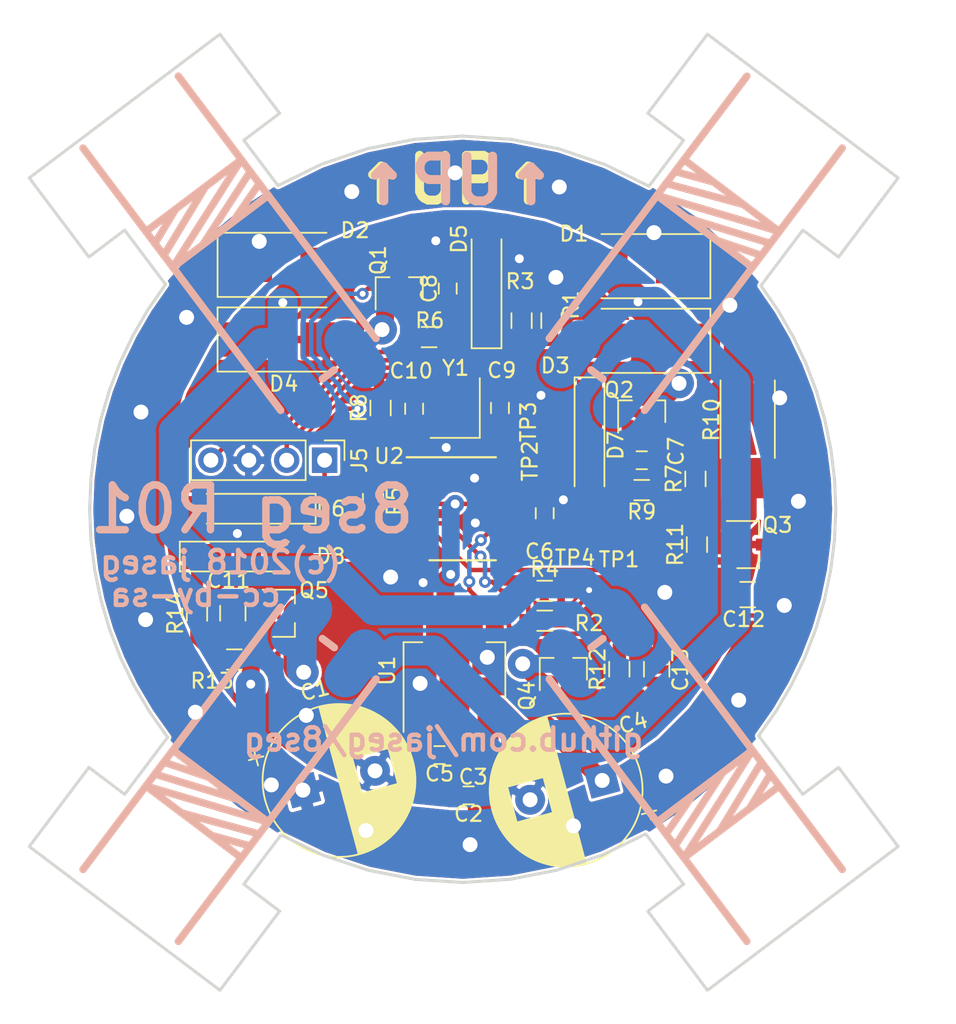
<source format=kicad_pcb>
(kicad_pcb (version 20171130) (host pcbnew "(5.0.1)")

  (general
    (thickness 1.6)
    (drawings 87)
    (tracks 363)
    (zones 0)
    (modules 52)
    (nets 35)
  )

  (page A4)
  (layers
    (0 F.Cu signal)
    (31 B.Cu signal)
    (32 B.Adhes user hide)
    (33 F.Adhes user hide)
    (34 B.Paste user hide)
    (35 F.Paste user hide)
    (36 B.SilkS user)
    (37 F.SilkS user)
    (38 B.Mask user)
    (39 F.Mask user)
    (40 Dwgs.User user)
    (41 Cmts.User user)
    (42 Eco1.User user)
    (43 Eco2.User user)
    (44 Edge.Cuts user)
    (45 Margin user)
    (46 B.CrtYd user)
    (47 F.CrtYd user)
    (48 B.Fab user hide)
    (49 F.Fab user hide)
  )

  (setup
    (last_trace_width 1.2)
    (user_trace_width 0.1)
    (user_trace_width 0.15)
    (user_trace_width 0.2)
    (user_trace_width 0.3)
    (user_trace_width 0.5)
    (user_trace_width 0.8)
    (user_trace_width 1.2)
    (user_trace_width 2)
    (trace_clearance 0.2)
    (zone_clearance 0.15)
    (zone_45_only no)
    (trace_min 0.1)
    (segment_width 0.15)
    (edge_width 0.15)
    (via_size 0.8)
    (via_drill 0.4)
    (via_min_size 0.4)
    (via_min_drill 0.3)
    (user_via 0.6 0.3)
    (user_via 0.8 0.4)
    (user_via 1.2 0.6)
    (user_via 2 1)
    (user_via 2.5 1.5)
    (user_via 3 2)
    (uvia_size 0.3)
    (uvia_drill 0.1)
    (uvias_allowed no)
    (uvia_min_size 0.2)
    (uvia_min_drill 0.1)
    (pcb_text_width 0.3)
    (pcb_text_size 1.5 1.5)
    (mod_edge_width 0.15)
    (mod_text_size 1 1)
    (mod_text_width 0.15)
    (pad_size 1.524 1.524)
    (pad_drill 0.762)
    (pad_to_mask_clearance 0.051)
    (solder_mask_min_width 0.25)
    (aux_axis_origin 0 0)
    (visible_elements FFFDFF7F)
    (pcbplotparams
      (layerselection 0x010fc_ffffffff)
      (usegerberextensions false)
      (usegerberattributes false)
      (usegerberadvancedattributes false)
      (creategerberjobfile false)
      (excludeedgelayer true)
      (linewidth 0.100000)
      (plotframeref false)
      (viasonmask false)
      (mode 1)
      (useauxorigin false)
      (hpglpennumber 1)
      (hpglpenspeed 20)
      (hpglpendiameter 15.000000)
      (psnegative false)
      (psa4output false)
      (plotreference true)
      (plotvalue true)
      (plotinvisibletext false)
      (padsonsilk false)
      (subtractmaskfromsilk false)
      (outputformat 1)
      (mirror false)
      (drillshape 1)
      (scaleselection 1)
      (outputdirectory ""))
  )

  (net 0 "")
  (net 1 +12V)
  (net 2 GND)
  (net 3 +3V3)
  (net 4 "Net-(C7-Pad2)")
  (net 5 "Net-(C8-Pad1)")
  (net 6 "Net-(C9-Pad1)")
  (net 7 "Net-(C10-Pad1)")
  (net 8 "Net-(C11-Pad2)")
  (net 9 "Net-(C12-Pad1)")
  (net 10 "Net-(C13-Pad1)")
  (net 11 "Net-(D1-Pad2)")
  (net 12 "Net-(D2-Pad2)")
  (net 13 /Vmeas_A)
  (net 14 /Vmeas_B)
  (net 15 "Net-(D7-Pad1)")
  (net 16 /CH2)
  (net 17 /CH3)
  (net 18 "Net-(D8-Pad1)")
  (net 19 /Q2)
  (net 20 /Q0)
  (net 21 /Q3)
  (net 22 /Q1)
  (net 23 /SWCLK)
  (net 24 /SWDIO)
  (net 25 "Net-(R5-Pad1)")
  (net 26 /CH0)
  (net 27 "Net-(R8-Pad1)")
  (net 28 "Net-(Q3-Pad1)")
  (net 29 /LOAD)
  (net 30 /CH1)
  (net 31 "Net-(TP1-Pad1)")
  (net 32 "Net-(TP2-Pad1)")
  (net 33 "Net-(TP3-Pad1)")
  (net 34 "Net-(TP4-Pad1)")

  (net_class Default "This is the default net class."
    (clearance 0.2)
    (trace_width 0.25)
    (via_dia 0.8)
    (via_drill 0.4)
    (uvia_dia 0.3)
    (uvia_drill 0.1)
    (add_net +12V)
    (add_net +3V3)
    (add_net /CH0)
    (add_net /CH1)
    (add_net /CH2)
    (add_net /CH3)
    (add_net /LOAD)
    (add_net /Q0)
    (add_net /Q1)
    (add_net /Q2)
    (add_net /Q3)
    (add_net /SWCLK)
    (add_net /SWDIO)
    (add_net /Vmeas_A)
    (add_net /Vmeas_B)
    (add_net GND)
    (add_net "Net-(C10-Pad1)")
    (add_net "Net-(C11-Pad2)")
    (add_net "Net-(C12-Pad1)")
    (add_net "Net-(C13-Pad1)")
    (add_net "Net-(C7-Pad2)")
    (add_net "Net-(C8-Pad1)")
    (add_net "Net-(C9-Pad1)")
    (add_net "Net-(D1-Pad2)")
    (add_net "Net-(D2-Pad2)")
    (add_net "Net-(D7-Pad1)")
    (add_net "Net-(D8-Pad1)")
    (add_net "Net-(Q3-Pad1)")
    (add_net "Net-(R5-Pad1)")
    (add_net "Net-(R8-Pad1)")
    (add_net "Net-(TP1-Pad1)")
    (add_net "Net-(TP2-Pad1)")
    (add_net "Net-(TP3-Pad1)")
    (add_net "Net-(TP4-Pad1)")
  )

  (module Capacitors_SMD:C_0603_HandSoldering (layer F.Cu) (tedit 58AA848B) (tstamp 5C21D147)
    (at 100.4 119.2 180)
    (descr "Capacitor SMD 0603, hand soldering")
    (tags "capacitor 0603")
    (path /5C1AAFA9)
    (attr smd)
    (fp_text reference C2 (at 0 -1.25 180) (layer F.SilkS)
      (effects (font (size 1 1) (thickness 0.15)))
    )
    (fp_text value 10u (at 0 1.5 180) (layer F.Fab)
      (effects (font (size 1 1) (thickness 0.15)))
    )
    (fp_text user %R (at 0 -1.25 180) (layer F.Fab)
      (effects (font (size 1 1) (thickness 0.15)))
    )
    (fp_line (start -0.8 0.4) (end -0.8 -0.4) (layer F.Fab) (width 0.1))
    (fp_line (start 0.8 0.4) (end -0.8 0.4) (layer F.Fab) (width 0.1))
    (fp_line (start 0.8 -0.4) (end 0.8 0.4) (layer F.Fab) (width 0.1))
    (fp_line (start -0.8 -0.4) (end 0.8 -0.4) (layer F.Fab) (width 0.1))
    (fp_line (start -0.35 -0.6) (end 0.35 -0.6) (layer F.SilkS) (width 0.12))
    (fp_line (start 0.35 0.6) (end -0.35 0.6) (layer F.SilkS) (width 0.12))
    (fp_line (start -1.8 -0.65) (end 1.8 -0.65) (layer F.CrtYd) (width 0.05))
    (fp_line (start -1.8 -0.65) (end -1.8 0.65) (layer F.CrtYd) (width 0.05))
    (fp_line (start 1.8 0.65) (end 1.8 -0.65) (layer F.CrtYd) (width 0.05))
    (fp_line (start 1.8 0.65) (end -1.8 0.65) (layer F.CrtYd) (width 0.05))
    (pad 1 smd rect (at -0.95 0 180) (size 1.2 0.75) (layers F.Cu F.Paste F.Mask)
      (net 1 +12V))
    (pad 2 smd rect (at 0.95 0 180) (size 1.2 0.75) (layers F.Cu F.Paste F.Mask)
      (net 2 GND))
    (model Capacitors_SMD.3dshapes/C_0603.wrl
      (at (xyz 0 0 0))
      (scale (xyz 1 1 1))
      (rotate (xyz 0 0 0))
    )
  )

  (module Capacitors_SMD:C_0603_HandSoldering (layer F.Cu) (tedit 58AA848B) (tstamp 5C21D158)
    (at 102.75 116.75)
    (descr "Capacitor SMD 0603, hand soldering")
    (tags "capacitor 0603")
    (path /5C1AF3BD)
    (attr smd)
    (fp_text reference C3 (at -2.04 1.21) (layer F.SilkS)
      (effects (font (size 1 1) (thickness 0.15)))
    )
    (fp_text value 100n (at 0 1.5) (layer F.Fab)
      (effects (font (size 1 1) (thickness 0.15)))
    )
    (fp_text user %R (at 0 -1.25) (layer F.Fab)
      (effects (font (size 1 1) (thickness 0.15)))
    )
    (fp_line (start -0.8 0.4) (end -0.8 -0.4) (layer F.Fab) (width 0.1))
    (fp_line (start 0.8 0.4) (end -0.8 0.4) (layer F.Fab) (width 0.1))
    (fp_line (start 0.8 -0.4) (end 0.8 0.4) (layer F.Fab) (width 0.1))
    (fp_line (start -0.8 -0.4) (end 0.8 -0.4) (layer F.Fab) (width 0.1))
    (fp_line (start -0.35 -0.6) (end 0.35 -0.6) (layer F.SilkS) (width 0.12))
    (fp_line (start 0.35 0.6) (end -0.35 0.6) (layer F.SilkS) (width 0.12))
    (fp_line (start -1.8 -0.65) (end 1.8 -0.65) (layer F.CrtYd) (width 0.05))
    (fp_line (start -1.8 -0.65) (end -1.8 0.65) (layer F.CrtYd) (width 0.05))
    (fp_line (start 1.8 0.65) (end 1.8 -0.65) (layer F.CrtYd) (width 0.05))
    (fp_line (start 1.8 0.65) (end -1.8 0.65) (layer F.CrtYd) (width 0.05))
    (pad 1 smd rect (at -0.95 0) (size 1.2 0.75) (layers F.Cu F.Paste F.Mask)
      (net 1 +12V))
    (pad 2 smd rect (at 0.95 0) (size 1.2 0.75) (layers F.Cu F.Paste F.Mask)
      (net 2 GND))
    (model Capacitors_SMD.3dshapes/C_0603.wrl
      (at (xyz 0 0 0))
      (scale (xyz 1 1 1))
      (rotate (xyz 0 0 0))
    )
  )

  (module Capacitors_SMD:C_0603_HandSoldering (layer F.Cu) (tedit 58AA848B) (tstamp 5C21D23E)
    (at 98.45 116.5 180)
    (descr "Capacitor SMD 0603, hand soldering")
    (tags "capacitor 0603")
    (path /5C1AFB91)
    (attr smd)
    (fp_text reference C5 (at 0 -1.25 180) (layer F.SilkS)
      (effects (font (size 1 1) (thickness 0.15)))
    )
    (fp_text value 10u (at 0 1.5 180) (layer F.Fab)
      (effects (font (size 1 1) (thickness 0.15)))
    )
    (fp_line (start 1.8 0.65) (end -1.8 0.65) (layer F.CrtYd) (width 0.05))
    (fp_line (start 1.8 0.65) (end 1.8 -0.65) (layer F.CrtYd) (width 0.05))
    (fp_line (start -1.8 -0.65) (end -1.8 0.65) (layer F.CrtYd) (width 0.05))
    (fp_line (start -1.8 -0.65) (end 1.8 -0.65) (layer F.CrtYd) (width 0.05))
    (fp_line (start 0.35 0.6) (end -0.35 0.6) (layer F.SilkS) (width 0.12))
    (fp_line (start -0.35 -0.6) (end 0.35 -0.6) (layer F.SilkS) (width 0.12))
    (fp_line (start -0.8 -0.4) (end 0.8 -0.4) (layer F.Fab) (width 0.1))
    (fp_line (start 0.8 -0.4) (end 0.8 0.4) (layer F.Fab) (width 0.1))
    (fp_line (start 0.8 0.4) (end -0.8 0.4) (layer F.Fab) (width 0.1))
    (fp_line (start -0.8 0.4) (end -0.8 -0.4) (layer F.Fab) (width 0.1))
    (fp_text user %R (at 0 -1.25 180) (layer F.Fab)
      (effects (font (size 1 1) (thickness 0.15)))
    )
    (pad 2 smd rect (at 0.95 0 180) (size 1.2 0.75) (layers F.Cu F.Paste F.Mask)
      (net 2 GND))
    (pad 1 smd rect (at -0.95 0 180) (size 1.2 0.75) (layers F.Cu F.Paste F.Mask)
      (net 3 +3V3))
    (model Capacitors_SMD.3dshapes/C_0603.wrl
      (at (xyz 0 0 0))
      (scale (xyz 1 1 1))
      (rotate (xyz 0 0 0))
    )
  )

  (module Capacitors_SMD:C_0603_HandSoldering (layer F.Cu) (tedit 58AA848B) (tstamp 5C21D24F)
    (at 105.5 100.3 270)
    (descr "Capacitor SMD 0603, hand soldering")
    (tags "capacitor 0603")
    (path /5C1B07A6)
    (attr smd)
    (fp_text reference C6 (at 2.56 0.35) (layer F.SilkS)
      (effects (font (size 1 1) (thickness 0.15)))
    )
    (fp_text value 100n (at 0 1.5 270) (layer F.Fab)
      (effects (font (size 1 1) (thickness 0.15)))
    )
    (fp_line (start 1.8 0.65) (end -1.8 0.65) (layer F.CrtYd) (width 0.05))
    (fp_line (start 1.8 0.65) (end 1.8 -0.65) (layer F.CrtYd) (width 0.05))
    (fp_line (start -1.8 -0.65) (end -1.8 0.65) (layer F.CrtYd) (width 0.05))
    (fp_line (start -1.8 -0.65) (end 1.8 -0.65) (layer F.CrtYd) (width 0.05))
    (fp_line (start 0.35 0.6) (end -0.35 0.6) (layer F.SilkS) (width 0.12))
    (fp_line (start -0.35 -0.6) (end 0.35 -0.6) (layer F.SilkS) (width 0.12))
    (fp_line (start -0.8 -0.4) (end 0.8 -0.4) (layer F.Fab) (width 0.1))
    (fp_line (start 0.8 -0.4) (end 0.8 0.4) (layer F.Fab) (width 0.1))
    (fp_line (start 0.8 0.4) (end -0.8 0.4) (layer F.Fab) (width 0.1))
    (fp_line (start -0.8 0.4) (end -0.8 -0.4) (layer F.Fab) (width 0.1))
    (fp_text user %R (at 0 -1.25 270) (layer F.Fab)
      (effects (font (size 1 1) (thickness 0.15)))
    )
    (pad 2 smd rect (at 0.95 0 270) (size 1.2 0.75) (layers F.Cu F.Paste F.Mask)
      (net 2 GND))
    (pad 1 smd rect (at -0.95 0 270) (size 1.2 0.75) (layers F.Cu F.Paste F.Mask)
      (net 3 +3V3))
    (model Capacitors_SMD.3dshapes/C_0603.wrl
      (at (xyz 0 0 0))
      (scale (xyz 1 1 1))
      (rotate (xyz 0 0 0))
    )
  )

  (module Capacitors_SMD:C_0603_HandSoldering (layer F.Cu) (tedit 58AA848B) (tstamp 5C2A006D)
    (at 112 96.75 180)
    (descr "Capacitor SMD 0603, hand soldering")
    (tags "capacitor 0603")
    (path /5C27E2DD)
    (attr smd)
    (fp_text reference C7 (at -2.3 0.6 270) (layer F.SilkS)
      (effects (font (size 1 1) (thickness 0.15)))
    )
    (fp_text value 0 (at 0 1.5 180) (layer F.Fab)
      (effects (font (size 1 1) (thickness 0.15)))
    )
    (fp_line (start 1.8 0.65) (end -1.8 0.65) (layer F.CrtYd) (width 0.05))
    (fp_line (start 1.8 0.65) (end 1.8 -0.65) (layer F.CrtYd) (width 0.05))
    (fp_line (start -1.8 -0.65) (end -1.8 0.65) (layer F.CrtYd) (width 0.05))
    (fp_line (start -1.8 -0.65) (end 1.8 -0.65) (layer F.CrtYd) (width 0.05))
    (fp_line (start 0.35 0.6) (end -0.35 0.6) (layer F.SilkS) (width 0.12))
    (fp_line (start -0.35 -0.6) (end 0.35 -0.6) (layer F.SilkS) (width 0.12))
    (fp_line (start -0.8 -0.4) (end 0.8 -0.4) (layer F.Fab) (width 0.1))
    (fp_line (start 0.8 -0.4) (end 0.8 0.4) (layer F.Fab) (width 0.1))
    (fp_line (start 0.8 0.4) (end -0.8 0.4) (layer F.Fab) (width 0.1))
    (fp_line (start -0.8 0.4) (end -0.8 -0.4) (layer F.Fab) (width 0.1))
    (fp_text user %R (at 0 -1.25 180) (layer F.Fab)
      (effects (font (size 1 1) (thickness 0.15)))
    )
    (pad 2 smd rect (at 0.95 0 180) (size 1.2 0.75) (layers F.Cu F.Paste F.Mask)
      (net 4 "Net-(C7-Pad2)"))
    (pad 1 smd rect (at -0.95 0 180) (size 1.2 0.75) (layers F.Cu F.Paste F.Mask)
      (net 1 +12V))
    (model Capacitors_SMD.3dshapes/C_0603.wrl
      (at (xyz 0 0 0))
      (scale (xyz 1 1 1))
      (rotate (xyz 0 0 0))
    )
  )

  (module Capacitors_SMD:C_0603_HandSoldering (layer F.Cu) (tedit 58AA848B) (tstamp 5C21D271)
    (at 99 85.25 90)
    (descr "Capacitor SMD 0603, hand soldering")
    (tags "capacitor 0603")
    (path /5C265A6E)
    (attr smd)
    (fp_text reference C8 (at 0 -1.25 90) (layer F.SilkS)
      (effects (font (size 1 1) (thickness 0.15)))
    )
    (fp_text value 0 (at 0 1.5 90) (layer F.Fab)
      (effects (font (size 1 1) (thickness 0.15)))
    )
    (fp_text user %R (at 0 -1.25 90) (layer F.Fab)
      (effects (font (size 1 1) (thickness 0.15)))
    )
    (fp_line (start -0.8 0.4) (end -0.8 -0.4) (layer F.Fab) (width 0.1))
    (fp_line (start 0.8 0.4) (end -0.8 0.4) (layer F.Fab) (width 0.1))
    (fp_line (start 0.8 -0.4) (end 0.8 0.4) (layer F.Fab) (width 0.1))
    (fp_line (start -0.8 -0.4) (end 0.8 -0.4) (layer F.Fab) (width 0.1))
    (fp_line (start -0.35 -0.6) (end 0.35 -0.6) (layer F.SilkS) (width 0.12))
    (fp_line (start 0.35 0.6) (end -0.35 0.6) (layer F.SilkS) (width 0.12))
    (fp_line (start -1.8 -0.65) (end 1.8 -0.65) (layer F.CrtYd) (width 0.05))
    (fp_line (start -1.8 -0.65) (end -1.8 0.65) (layer F.CrtYd) (width 0.05))
    (fp_line (start 1.8 0.65) (end 1.8 -0.65) (layer F.CrtYd) (width 0.05))
    (fp_line (start 1.8 0.65) (end -1.8 0.65) (layer F.CrtYd) (width 0.05))
    (pad 1 smd rect (at -0.95 0 90) (size 1.2 0.75) (layers F.Cu F.Paste F.Mask)
      (net 5 "Net-(C8-Pad1)"))
    (pad 2 smd rect (at 0.95 0 90) (size 1.2 0.75) (layers F.Cu F.Paste F.Mask)
      (net 2 GND))
    (model Capacitors_SMD.3dshapes/C_0603.wrl
      (at (xyz 0 0 0))
      (scale (xyz 1 1 1))
      (rotate (xyz 0 0 0))
    )
  )

  (module Capacitors_SMD:C_0603_HandSoldering (layer F.Cu) (tedit 58AA848B) (tstamp 5C21D282)
    (at 102.5 93.25 90)
    (descr "Capacitor SMD 0603, hand soldering")
    (tags "capacitor 0603")
    (path /5C31388F)
    (attr smd)
    (fp_text reference C9 (at 2.52 0.12 180) (layer F.SilkS)
      (effects (font (size 1 1) (thickness 0.15)))
    )
    (fp_text value 12p (at 0 1.5 90) (layer F.Fab)
      (effects (font (size 1 1) (thickness 0.15)))
    )
    (fp_line (start 1.8 0.65) (end -1.8 0.65) (layer F.CrtYd) (width 0.05))
    (fp_line (start 1.8 0.65) (end 1.8 -0.65) (layer F.CrtYd) (width 0.05))
    (fp_line (start -1.8 -0.65) (end -1.8 0.65) (layer F.CrtYd) (width 0.05))
    (fp_line (start -1.8 -0.65) (end 1.8 -0.65) (layer F.CrtYd) (width 0.05))
    (fp_line (start 0.35 0.6) (end -0.35 0.6) (layer F.SilkS) (width 0.12))
    (fp_line (start -0.35 -0.6) (end 0.35 -0.6) (layer F.SilkS) (width 0.12))
    (fp_line (start -0.8 -0.4) (end 0.8 -0.4) (layer F.Fab) (width 0.1))
    (fp_line (start 0.8 -0.4) (end 0.8 0.4) (layer F.Fab) (width 0.1))
    (fp_line (start 0.8 0.4) (end -0.8 0.4) (layer F.Fab) (width 0.1))
    (fp_line (start -0.8 0.4) (end -0.8 -0.4) (layer F.Fab) (width 0.1))
    (fp_text user %R (at 0 -1.25 90) (layer F.Fab)
      (effects (font (size 1 1) (thickness 0.15)))
    )
    (pad 2 smd rect (at 0.95 0 90) (size 1.2 0.75) (layers F.Cu F.Paste F.Mask)
      (net 2 GND))
    (pad 1 smd rect (at -0.95 0 90) (size 1.2 0.75) (layers F.Cu F.Paste F.Mask)
      (net 6 "Net-(C9-Pad1)"))
    (model Capacitors_SMD.3dshapes/C_0603.wrl
      (at (xyz 0 0 0))
      (scale (xyz 1 1 1))
      (rotate (xyz 0 0 0))
    )
  )

  (module Capacitors_SMD:C_0603_HandSoldering (layer F.Cu) (tedit 58AA848B) (tstamp 5C21D293)
    (at 96.75 93.3 90)
    (descr "Capacitor SMD 0603, hand soldering")
    (tags "capacitor 0603")
    (path /5C310CD7)
    (attr smd)
    (fp_text reference C10 (at 2.54 -0.2) (layer F.SilkS)
      (effects (font (size 1 1) (thickness 0.15)))
    )
    (fp_text value 12p (at 0 1.5 90) (layer F.Fab)
      (effects (font (size 1 1) (thickness 0.15)))
    )
    (fp_text user %R (at 0 -1.25 90) (layer F.Fab)
      (effects (font (size 1 1) (thickness 0.15)))
    )
    (fp_line (start -0.8 0.4) (end -0.8 -0.4) (layer F.Fab) (width 0.1))
    (fp_line (start 0.8 0.4) (end -0.8 0.4) (layer F.Fab) (width 0.1))
    (fp_line (start 0.8 -0.4) (end 0.8 0.4) (layer F.Fab) (width 0.1))
    (fp_line (start -0.8 -0.4) (end 0.8 -0.4) (layer F.Fab) (width 0.1))
    (fp_line (start -0.35 -0.6) (end 0.35 -0.6) (layer F.SilkS) (width 0.12))
    (fp_line (start 0.35 0.6) (end -0.35 0.6) (layer F.SilkS) (width 0.12))
    (fp_line (start -1.8 -0.65) (end 1.8 -0.65) (layer F.CrtYd) (width 0.05))
    (fp_line (start -1.8 -0.65) (end -1.8 0.65) (layer F.CrtYd) (width 0.05))
    (fp_line (start 1.8 0.65) (end 1.8 -0.65) (layer F.CrtYd) (width 0.05))
    (fp_line (start 1.8 0.65) (end -1.8 0.65) (layer F.CrtYd) (width 0.05))
    (pad 1 smd rect (at -0.95 0 90) (size 1.2 0.75) (layers F.Cu F.Paste F.Mask)
      (net 7 "Net-(C10-Pad1)"))
    (pad 2 smd rect (at 0.95 0 90) (size 1.2 0.75) (layers F.Cu F.Paste F.Mask)
      (net 2 GND))
    (model Capacitors_SMD.3dshapes/C_0603.wrl
      (at (xyz 0 0 0))
      (scale (xyz 1 1 1))
      (rotate (xyz 0 0 0))
    )
  )

  (module Capacitors_SMD:C_0805 (layer F.Cu) (tedit 58AA8463) (tstamp 5C21D2A4)
    (at 84.6 107 90)
    (descr "Capacitor SMD 0805, reflow soldering, AVX (see smccp.pdf)")
    (tags "capacitor 0805")
    (path /5C2DA813)
    (attr smd)
    (fp_text reference C11 (at 2.21 -0.28 180) (layer F.SilkS)
      (effects (font (size 1 1) (thickness 0.15)))
    )
    (fp_text value 0 (at 0 1.75 90) (layer F.Fab)
      (effects (font (size 1 1) (thickness 0.15)))
    )
    (fp_text user %R (at 0 -1.5 90) (layer F.Fab)
      (effects (font (size 1 1) (thickness 0.15)))
    )
    (fp_line (start -1 0.62) (end -1 -0.62) (layer F.Fab) (width 0.1))
    (fp_line (start 1 0.62) (end -1 0.62) (layer F.Fab) (width 0.1))
    (fp_line (start 1 -0.62) (end 1 0.62) (layer F.Fab) (width 0.1))
    (fp_line (start -1 -0.62) (end 1 -0.62) (layer F.Fab) (width 0.1))
    (fp_line (start 0.5 -0.85) (end -0.5 -0.85) (layer F.SilkS) (width 0.12))
    (fp_line (start -0.5 0.85) (end 0.5 0.85) (layer F.SilkS) (width 0.12))
    (fp_line (start -1.75 -0.88) (end 1.75 -0.88) (layer F.CrtYd) (width 0.05))
    (fp_line (start -1.75 -0.88) (end -1.75 0.87) (layer F.CrtYd) (width 0.05))
    (fp_line (start 1.75 0.87) (end 1.75 -0.88) (layer F.CrtYd) (width 0.05))
    (fp_line (start 1.75 0.87) (end -1.75 0.87) (layer F.CrtYd) (width 0.05))
    (pad 1 smd rect (at -1 0 90) (size 1 1.25) (layers F.Cu F.Paste F.Mask)
      (net 1 +12V))
    (pad 2 smd rect (at 1 0 90) (size 1 1.25) (layers F.Cu F.Paste F.Mask)
      (net 8 "Net-(C11-Pad2)"))
    (model Capacitors_SMD.3dshapes/C_0805.wrl
      (at (xyz 0 0 0))
      (scale (xyz 1 1 1))
      (rotate (xyz 0 0 0))
    )
  )

  (module Capacitors_SMD:C_0805 (layer F.Cu) (tedit 58AA8463) (tstamp 5C21D2B5)
    (at 119.1 105.75)
    (descr "Capacitor SMD 0805, reflow soldering, AVX (see smccp.pdf)")
    (tags "capacitor 0805")
    (path /5C23632F)
    (attr smd)
    (fp_text reference C12 (at -0.27 1.65) (layer F.SilkS)
      (effects (font (size 1 1) (thickness 0.15)))
    )
    (fp_text value 0 (at 0 1.75) (layer F.Fab)
      (effects (font (size 1 1) (thickness 0.15)))
    )
    (fp_text user %R (at 0 -1.5) (layer F.Fab)
      (effects (font (size 1 1) (thickness 0.15)))
    )
    (fp_line (start -1 0.62) (end -1 -0.62) (layer F.Fab) (width 0.1))
    (fp_line (start 1 0.62) (end -1 0.62) (layer F.Fab) (width 0.1))
    (fp_line (start 1 -0.62) (end 1 0.62) (layer F.Fab) (width 0.1))
    (fp_line (start -1 -0.62) (end 1 -0.62) (layer F.Fab) (width 0.1))
    (fp_line (start 0.5 -0.85) (end -0.5 -0.85) (layer F.SilkS) (width 0.12))
    (fp_line (start -0.5 0.85) (end 0.5 0.85) (layer F.SilkS) (width 0.12))
    (fp_line (start -1.75 -0.88) (end 1.75 -0.88) (layer F.CrtYd) (width 0.05))
    (fp_line (start -1.75 -0.88) (end -1.75 0.87) (layer F.CrtYd) (width 0.05))
    (fp_line (start 1.75 0.87) (end 1.75 -0.88) (layer F.CrtYd) (width 0.05))
    (fp_line (start 1.75 0.87) (end -1.75 0.87) (layer F.CrtYd) (width 0.05))
    (pad 1 smd rect (at -1 0) (size 1 1.25) (layers F.Cu F.Paste F.Mask)
      (net 9 "Net-(C12-Pad1)"))
    (pad 2 smd rect (at 1 0) (size 1 1.25) (layers F.Cu F.Paste F.Mask)
      (net 2 GND))
    (model Capacitors_SMD.3dshapes/C_0805.wrl
      (at (xyz 0 0 0))
      (scale (xyz 1 1 1))
      (rotate (xyz 0 0 0))
    )
  )

  (module Capacitors_SMD:C_0805 (layer F.Cu) (tedit 58AA8463) (tstamp 5C2A071B)
    (at 113 110.75 90)
    (descr "Capacitor SMD 0805, reflow soldering, AVX (see smccp.pdf)")
    (tags "capacitor 0805")
    (path /5C24FD51)
    (attr smd)
    (fp_text reference C13 (at -0.04 1.59 90) (layer F.SilkS)
      (effects (font (size 1 1) (thickness 0.15)))
    )
    (fp_text value 0 (at 0 1.75 90) (layer F.Fab)
      (effects (font (size 1 1) (thickness 0.15)))
    )
    (fp_line (start 1.75 0.87) (end -1.75 0.87) (layer F.CrtYd) (width 0.05))
    (fp_line (start 1.75 0.87) (end 1.75 -0.88) (layer F.CrtYd) (width 0.05))
    (fp_line (start -1.75 -0.88) (end -1.75 0.87) (layer F.CrtYd) (width 0.05))
    (fp_line (start -1.75 -0.88) (end 1.75 -0.88) (layer F.CrtYd) (width 0.05))
    (fp_line (start -0.5 0.85) (end 0.5 0.85) (layer F.SilkS) (width 0.12))
    (fp_line (start 0.5 -0.85) (end -0.5 -0.85) (layer F.SilkS) (width 0.12))
    (fp_line (start -1 -0.62) (end 1 -0.62) (layer F.Fab) (width 0.1))
    (fp_line (start 1 -0.62) (end 1 0.62) (layer F.Fab) (width 0.1))
    (fp_line (start 1 0.62) (end -1 0.62) (layer F.Fab) (width 0.1))
    (fp_line (start -1 0.62) (end -1 -0.62) (layer F.Fab) (width 0.1))
    (fp_text user %R (at 0 -1.5 90) (layer F.Fab)
      (effects (font (size 1 1) (thickness 0.15)))
    )
    (pad 2 smd rect (at 1 0 90) (size 1 1.25) (layers F.Cu F.Paste F.Mask)
      (net 2 GND))
    (pad 1 smd rect (at -1 0 90) (size 1 1.25) (layers F.Cu F.Paste F.Mask)
      (net 10 "Net-(C13-Pad1)"))
    (model Capacitors_SMD.3dshapes/C_0805.wrl
      (at (xyz 0 0 0))
      (scale (xyz 1 1 1))
      (rotate (xyz 0 0 0))
    )
  )

  (module Diodes_SMD:D_SMB_Handsoldering (layer F.Cu) (tedit 590B3D55) (tstamp 5C21D2DE)
    (at 112 83.75 180)
    (descr "Diode SMB (DO-214AA) Handsoldering")
    (tags "Diode SMB (DO-214AA) Handsoldering")
    (path /5C1985B1)
    (attr smd)
    (fp_text reference D1 (at 4.54 2.17 180) (layer F.SilkS)
      (effects (font (size 1 1) (thickness 0.15)))
    )
    (fp_text value SS510 (at 0 3 180) (layer F.Fab)
      (effects (font (size 1 1) (thickness 0.15)))
    )
    (fp_text user %R (at 0 -3 180) (layer F.Fab)
      (effects (font (size 1 1) (thickness 0.15)))
    )
    (fp_line (start -4.6 -2.15) (end -4.6 2.15) (layer F.SilkS) (width 0.12))
    (fp_line (start 2.3 2) (end -2.3 2) (layer F.Fab) (width 0.1))
    (fp_line (start -2.3 2) (end -2.3 -2) (layer F.Fab) (width 0.1))
    (fp_line (start 2.3 -2) (end 2.3 2) (layer F.Fab) (width 0.1))
    (fp_line (start 2.3 -2) (end -2.3 -2) (layer F.Fab) (width 0.1))
    (fp_line (start -4.7 -2.25) (end 4.7 -2.25) (layer F.CrtYd) (width 0.05))
    (fp_line (start 4.7 -2.25) (end 4.7 2.25) (layer F.CrtYd) (width 0.05))
    (fp_line (start 4.7 2.25) (end -4.7 2.25) (layer F.CrtYd) (width 0.05))
    (fp_line (start -4.7 2.25) (end -4.7 -2.25) (layer F.CrtYd) (width 0.05))
    (fp_line (start -0.64944 0.00102) (end -1.55114 0.00102) (layer F.Fab) (width 0.1))
    (fp_line (start 0.50118 0.00102) (end 1.4994 0.00102) (layer F.Fab) (width 0.1))
    (fp_line (start -0.64944 -0.799079) (end -0.64944 0.80112) (layer F.Fab) (width 0.1))
    (fp_line (start 0.50118 0.75032) (end 0.50118 -0.79908) (layer F.Fab) (width 0.1))
    (fp_line (start -0.64944 0.00102) (end 0.50118 0.75032) (layer F.Fab) (width 0.1))
    (fp_line (start -0.64944 0.00102) (end 0.50118 -0.79908) (layer F.Fab) (width 0.1))
    (fp_line (start -4.6 2.15) (end 2.7 2.15) (layer F.SilkS) (width 0.12))
    (fp_line (start -4.6 -2.15) (end 2.7 -2.15) (layer F.SilkS) (width 0.12))
    (pad 1 smd rect (at -2.7 0 180) (size 3.5 2.3) (layers F.Cu F.Paste F.Mask)
      (net 1 +12V))
    (pad 2 smd rect (at 2.7 0 180) (size 3.5 2.3) (layers F.Cu F.Paste F.Mask)
      (net 11 "Net-(D1-Pad2)"))
    (model ${KISYS3DMOD}/Diodes_SMD.3dshapes/D_SMB.wrl
      (at (xyz 0 0 0))
      (scale (xyz 1 1 1))
      (rotate (xyz 0 0 0))
    )
  )

  (module Diodes_SMD:D_SMB_Handsoldering (layer F.Cu) (tedit 590B3D55) (tstamp 5C21D2F6)
    (at 88.178544 83.66248)
    (descr "Diode SMB (DO-214AA) Handsoldering")
    (tags "Diode SMB (DO-214AA) Handsoldering")
    (path /5C199CCC)
    (attr smd)
    (fp_text reference D2 (at 4.611456 -2.31248) (layer F.SilkS)
      (effects (font (size 1 1) (thickness 0.15)))
    )
    (fp_text value SS510 (at 0 3) (layer F.Fab)
      (effects (font (size 1 1) (thickness 0.15)))
    )
    (fp_text user %R (at 0 -3) (layer F.Fab)
      (effects (font (size 1 1) (thickness 0.15)))
    )
    (fp_line (start -4.6 -2.15) (end -4.6 2.15) (layer F.SilkS) (width 0.12))
    (fp_line (start 2.3 2) (end -2.3 2) (layer F.Fab) (width 0.1))
    (fp_line (start -2.3 2) (end -2.3 -2) (layer F.Fab) (width 0.1))
    (fp_line (start 2.3 -2) (end 2.3 2) (layer F.Fab) (width 0.1))
    (fp_line (start 2.3 -2) (end -2.3 -2) (layer F.Fab) (width 0.1))
    (fp_line (start -4.7 -2.25) (end 4.7 -2.25) (layer F.CrtYd) (width 0.05))
    (fp_line (start 4.7 -2.25) (end 4.7 2.25) (layer F.CrtYd) (width 0.05))
    (fp_line (start 4.7 2.25) (end -4.7 2.25) (layer F.CrtYd) (width 0.05))
    (fp_line (start -4.7 2.25) (end -4.7 -2.25) (layer F.CrtYd) (width 0.05))
    (fp_line (start -0.64944 0.00102) (end -1.55114 0.00102) (layer F.Fab) (width 0.1))
    (fp_line (start 0.50118 0.00102) (end 1.4994 0.00102) (layer F.Fab) (width 0.1))
    (fp_line (start -0.64944 -0.799079) (end -0.64944 0.80112) (layer F.Fab) (width 0.1))
    (fp_line (start 0.50118 0.75032) (end 0.50118 -0.79908) (layer F.Fab) (width 0.1))
    (fp_line (start -0.64944 0.00102) (end 0.50118 0.75032) (layer F.Fab) (width 0.1))
    (fp_line (start -0.64944 0.00102) (end 0.50118 -0.79908) (layer F.Fab) (width 0.1))
    (fp_line (start -4.6 2.15) (end 2.7 2.15) (layer F.SilkS) (width 0.12))
    (fp_line (start -4.6 -2.15) (end 2.7 -2.15) (layer F.SilkS) (width 0.12))
    (pad 1 smd rect (at -2.7 0) (size 3.5 2.3) (layers F.Cu F.Paste F.Mask)
      (net 1 +12V))
    (pad 2 smd rect (at 2.7 0) (size 3.5 2.3) (layers F.Cu F.Paste F.Mask)
      (net 12 "Net-(D2-Pad2)"))
    (model ${KISYS3DMOD}/Diodes_SMD.3dshapes/D_SMB.wrl
      (at (xyz 0 0 0))
      (scale (xyz 1 1 1))
      (rotate (xyz 0 0 0))
    )
  )

  (module Diodes_SMD:D_SMB_Handsoldering (layer F.Cu) (tedit 590B3D55) (tstamp 5C2A5BE3)
    (at 112 88.75 180)
    (descr "Diode SMB (DO-214AA) Handsoldering")
    (tags "Diode SMB (DO-214AA) Handsoldering")
    (path /5C19926C)
    (attr smd)
    (fp_text reference D3 (at 5.79 -1.66 180) (layer F.SilkS)
      (effects (font (size 1 1) (thickness 0.15)))
    )
    (fp_text value SS510 (at 0 3 180) (layer F.Fab)
      (effects (font (size 1 1) (thickness 0.15)))
    )
    (fp_line (start -4.6 -2.15) (end 2.7 -2.15) (layer F.SilkS) (width 0.12))
    (fp_line (start -4.6 2.15) (end 2.7 2.15) (layer F.SilkS) (width 0.12))
    (fp_line (start -0.64944 0.00102) (end 0.50118 -0.79908) (layer F.Fab) (width 0.1))
    (fp_line (start -0.64944 0.00102) (end 0.50118 0.75032) (layer F.Fab) (width 0.1))
    (fp_line (start 0.50118 0.75032) (end 0.50118 -0.79908) (layer F.Fab) (width 0.1))
    (fp_line (start -0.64944 -0.799079) (end -0.64944 0.80112) (layer F.Fab) (width 0.1))
    (fp_line (start 0.50118 0.00102) (end 1.4994 0.00102) (layer F.Fab) (width 0.1))
    (fp_line (start -0.64944 0.00102) (end -1.55114 0.00102) (layer F.Fab) (width 0.1))
    (fp_line (start -4.7 2.25) (end -4.7 -2.25) (layer F.CrtYd) (width 0.05))
    (fp_line (start 4.7 2.25) (end -4.7 2.25) (layer F.CrtYd) (width 0.05))
    (fp_line (start 4.7 -2.25) (end 4.7 2.25) (layer F.CrtYd) (width 0.05))
    (fp_line (start -4.7 -2.25) (end 4.7 -2.25) (layer F.CrtYd) (width 0.05))
    (fp_line (start 2.3 -2) (end -2.3 -2) (layer F.Fab) (width 0.1))
    (fp_line (start 2.3 -2) (end 2.3 2) (layer F.Fab) (width 0.1))
    (fp_line (start -2.3 2) (end -2.3 -2) (layer F.Fab) (width 0.1))
    (fp_line (start 2.3 2) (end -2.3 2) (layer F.Fab) (width 0.1))
    (fp_line (start -4.6 -2.15) (end -4.6 2.15) (layer F.SilkS) (width 0.12))
    (fp_text user %R (at 0 -3 180) (layer F.Fab)
      (effects (font (size 1 1) (thickness 0.15)))
    )
    (pad 2 smd rect (at 2.7 0 180) (size 3.5 2.3) (layers F.Cu F.Paste F.Mask)
      (net 2 GND))
    (pad 1 smd rect (at -2.7 0 180) (size 3.5 2.3) (layers F.Cu F.Paste F.Mask)
      (net 11 "Net-(D1-Pad2)"))
    (model ${KISYS3DMOD}/Diodes_SMD.3dshapes/D_SMB.wrl
      (at (xyz 0 0 0))
      (scale (xyz 1 1 1))
      (rotate (xyz 0 0 0))
    )
  )

  (module Diodes_SMD:D_SMB_Handsoldering (layer F.Cu) (tedit 590B3D55) (tstamp 5C21D326)
    (at 88.178544 88.66248)
    (descr "Diode SMB (DO-214AA) Handsoldering")
    (tags "Diode SMB (DO-214AA) Handsoldering")
    (path /5C199DAE)
    (attr smd)
    (fp_text reference D4 (at -0.168544 2.96752) (layer F.SilkS)
      (effects (font (size 1 1) (thickness 0.15)))
    )
    (fp_text value SS510 (at 0 3) (layer F.Fab)
      (effects (font (size 1 1) (thickness 0.15)))
    )
    (fp_line (start -4.6 -2.15) (end 2.7 -2.15) (layer F.SilkS) (width 0.12))
    (fp_line (start -4.6 2.15) (end 2.7 2.15) (layer F.SilkS) (width 0.12))
    (fp_line (start -0.64944 0.00102) (end 0.50118 -0.79908) (layer F.Fab) (width 0.1))
    (fp_line (start -0.64944 0.00102) (end 0.50118 0.75032) (layer F.Fab) (width 0.1))
    (fp_line (start 0.50118 0.75032) (end 0.50118 -0.79908) (layer F.Fab) (width 0.1))
    (fp_line (start -0.64944 -0.799079) (end -0.64944 0.80112) (layer F.Fab) (width 0.1))
    (fp_line (start 0.50118 0.00102) (end 1.4994 0.00102) (layer F.Fab) (width 0.1))
    (fp_line (start -0.64944 0.00102) (end -1.55114 0.00102) (layer F.Fab) (width 0.1))
    (fp_line (start -4.7 2.25) (end -4.7 -2.25) (layer F.CrtYd) (width 0.05))
    (fp_line (start 4.7 2.25) (end -4.7 2.25) (layer F.CrtYd) (width 0.05))
    (fp_line (start 4.7 -2.25) (end 4.7 2.25) (layer F.CrtYd) (width 0.05))
    (fp_line (start -4.7 -2.25) (end 4.7 -2.25) (layer F.CrtYd) (width 0.05))
    (fp_line (start 2.3 -2) (end -2.3 -2) (layer F.Fab) (width 0.1))
    (fp_line (start 2.3 -2) (end 2.3 2) (layer F.Fab) (width 0.1))
    (fp_line (start -2.3 2) (end -2.3 -2) (layer F.Fab) (width 0.1))
    (fp_line (start 2.3 2) (end -2.3 2) (layer F.Fab) (width 0.1))
    (fp_line (start -4.6 -2.15) (end -4.6 2.15) (layer F.SilkS) (width 0.12))
    (fp_text user %R (at 0 -3) (layer F.Fab)
      (effects (font (size 1 1) (thickness 0.15)))
    )
    (pad 2 smd rect (at 2.7 0) (size 3.5 2.3) (layers F.Cu F.Paste F.Mask)
      (net 2 GND))
    (pad 1 smd rect (at -2.7 0) (size 3.5 2.3) (layers F.Cu F.Paste F.Mask)
      (net 12 "Net-(D2-Pad2)"))
    (model ${KISYS3DMOD}/Diodes_SMD.3dshapes/D_SMB.wrl
      (at (xyz 0 0 0))
      (scale (xyz 1 1 1))
      (rotate (xyz 0 0 0))
    )
  )

  (module footprints:led_tape_3528_2835 locked (layer B.Cu) (tedit 5BF8B28A) (tstamp 5C21D396)
    (at 109 91 323)
    (path /5C196961)
    (fp_text reference J1 (at 0 -0.499999 323) (layer B.SilkS) hide
      (effects (font (size 1 1) (thickness 0.15)) (justify mirror))
    )
    (fp_text value "top left" (at 0 0.499999 323) (layer B.Fab) hide
      (effects (font (size 1 1) (thickness 0.15)) (justify mirror))
    )
    (fp_line (start -0.499999 0) (end 0.499999 0) (layer B.SilkS) (width 0.5))
    (fp_line (start 4 -22) (end 4 0) (layer B.SilkS) (width 0.5))
    (fp_line (start -4 0) (end -4 -22) (layer B.SilkS) (width 0.5))
    (fp_line (start -4 -15) (end 4 -15) (layer B.SilkS) (width 0.5))
    (fp_line (start 4 -15) (end -4 -11.999999) (layer B.SilkS) (width 0.5))
    (fp_line (start -4 -11.999999) (end 4 -11.999999) (layer B.SilkS) (width 0.5))
    (fp_line (start 4 -14) (end -1.5 -12) (layer B.SilkS) (width 0.5))
    (fp_line (start 1 -12) (end 4 -13) (layer B.SilkS) (width 0.5))
    (fp_line (start -4 -14) (end -1.5 -15) (layer B.SilkS) (width 0.5))
    (fp_line (start -4 -13) (end 1 -15) (layer B.SilkS) (width 0.5))
    (pad 2 smd oval (at 2.25 0 323) (size 2.8 5) (layers B.Cu B.Paste B.Mask)
      (net 19 /Q2))
    (pad 1 smd oval (at -2.25 0 323) (size 2.8 5) (layers B.Cu B.Paste B.Mask)
      (net 11 "Net-(D1-Pad2)"))
  )

  (module footprints:led_tape_3528_2835 locked (layer B.Cu) (tedit 5BF8B28A) (tstamp 5C21D3A6)
    (at 91 91 37)
    (path /5C196B9D)
    (fp_text reference J2 (at 0 -0.499999 37) (layer B.SilkS) hide
      (effects (font (size 1 1) (thickness 0.15)) (justify mirror))
    )
    (fp_text value "top right" (at 0 0.499999 37) (layer B.Fab) hide
      (effects (font (size 1 1) (thickness 0.15)) (justify mirror))
    )
    (fp_line (start -4 -13) (end 1 -15) (layer B.SilkS) (width 0.5))
    (fp_line (start -4 -14) (end -1.5 -15) (layer B.SilkS) (width 0.5))
    (fp_line (start 1 -12) (end 4 -13) (layer B.SilkS) (width 0.5))
    (fp_line (start 4 -14) (end -1.5 -12) (layer B.SilkS) (width 0.5))
    (fp_line (start -4 -11.999999) (end 4 -11.999999) (layer B.SilkS) (width 0.5))
    (fp_line (start 4 -15) (end -4 -11.999999) (layer B.SilkS) (width 0.5))
    (fp_line (start -4 -15) (end 4 -15) (layer B.SilkS) (width 0.5))
    (fp_line (start -4 0) (end -4 -22) (layer B.SilkS) (width 0.5))
    (fp_line (start 4 -22) (end 4 0) (layer B.SilkS) (width 0.5))
    (fp_line (start -0.499999 0) (end 0.499999 0) (layer B.SilkS) (width 0.5))
    (pad 1 smd oval (at -2.25 0 37) (size 2.8 5) (layers B.Cu B.Paste B.Mask)
      (net 12 "Net-(D2-Pad2)"))
    (pad 2 smd oval (at 2.25 0 37) (size 2.8 5) (layers B.Cu B.Paste B.Mask)
      (net 20 /Q0))
  )

  (module footprints:led_tape_3528_2835 locked (layer B.Cu) (tedit 5BF8B28A) (tstamp 5C21D3B6)
    (at 91 109 143)
    (path /5C196C4D)
    (fp_text reference J3 (at 0 -0.499999 143) (layer B.SilkS) hide
      (effects (font (size 1 1) (thickness 0.15)) (justify mirror))
    )
    (fp_text value "bottom right" (at 0 0.499999 143) (layer B.Fab) hide
      (effects (font (size 1 1) (thickness 0.15)) (justify mirror))
    )
    (fp_line (start -0.499999 0) (end 0.499999 0) (layer B.SilkS) (width 0.5))
    (fp_line (start 4 -22) (end 4 0) (layer B.SilkS) (width 0.5))
    (fp_line (start -4 0) (end -4 -22) (layer B.SilkS) (width 0.5))
    (fp_line (start -4 -15) (end 4 -15) (layer B.SilkS) (width 0.5))
    (fp_line (start 4 -15) (end -4 -11.999999) (layer B.SilkS) (width 0.5))
    (fp_line (start -4 -11.999999) (end 4 -11.999999) (layer B.SilkS) (width 0.5))
    (fp_line (start 4 -14) (end -1.5 -12) (layer B.SilkS) (width 0.5))
    (fp_line (start 1 -12) (end 4 -13) (layer B.SilkS) (width 0.5))
    (fp_line (start -4 -14) (end -1.5 -15) (layer B.SilkS) (width 0.5))
    (fp_line (start -4 -13) (end 1 -15) (layer B.SilkS) (width 0.5))
    (pad 2 smd oval (at 2.25 0 143) (size 2.8 5) (layers B.Cu B.Paste B.Mask)
      (net 21 /Q3))
    (pad 1 smd oval (at -2.25 0 143) (size 2.8 5) (layers B.Cu B.Paste B.Mask)
      (net 11 "Net-(D1-Pad2)"))
  )

  (module footprints:led_tape_3528_2835 locked (layer B.Cu) (tedit 5BF8B28A) (tstamp 5C21D3C6)
    (at 109 109 217)
    (path /5C196D8E)
    (fp_text reference J4 (at 0 -0.499999 217) (layer B.SilkS) hide
      (effects (font (size 1 1) (thickness 0.15)) (justify mirror))
    )
    (fp_text value "bottom left" (at 0 0.499999 217) (layer B.Fab) hide
      (effects (font (size 1 1) (thickness 0.15)) (justify mirror))
    )
    (fp_line (start -0.499999 0) (end 0.499999 0) (layer B.SilkS) (width 0.5))
    (fp_line (start 4 -22) (end 4 0) (layer B.SilkS) (width 0.5))
    (fp_line (start -4 0) (end -4 -22) (layer B.SilkS) (width 0.5))
    (fp_line (start -4 -15) (end 4 -15) (layer B.SilkS) (width 0.5))
    (fp_line (start 4 -15) (end -4 -11.999999) (layer B.SilkS) (width 0.5))
    (fp_line (start -4 -11.999999) (end 4 -11.999999) (layer B.SilkS) (width 0.5))
    (fp_line (start 4 -14) (end -1.5 -12) (layer B.SilkS) (width 0.5))
    (fp_line (start 1 -12) (end 4 -13) (layer B.SilkS) (width 0.5))
    (fp_line (start -4 -14) (end -1.5 -15) (layer B.SilkS) (width 0.5))
    (fp_line (start -4 -13) (end 1 -15) (layer B.SilkS) (width 0.5))
    (pad 2 smd oval (at 2.25 0 217) (size 2.8 5) (layers B.Cu B.Paste B.Mask)
      (net 22 /Q1))
    (pad 1 smd oval (at -2.25 0 217) (size 2.8 5) (layers B.Cu B.Paste B.Mask)
      (net 12 "Net-(D2-Pad2)"))
  )

  (module Pin_Headers:Pin_Header_Straight_1x04_Pitch2.54mm (layer F.Cu) (tedit 59650532) (tstamp 5C21D3DE)
    (at 90.75 96.75 270)
    (descr "Through hole straight pin header, 1x04, 2.54mm pitch, single row")
    (tags "Through hole pin header THT 1x04 2.54mm single row")
    (path /5C3B6CB2)
    (fp_text reference J5 (at 0 -2.33 270) (layer F.SilkS)
      (effects (font (size 1 1) (thickness 0.15)))
    )
    (fp_text value SWD (at 0 9.95 270) (layer F.Fab)
      (effects (font (size 1 1) (thickness 0.15)))
    )
    (fp_line (start -0.635 -1.27) (end 1.27 -1.27) (layer F.Fab) (width 0.1))
    (fp_line (start 1.27 -1.27) (end 1.27 8.89) (layer F.Fab) (width 0.1))
    (fp_line (start 1.27 8.89) (end -1.27 8.89) (layer F.Fab) (width 0.1))
    (fp_line (start -1.27 8.89) (end -1.27 -0.635) (layer F.Fab) (width 0.1))
    (fp_line (start -1.27 -0.635) (end -0.635 -1.27) (layer F.Fab) (width 0.1))
    (fp_line (start -1.33 8.95) (end 1.33 8.95) (layer F.SilkS) (width 0.12))
    (fp_line (start -1.33 1.270001) (end -1.33 8.95) (layer F.SilkS) (width 0.12))
    (fp_line (start 1.33 1.270001) (end 1.33 8.95) (layer F.SilkS) (width 0.12))
    (fp_line (start -1.33 1.270001) (end 1.33 1.270001) (layer F.SilkS) (width 0.12))
    (fp_line (start -1.33 0) (end -1.33 -1.33) (layer F.SilkS) (width 0.12))
    (fp_line (start -1.33 -1.33) (end 0 -1.33) (layer F.SilkS) (width 0.12))
    (fp_line (start -1.8 -1.8) (end -1.8 9.4) (layer F.CrtYd) (width 0.05))
    (fp_line (start -1.8 9.4) (end 1.8 9.4) (layer F.CrtYd) (width 0.05))
    (fp_line (start 1.8 9.4) (end 1.8 -1.8) (layer F.CrtYd) (width 0.05))
    (fp_line (start 1.8 -1.8) (end -1.8 -1.8) (layer F.CrtYd) (width 0.05))
    (fp_text user %R (at 0 3.81) (layer F.Fab)
      (effects (font (size 1 1) (thickness 0.15)))
    )
    (pad 1 thru_hole rect (at 0 0 270) (size 1.7 1.7) (drill 1) (layers *.Cu *.Mask)
      (net 3 +3V3))
    (pad 2 thru_hole oval (at 0 2.54 270) (size 1.7 1.7) (drill 1) (layers *.Cu *.Mask)
      (net 23 /SWCLK))
    (pad 3 thru_hole oval (at 0 5.079999 270) (size 1.7 1.7) (drill 1) (layers *.Cu *.Mask)
      (net 2 GND))
    (pad 4 thru_hole oval (at 0 7.62 270) (size 1.7 1.7) (drill 1) (layers *.Cu *.Mask)
      (net 24 /SWDIO))
    (model ${KISYS3DMOD}/Pin_Headers.3dshapes/Pin_Header_Straight_1x04_Pitch2.54mm.wrl
      (at (xyz 0 0 0))
      (scale (xyz 1 1 1))
      (rotate (xyz 0 0 0))
    )
  )

  (module Resistors_SMD:R_0603_HandSoldering (layer F.Cu) (tedit 58E0A804) (tstamp 5C21D3EF)
    (at 105.95 87.4 270)
    (descr "Resistor SMD 0603, hand soldering")
    (tags "resistor 0603")
    (path /5C1B72F8)
    (attr smd)
    (fp_text reference R1 (at -1.04 -1.32 270) (layer F.SilkS)
      (effects (font (size 1 1) (thickness 0.15)))
    )
    (fp_text value 10k (at 0 1.55 270) (layer F.Fab)
      (effects (font (size 1 1) (thickness 0.15)))
    )
    (fp_line (start 1.95 0.7) (end -1.96 0.7) (layer F.CrtYd) (width 0.05))
    (fp_line (start 1.95 0.7) (end 1.95 -0.7) (layer F.CrtYd) (width 0.05))
    (fp_line (start -1.96 -0.7) (end -1.96 0.7) (layer F.CrtYd) (width 0.05))
    (fp_line (start -1.96 -0.7) (end 1.95 -0.7) (layer F.CrtYd) (width 0.05))
    (fp_line (start -0.5 -0.68) (end 0.5 -0.68) (layer F.SilkS) (width 0.12))
    (fp_line (start 0.5 0.68) (end -0.5 0.68) (layer F.SilkS) (width 0.12))
    (fp_line (start -0.8 -0.4) (end 0.8 -0.4) (layer F.Fab) (width 0.1))
    (fp_line (start 0.8 -0.4) (end 0.8 0.4) (layer F.Fab) (width 0.1))
    (fp_line (start 0.8 0.4) (end -0.8 0.4) (layer F.Fab) (width 0.1))
    (fp_line (start -0.8 0.4) (end -0.8 -0.4) (layer F.Fab) (width 0.1))
    (fp_text user %R (at 0 0 270) (layer F.Fab)
      (effects (font (size 0.4 0.4) (thickness 0.075)))
    )
    (pad 2 smd rect (at 1.1 0 270) (size 1.2 0.9) (layers F.Cu F.Paste F.Mask)
      (net 13 /Vmeas_A))
    (pad 1 smd rect (at -1.1 0 270) (size 1.2 0.9) (layers F.Cu F.Paste F.Mask)
      (net 11 "Net-(D1-Pad2)"))
    (model ${KISYS3DMOD}/Resistors_SMD.3dshapes/R_0603.wrl
      (at (xyz 0 0 0))
      (scale (xyz 1 1 1))
      (rotate (xyz 0 0 0))
    )
  )

  (module Resistors_SMD:R_0603_HandSoldering (layer F.Cu) (tedit 58E0A804) (tstamp 5C21D400)
    (at 105.5 107.5 180)
    (descr "Resistor SMD 0603, hand soldering")
    (tags "resistor 0603")
    (path /5C1BABDF)
    (attr smd)
    (fp_text reference R2 (at -2.97 -0.17 180) (layer F.SilkS)
      (effects (font (size 1 1) (thickness 0.15)))
    )
    (fp_text value 10k (at 0 1.55 180) (layer F.Fab)
      (effects (font (size 1 1) (thickness 0.15)))
    )
    (fp_text user %R (at -0.155001 0 180) (layer F.Fab)
      (effects (font (size 0.4 0.4) (thickness 0.075)))
    )
    (fp_line (start -0.8 0.4) (end -0.8 -0.4) (layer F.Fab) (width 0.1))
    (fp_line (start 0.8 0.4) (end -0.8 0.4) (layer F.Fab) (width 0.1))
    (fp_line (start 0.8 -0.4) (end 0.8 0.4) (layer F.Fab) (width 0.1))
    (fp_line (start -0.8 -0.4) (end 0.8 -0.4) (layer F.Fab) (width 0.1))
    (fp_line (start 0.5 0.68) (end -0.5 0.68) (layer F.SilkS) (width 0.12))
    (fp_line (start -0.5 -0.68) (end 0.5 -0.68) (layer F.SilkS) (width 0.12))
    (fp_line (start -1.96 -0.7) (end 1.95 -0.7) (layer F.CrtYd) (width 0.05))
    (fp_line (start -1.96 -0.7) (end -1.96 0.7) (layer F.CrtYd) (width 0.05))
    (fp_line (start 1.95 0.7) (end 1.95 -0.7) (layer F.CrtYd) (width 0.05))
    (fp_line (start 1.95 0.7) (end -1.96 0.7) (layer F.CrtYd) (width 0.05))
    (pad 1 smd rect (at -1.1 0 180) (size 1.2 0.9) (layers F.Cu F.Paste F.Mask)
      (net 12 "Net-(D2-Pad2)"))
    (pad 2 smd rect (at 1.1 0 180) (size 1.2 0.9) (layers F.Cu F.Paste F.Mask)
      (net 14 /Vmeas_B))
    (model ${KISYS3DMOD}/Resistors_SMD.3dshapes/R_0603.wrl
      (at (xyz 0 0 0))
      (scale (xyz 1 1 1))
      (rotate (xyz 0 0 0))
    )
  )

  (module Resistors_SMD:R_0603_HandSoldering (layer F.Cu) (tedit 58E0A804) (tstamp 5C2A0CB2)
    (at 103.95 87.4 90)
    (descr "Resistor SMD 0603, hand soldering")
    (tags "resistor 0603")
    (path /5C1BC19C)
    (attr smd)
    (fp_text reference R3 (at 2.63 -0.1 180) (layer F.SilkS)
      (effects (font (size 1 1) (thickness 0.15)))
    )
    (fp_text value 3k3 (at 0 1.55 90) (layer F.Fab)
      (effects (font (size 1 1) (thickness 0.15)))
    )
    (fp_text user %R (at 0 0 90) (layer F.Fab)
      (effects (font (size 0.4 0.4) (thickness 0.075)))
    )
    (fp_line (start -0.8 0.4) (end -0.8 -0.4) (layer F.Fab) (width 0.1))
    (fp_line (start 0.8 0.4) (end -0.8 0.4) (layer F.Fab) (width 0.1))
    (fp_line (start 0.8 -0.4) (end 0.8 0.4) (layer F.Fab) (width 0.1))
    (fp_line (start -0.8 -0.4) (end 0.8 -0.4) (layer F.Fab) (width 0.1))
    (fp_line (start 0.5 0.68) (end -0.5 0.68) (layer F.SilkS) (width 0.12))
    (fp_line (start -0.5 -0.68) (end 0.5 -0.68) (layer F.SilkS) (width 0.12))
    (fp_line (start -1.96 -0.7) (end 1.95 -0.7) (layer F.CrtYd) (width 0.05))
    (fp_line (start -1.96 -0.7) (end -1.96 0.7) (layer F.CrtYd) (width 0.05))
    (fp_line (start 1.95 0.7) (end 1.95 -0.7) (layer F.CrtYd) (width 0.05))
    (fp_line (start 1.95 0.7) (end -1.96 0.7) (layer F.CrtYd) (width 0.05))
    (pad 1 smd rect (at -1.1 0 90) (size 1.2 0.9) (layers F.Cu F.Paste F.Mask)
      (net 13 /Vmeas_A))
    (pad 2 smd rect (at 1.1 0 90) (size 1.2 0.9) (layers F.Cu F.Paste F.Mask)
      (net 2 GND))
    (model ${KISYS3DMOD}/Resistors_SMD.3dshapes/R_0603.wrl
      (at (xyz 0 0 0))
      (scale (xyz 1 1 1))
      (rotate (xyz 0 0 0))
    )
  )

  (module Resistors_SMD:R_0603_HandSoldering (layer F.Cu) (tedit 58E0A804) (tstamp 5C21D422)
    (at 105.5 105.5)
    (descr "Resistor SMD 0603, hand soldering")
    (tags "resistor 0603")
    (path /5C1BB077)
    (attr smd)
    (fp_text reference R4 (at 0 -1.45) (layer F.SilkS)
      (effects (font (size 1 1) (thickness 0.15)))
    )
    (fp_text value 3k3 (at 0 1.55) (layer F.Fab)
      (effects (font (size 1 1) (thickness 0.15)))
    )
    (fp_line (start 1.95 0.7) (end -1.96 0.7) (layer F.CrtYd) (width 0.05))
    (fp_line (start 1.95 0.7) (end 1.95 -0.7) (layer F.CrtYd) (width 0.05))
    (fp_line (start -1.96 -0.7) (end -1.96 0.7) (layer F.CrtYd) (width 0.05))
    (fp_line (start -1.96 -0.7) (end 1.95 -0.7) (layer F.CrtYd) (width 0.05))
    (fp_line (start -0.5 -0.68) (end 0.5 -0.68) (layer F.SilkS) (width 0.12))
    (fp_line (start 0.5 0.68) (end -0.5 0.68) (layer F.SilkS) (width 0.12))
    (fp_line (start -0.8 -0.4) (end 0.8 -0.4) (layer F.Fab) (width 0.1))
    (fp_line (start 0.8 -0.4) (end 0.8 0.4) (layer F.Fab) (width 0.1))
    (fp_line (start 0.8 0.4) (end -0.8 0.4) (layer F.Fab) (width 0.1))
    (fp_line (start -0.8 0.4) (end -0.8 -0.4) (layer F.Fab) (width 0.1))
    (fp_text user %R (at 0 0) (layer F.Fab)
      (effects (font (size 0.4 0.4) (thickness 0.075)))
    )
    (pad 2 smd rect (at 1.1 0) (size 1.2 0.9) (layers F.Cu F.Paste F.Mask)
      (net 2 GND))
    (pad 1 smd rect (at -1.1 0) (size 1.2 0.9) (layers F.Cu F.Paste F.Mask)
      (net 14 /Vmeas_B))
    (model ${KISYS3DMOD}/Resistors_SMD.3dshapes/R_0603.wrl
      (at (xyz 0 0 0))
      (scale (xyz 1 1 1))
      (rotate (xyz 0 0 0))
    )
  )

  (module Resistors_SMD:R_0603_HandSoldering (layer F.Cu) (tedit 58E0A804) (tstamp 5C21D433)
    (at 94 99.5 270)
    (descr "Resistor SMD 0603, hand soldering")
    (tags "resistor 0603")
    (path /5C36FD60)
    (attr smd)
    (fp_text reference R5 (at 0 -1.45 270) (layer F.SilkS)
      (effects (font (size 1 1) (thickness 0.15)))
    )
    (fp_text value 0 (at 0 1.55 270) (layer F.Fab)
      (effects (font (size 1 1) (thickness 0.15)))
    )
    (fp_text user %R (at -6.245001 -0.790001 270) (layer F.Fab)
      (effects (font (size 0.4 0.4) (thickness 0.075)))
    )
    (fp_line (start -0.8 0.4) (end -0.8 -0.4) (layer F.Fab) (width 0.1))
    (fp_line (start 0.8 0.4) (end -0.8 0.4) (layer F.Fab) (width 0.1))
    (fp_line (start 0.8 -0.4) (end 0.8 0.4) (layer F.Fab) (width 0.1))
    (fp_line (start -0.8 -0.4) (end 0.8 -0.4) (layer F.Fab) (width 0.1))
    (fp_line (start 0.5 0.68) (end -0.5 0.68) (layer F.SilkS) (width 0.12))
    (fp_line (start -0.5 -0.68) (end 0.5 -0.68) (layer F.SilkS) (width 0.12))
    (fp_line (start -1.96 -0.7) (end 1.95 -0.7) (layer F.CrtYd) (width 0.05))
    (fp_line (start -1.96 -0.7) (end -1.96 0.7) (layer F.CrtYd) (width 0.05))
    (fp_line (start 1.95 0.7) (end 1.95 -0.7) (layer F.CrtYd) (width 0.05))
    (fp_line (start 1.95 0.7) (end -1.96 0.7) (layer F.CrtYd) (width 0.05))
    (pad 1 smd rect (at -1.1 0 270) (size 1.2 0.9) (layers F.Cu F.Paste F.Mask)
      (net 25 "Net-(R5-Pad1)"))
    (pad 2 smd rect (at 1.1 0 270) (size 1.2 0.9) (layers F.Cu F.Paste F.Mask)
      (net 3 +3V3))
    (model ${KISYS3DMOD}/Resistors_SMD.3dshapes/R_0603.wrl
      (at (xyz 0 0 0))
      (scale (xyz 1 1 1))
      (rotate (xyz 0 0 0))
    )
  )

  (module Resistors_SMD:R_0603_HandSoldering (layer F.Cu) (tedit 58E0A804) (tstamp 5C21D444)
    (at 97.75 88.5)
    (descr "Resistor SMD 0603, hand soldering")
    (tags "resistor 0603")
    (path /5C265A68)
    (attr smd)
    (fp_text reference R6 (at 0.05 -1.11) (layer F.SilkS)
      (effects (font (size 1 1) (thickness 0.15)))
    )
    (fp_text value 0 (at 0 1.55) (layer F.Fab)
      (effects (font (size 1 1) (thickness 0.15)))
    )
    (fp_text user %R (at 0 0) (layer F.Fab)
      (effects (font (size 0.4 0.4) (thickness 0.075)))
    )
    (fp_line (start -0.8 0.4) (end -0.8 -0.4) (layer F.Fab) (width 0.1))
    (fp_line (start 0.8 0.4) (end -0.8 0.4) (layer F.Fab) (width 0.1))
    (fp_line (start 0.8 -0.4) (end 0.8 0.4) (layer F.Fab) (width 0.1))
    (fp_line (start -0.8 -0.4) (end 0.8 -0.4) (layer F.Fab) (width 0.1))
    (fp_line (start 0.5 0.68) (end -0.5 0.68) (layer F.SilkS) (width 0.12))
    (fp_line (start -0.5 -0.68) (end 0.5 -0.68) (layer F.SilkS) (width 0.12))
    (fp_line (start -1.96 -0.7) (end 1.95 -0.7) (layer F.CrtYd) (width 0.05))
    (fp_line (start -1.96 -0.7) (end -1.96 0.7) (layer F.CrtYd) (width 0.05))
    (fp_line (start 1.95 0.7) (end 1.95 -0.7) (layer F.CrtYd) (width 0.05))
    (fp_line (start 1.95 0.7) (end -1.96 0.7) (layer F.CrtYd) (width 0.05))
    (pad 1 smd rect (at -1.1 0) (size 1.2 0.9) (layers F.Cu F.Paste F.Mask)
      (net 5 "Net-(C8-Pad1)"))
    (pad 2 smd rect (at 1.1 0) (size 1.2 0.9) (layers F.Cu F.Paste F.Mask)
      (net 26 /CH0))
    (model ${KISYS3DMOD}/Resistors_SMD.3dshapes/R_0603.wrl
      (at (xyz 0 0 0))
      (scale (xyz 1 1 1))
      (rotate (xyz 0 0 0))
    )
  )

  (module Resistors_SMD:R_0603_HandSoldering (layer F.Cu) (tedit 58E0A804) (tstamp 5C21D455)
    (at 115.6 98 90)
    (descr "Resistor SMD 0603, hand soldering")
    (tags "resistor 0603")
    (path /5C270B70)
    (attr smd)
    (fp_text reference R7 (at 0 -1.45 90) (layer F.SilkS)
      (effects (font (size 1 1) (thickness 0.15)))
    )
    (fp_text value 10k (at 0 1.55 90) (layer F.Fab)
      (effects (font (size 1 1) (thickness 0.15)))
    )
    (fp_line (start 1.95 0.7) (end -1.96 0.7) (layer F.CrtYd) (width 0.05))
    (fp_line (start 1.95 0.7) (end 1.95 -0.7) (layer F.CrtYd) (width 0.05))
    (fp_line (start -1.96 -0.7) (end -1.96 0.7) (layer F.CrtYd) (width 0.05))
    (fp_line (start -1.96 -0.7) (end 1.95 -0.7) (layer F.CrtYd) (width 0.05))
    (fp_line (start -0.5 -0.68) (end 0.5 -0.68) (layer F.SilkS) (width 0.12))
    (fp_line (start 0.5 0.68) (end -0.5 0.68) (layer F.SilkS) (width 0.12))
    (fp_line (start -0.8 -0.4) (end 0.8 -0.4) (layer F.Fab) (width 0.1))
    (fp_line (start 0.8 -0.4) (end 0.8 0.4) (layer F.Fab) (width 0.1))
    (fp_line (start 0.8 0.4) (end -0.8 0.4) (layer F.Fab) (width 0.1))
    (fp_line (start -0.8 0.4) (end -0.8 -0.4) (layer F.Fab) (width 0.1))
    (fp_text user %R (at 0 0 90) (layer F.Fab)
      (effects (font (size 0.4 0.4) (thickness 0.075)))
    )
    (pad 2 smd rect (at 1.1 0 90) (size 1.2 0.9) (layers F.Cu F.Paste F.Mask)
      (net 1 +12V))
    (pad 1 smd rect (at -1.1 0 90) (size 1.2 0.9) (layers F.Cu F.Paste F.Mask)
      (net 4 "Net-(C7-Pad2)"))
    (model ${KISYS3DMOD}/Resistors_SMD.3dshapes/R_0603.wrl
      (at (xyz 0 0 0))
      (scale (xyz 1 1 1))
      (rotate (xyz 0 0 0))
    )
  )

  (module Resistors_SMD:R_0603_HandSoldering (layer F.Cu) (tedit 58E0A804) (tstamp 5C21D466)
    (at 94.5 93.25 90)
    (descr "Resistor SMD 0603, hand soldering")
    (tags "resistor 0603")
    (path /5C382D39)
    (attr smd)
    (fp_text reference R8 (at 0 -1.45 90) (layer F.SilkS)
      (effects (font (size 1 1) (thickness 0.15)))
    )
    (fp_text value 0 (at 0 1.55 90) (layer F.Fab)
      (effects (font (size 1 1) (thickness 0.15)))
    )
    (fp_line (start 1.95 0.7) (end -1.96 0.7) (layer F.CrtYd) (width 0.05))
    (fp_line (start 1.95 0.7) (end 1.95 -0.7) (layer F.CrtYd) (width 0.05))
    (fp_line (start -1.96 -0.7) (end -1.96 0.7) (layer F.CrtYd) (width 0.05))
    (fp_line (start -1.96 -0.7) (end 1.95 -0.7) (layer F.CrtYd) (width 0.05))
    (fp_line (start -0.5 -0.68) (end 0.5 -0.68) (layer F.SilkS) (width 0.12))
    (fp_line (start 0.5 0.68) (end -0.5 0.68) (layer F.SilkS) (width 0.12))
    (fp_line (start -0.8 -0.4) (end 0.8 -0.4) (layer F.Fab) (width 0.1))
    (fp_line (start 0.8 -0.4) (end 0.8 0.4) (layer F.Fab) (width 0.1))
    (fp_line (start 0.8 0.4) (end -0.8 0.4) (layer F.Fab) (width 0.1))
    (fp_line (start -0.8 0.4) (end -0.8 -0.4) (layer F.Fab) (width 0.1))
    (fp_text user %R (at 0 0 90) (layer F.Fab)
      (effects (font (size 0.4 0.4) (thickness 0.075)))
    )
    (pad 2 smd rect (at 1.1 0 90) (size 1.2 0.9) (layers F.Cu F.Paste F.Mask)
      (net 2 GND))
    (pad 1 smd rect (at -1.1 0 90) (size 1.2 0.9) (layers F.Cu F.Paste F.Mask)
      (net 27 "Net-(R8-Pad1)"))
    (model ${KISYS3DMOD}/Resistors_SMD.3dshapes/R_0603.wrl
      (at (xyz 0 0 0))
      (scale (xyz 1 1 1))
      (rotate (xyz 0 0 0))
    )
  )

  (module Resistors_SMD:R_0603_HandSoldering (layer F.Cu) (tedit 58E0A804) (tstamp 5C2A0457)
    (at 112 98.75 180)
    (descr "Resistor SMD 0603, hand soldering")
    (tags "resistor 0603")
    (path /5C2AA0AC)
    (attr smd)
    (fp_text reference R9 (at 0 -1.45 180) (layer F.SilkS)
      (effects (font (size 1 1) (thickness 0.15)))
    )
    (fp_text value 0 (at 0 1.55 180) (layer F.Fab)
      (effects (font (size 1 1) (thickness 0.15)))
    )
    (fp_text user %R (at 0 0 180) (layer F.Fab)
      (effects (font (size 0.4 0.4) (thickness 0.075)))
    )
    (fp_line (start -0.8 0.4) (end -0.8 -0.4) (layer F.Fab) (width 0.1))
    (fp_line (start 0.8 0.4) (end -0.8 0.4) (layer F.Fab) (width 0.1))
    (fp_line (start 0.8 -0.4) (end 0.8 0.4) (layer F.Fab) (width 0.1))
    (fp_line (start -0.8 -0.4) (end 0.8 -0.4) (layer F.Fab) (width 0.1))
    (fp_line (start 0.5 0.68) (end -0.5 0.68) (layer F.SilkS) (width 0.12))
    (fp_line (start -0.5 -0.68) (end 0.5 -0.68) (layer F.SilkS) (width 0.12))
    (fp_line (start -1.96 -0.7) (end 1.95 -0.7) (layer F.CrtYd) (width 0.05))
    (fp_line (start -1.96 -0.7) (end -1.96 0.7) (layer F.CrtYd) (width 0.05))
    (fp_line (start 1.95 0.7) (end 1.95 -0.7) (layer F.CrtYd) (width 0.05))
    (fp_line (start 1.95 0.7) (end -1.96 0.7) (layer F.CrtYd) (width 0.05))
    (pad 1 smd rect (at -1.1 0 180) (size 1.2 0.9) (layers F.Cu F.Paste F.Mask)
      (net 4 "Net-(C7-Pad2)"))
    (pad 2 smd rect (at 1.1 0 180) (size 1.2 0.9) (layers F.Cu F.Paste F.Mask)
      (net 15 "Net-(D7-Pad1)"))
    (model ${KISYS3DMOD}/Resistors_SMD.3dshapes/R_0603.wrl
      (at (xyz 0 0 0))
      (scale (xyz 1 1 1))
      (rotate (xyz 0 0 0))
    )
  )

  (module Resistors_SMD:R_0603_HandSoldering (layer F.Cu) (tedit 58E0A804) (tstamp 5C2A14BF)
    (at 115.7 102.4 90)
    (descr "Resistor SMD 0603, hand soldering")
    (tags "resistor 0603")
    (path /5C234E1F)
    (attr smd)
    (fp_text reference R11 (at 0 -1.45 90) (layer F.SilkS)
      (effects (font (size 1 1) (thickness 0.15)))
    )
    (fp_text value 0 (at 0 1.55 90) (layer F.Fab)
      (effects (font (size 1 1) (thickness 0.15)))
    )
    (fp_line (start 1.95 0.7) (end -1.96 0.7) (layer F.CrtYd) (width 0.05))
    (fp_line (start 1.95 0.7) (end 1.95 -0.7) (layer F.CrtYd) (width 0.05))
    (fp_line (start -1.96 -0.7) (end -1.96 0.7) (layer F.CrtYd) (width 0.05))
    (fp_line (start -1.96 -0.7) (end 1.95 -0.7) (layer F.CrtYd) (width 0.05))
    (fp_line (start -0.5 -0.68) (end 0.5 -0.68) (layer F.SilkS) (width 0.12))
    (fp_line (start 0.5 0.68) (end -0.5 0.68) (layer F.SilkS) (width 0.12))
    (fp_line (start -0.8 -0.4) (end 0.8 -0.4) (layer F.Fab) (width 0.1))
    (fp_line (start 0.8 -0.4) (end 0.8 0.4) (layer F.Fab) (width 0.1))
    (fp_line (start 0.8 0.4) (end -0.8 0.4) (layer F.Fab) (width 0.1))
    (fp_line (start -0.8 0.4) (end -0.8 -0.4) (layer F.Fab) (width 0.1))
    (fp_text user %R (at 0 0 90) (layer F.Fab)
      (effects (font (size 0.4 0.4) (thickness 0.075)))
    )
    (pad 2 smd rect (at 1.1 0 90) (size 1.2 0.9) (layers F.Cu F.Paste F.Mask)
      (net 29 /LOAD))
    (pad 1 smd rect (at -1.1 0 90) (size 1.2 0.9) (layers F.Cu F.Paste F.Mask)
      (net 9 "Net-(C12-Pad1)"))
    (model ${KISYS3DMOD}/Resistors_SMD.3dshapes/R_0603.wrl
      (at (xyz 0 0 0))
      (scale (xyz 1 1 1))
      (rotate (xyz 0 0 0))
    )
  )

  (module Resistors_SMD:R_0603_HandSoldering (layer F.Cu) (tedit 58E0A804) (tstamp 5C29F655)
    (at 110.5 110.75 90)
    (descr "Resistor SMD 0603, hand soldering")
    (tags "resistor 0603")
    (path /5C24FD4B)
    (attr smd)
    (fp_text reference R12 (at 0 -1.45 90) (layer F.SilkS)
      (effects (font (size 1 1) (thickness 0.15)))
    )
    (fp_text value 0 (at 0 1.55 90) (layer F.Fab)
      (effects (font (size 1 1) (thickness 0.15)))
    )
    (fp_line (start 1.95 0.7) (end -1.96 0.7) (layer F.CrtYd) (width 0.05))
    (fp_line (start 1.95 0.7) (end 1.95 -0.7) (layer F.CrtYd) (width 0.05))
    (fp_line (start -1.96 -0.7) (end -1.96 0.7) (layer F.CrtYd) (width 0.05))
    (fp_line (start -1.96 -0.7) (end 1.95 -0.7) (layer F.CrtYd) (width 0.05))
    (fp_line (start -0.5 -0.68) (end 0.5 -0.68) (layer F.SilkS) (width 0.12))
    (fp_line (start 0.5 0.68) (end -0.5 0.68) (layer F.SilkS) (width 0.12))
    (fp_line (start -0.8 -0.4) (end 0.8 -0.4) (layer F.Fab) (width 0.1))
    (fp_line (start 0.8 -0.4) (end 0.8 0.4) (layer F.Fab) (width 0.1))
    (fp_line (start 0.8 0.4) (end -0.8 0.4) (layer F.Fab) (width 0.1))
    (fp_line (start -0.8 0.4) (end -0.8 -0.4) (layer F.Fab) (width 0.1))
    (fp_text user %R (at 0 0 90) (layer F.Fab)
      (effects (font (size 0.4 0.4) (thickness 0.075)))
    )
    (pad 2 smd rect (at 1.1 0 90) (size 1.2 0.9) (layers F.Cu F.Paste F.Mask)
      (net 30 /CH1))
    (pad 1 smd rect (at -1.1 0 90) (size 1.2 0.9) (layers F.Cu F.Paste F.Mask)
      (net 10 "Net-(C13-Pad1)"))
    (model ${KISYS3DMOD}/Resistors_SMD.3dshapes/R_0603.wrl
      (at (xyz 0 0 0))
      (scale (xyz 1 1 1))
      (rotate (xyz 0 0 0))
    )
  )

  (module Resistors_SMD:R_0603_HandSoldering (layer F.Cu) (tedit 58E0A804) (tstamp 5C2A1938)
    (at 84.7 110.1)
    (descr "Resistor SMD 0603, hand soldering")
    (tags "resistor 0603")
    (path /5C2DA800)
    (attr smd)
    (fp_text reference R13 (at -1.49 1.43) (layer F.SilkS)
      (effects (font (size 1 1) (thickness 0.15)))
    )
    (fp_text value 10k (at 0 1.55) (layer F.Fab)
      (effects (font (size 1 1) (thickness 0.15)))
    )
    (fp_text user %R (at 0 0) (layer F.Fab)
      (effects (font (size 0.4 0.4) (thickness 0.075)))
    )
    (fp_line (start -0.8 0.4) (end -0.8 -0.4) (layer F.Fab) (width 0.1))
    (fp_line (start 0.8 0.4) (end -0.8 0.4) (layer F.Fab) (width 0.1))
    (fp_line (start 0.8 -0.4) (end 0.8 0.4) (layer F.Fab) (width 0.1))
    (fp_line (start -0.8 -0.4) (end 0.8 -0.4) (layer F.Fab) (width 0.1))
    (fp_line (start 0.5 0.68) (end -0.5 0.68) (layer F.SilkS) (width 0.12))
    (fp_line (start -0.5 -0.68) (end 0.5 -0.68) (layer F.SilkS) (width 0.12))
    (fp_line (start -1.96 -0.7) (end 1.95 -0.7) (layer F.CrtYd) (width 0.05))
    (fp_line (start -1.96 -0.7) (end -1.96 0.7) (layer F.CrtYd) (width 0.05))
    (fp_line (start 1.95 0.7) (end 1.95 -0.7) (layer F.CrtYd) (width 0.05))
    (fp_line (start 1.95 0.7) (end -1.96 0.7) (layer F.CrtYd) (width 0.05))
    (pad 1 smd rect (at -1.1 0) (size 1.2 0.9) (layers F.Cu F.Paste F.Mask)
      (net 8 "Net-(C11-Pad2)"))
    (pad 2 smd rect (at 1.1 0) (size 1.2 0.9) (layers F.Cu F.Paste F.Mask)
      (net 1 +12V))
    (model ${KISYS3DMOD}/Resistors_SMD.3dshapes/R_0603.wrl
      (at (xyz 0 0 0))
      (scale (xyz 1 1 1))
      (rotate (xyz 0 0 0))
    )
  )

  (module Resistors_SMD:R_0603_HandSoldering (layer F.Cu) (tedit 58E0A804) (tstamp 5C21D4CC)
    (at 82.2 107 90)
    (descr "Resistor SMD 0603, hand soldering")
    (tags "resistor 0603")
    (path /5C2DA825)
    (attr smd)
    (fp_text reference R14 (at 0 -1.45 90) (layer F.SilkS)
      (effects (font (size 1 1) (thickness 0.15)))
    )
    (fp_text value 0 (at 0 1.55 90) (layer F.Fab)
      (effects (font (size 1 1) (thickness 0.15)))
    )
    (fp_line (start 1.95 0.7) (end -1.96 0.7) (layer F.CrtYd) (width 0.05))
    (fp_line (start 1.95 0.7) (end 1.95 -0.7) (layer F.CrtYd) (width 0.05))
    (fp_line (start -1.96 -0.7) (end -1.96 0.7) (layer F.CrtYd) (width 0.05))
    (fp_line (start -1.96 -0.7) (end 1.95 -0.7) (layer F.CrtYd) (width 0.05))
    (fp_line (start -0.5 -0.68) (end 0.5 -0.68) (layer F.SilkS) (width 0.12))
    (fp_line (start 0.5 0.68) (end -0.5 0.68) (layer F.SilkS) (width 0.12))
    (fp_line (start -0.8 -0.4) (end 0.8 -0.4) (layer F.Fab) (width 0.1))
    (fp_line (start 0.8 -0.4) (end 0.8 0.4) (layer F.Fab) (width 0.1))
    (fp_line (start 0.8 0.4) (end -0.8 0.4) (layer F.Fab) (width 0.1))
    (fp_line (start -0.8 0.4) (end -0.8 -0.4) (layer F.Fab) (width 0.1))
    (fp_text user %R (at 0 0 90) (layer F.Fab)
      (effects (font (size 0.4 0.4) (thickness 0.075)))
    )
    (pad 2 smd rect (at 1.1 0 90) (size 1.2 0.9) (layers F.Cu F.Paste F.Mask)
      (net 18 "Net-(D8-Pad1)"))
    (pad 1 smd rect (at -1.1 0 90) (size 1.2 0.9) (layers F.Cu F.Paste F.Mask)
      (net 8 "Net-(C11-Pad2)"))
    (model ${KISYS3DMOD}/Resistors_SMD.3dshapes/R_0603.wrl
      (at (xyz 0 0 0))
      (scale (xyz 1 1 1))
      (rotate (xyz 0 0 0))
    )
  )

  (module Measurement_Points:Measurement_Point_Square-SMD-Pad_Small (layer F.Cu) (tedit 56C36007) (tstamp 5C21D4D5)
    (at 110.1 101.6)
    (descr "Mesurement Point, Square, SMD Pad,  1.5mm x 1.5mm,")
    (tags "Mesurement Point Square SMD Pad 1.5x1.5mm")
    (path /5C453DE6)
    (attr virtual)
    (fp_text reference TP1 (at 0.38 1.8) (layer F.SilkS)
      (effects (font (size 1 1) (thickness 0.15)))
    )
    (fp_text value TestPoint (at 0 2) (layer F.Fab)
      (effects (font (size 1 1) (thickness 0.15)))
    )
    (fp_line (start -1 1) (end -1 -1) (layer F.CrtYd) (width 0.05))
    (fp_line (start 1 1) (end -1 1) (layer F.CrtYd) (width 0.05))
    (fp_line (start 1 -1) (end 1 1) (layer F.CrtYd) (width 0.05))
    (fp_line (start -1 -1) (end 1 -1) (layer F.CrtYd) (width 0.05))
    (pad 1 smd rect (at 0 0) (size 1.5 1.5) (layers F.Cu F.Mask)
      (net 31 "Net-(TP1-Pad1)"))
  )

  (module Measurement_Points:Measurement_Point_Square-SMD-Pad_Small (layer F.Cu) (tedit 56C36007) (tstamp 5C21D4DE)
    (at 105.9 96.7)
    (descr "Mesurement Point, Square, SMD Pad,  1.5mm x 1.5mm,")
    (tags "Mesurement Point Square SMD Pad 1.5x1.5mm")
    (path /5C45EF40)
    (attr virtual)
    (fp_text reference TP2 (at -1.39 0.1 90) (layer F.SilkS)
      (effects (font (size 1 1) (thickness 0.15)))
    )
    (fp_text value TestPoint (at 0 2) (layer F.Fab)
      (effects (font (size 1 1) (thickness 0.15)))
    )
    (fp_line (start -1 -1) (end 1 -1) (layer F.CrtYd) (width 0.05))
    (fp_line (start 1 -1) (end 1 1) (layer F.CrtYd) (width 0.05))
    (fp_line (start 1 1) (end -1 1) (layer F.CrtYd) (width 0.05))
    (fp_line (start -1 1) (end -1 -1) (layer F.CrtYd) (width 0.05))
    (pad 1 smd rect (at 0 0) (size 1.5 1.5) (layers F.Cu F.Mask)
      (net 32 "Net-(TP2-Pad1)"))
  )

  (module Measurement_Points:Measurement_Point_Square-SMD-Pad_Small (layer F.Cu) (tedit 56C36007) (tstamp 5C21D4E7)
    (at 105.9 94.2)
    (descr "Mesurement Point, Square, SMD Pad,  1.5mm x 1.5mm,")
    (tags "Mesurement Point Square SMD Pad 1.5x1.5mm")
    (path /5C45F33E)
    (attr virtual)
    (fp_text reference TP3 (at -1.5 -0.02 90) (layer F.SilkS)
      (effects (font (size 1 1) (thickness 0.15)))
    )
    (fp_text value TestPoint (at 0 2) (layer F.Fab)
      (effects (font (size 1 1) (thickness 0.15)))
    )
    (fp_line (start -1 1) (end -1 -1) (layer F.CrtYd) (width 0.05))
    (fp_line (start 1 1) (end -1 1) (layer F.CrtYd) (width 0.05))
    (fp_line (start 1 -1) (end 1 1) (layer F.CrtYd) (width 0.05))
    (fp_line (start -1 -1) (end 1 -1) (layer F.CrtYd) (width 0.05))
    (pad 1 smd rect (at 0 0) (size 1.5 1.5) (layers F.Cu F.Mask)
      (net 33 "Net-(TP3-Pad1)"))
  )

  (module Measurement_Points:Measurement_Point_Square-SMD-Pad_Small (layer F.Cu) (tedit 56C36007) (tstamp 5C21D4F0)
    (at 107.4 101.6)
    (descr "Mesurement Point, Square, SMD Pad,  1.5mm x 1.5mm,")
    (tags "Mesurement Point Square SMD Pad 1.5x1.5mm")
    (path /5C45FC76)
    (attr virtual)
    (fp_text reference TP4 (at 0.13 1.68) (layer F.SilkS)
      (effects (font (size 1 1) (thickness 0.15)))
    )
    (fp_text value TestPoint (at 0 2) (layer F.Fab)
      (effects (font (size 1 1) (thickness 0.15)))
    )
    (fp_line (start -1 -1) (end 1 -1) (layer F.CrtYd) (width 0.05))
    (fp_line (start 1 -1) (end 1 1) (layer F.CrtYd) (width 0.05))
    (fp_line (start 1 1) (end -1 1) (layer F.CrtYd) (width 0.05))
    (fp_line (start -1 1) (end -1 -1) (layer F.CrtYd) (width 0.05))
    (pad 1 smd rect (at 0 0) (size 1.5 1.5) (layers F.Cu F.Mask)
      (net 34 "Net-(TP4-Pad1)"))
  )

  (module Crystals:Crystal_SMD_3225-4pin_3.2x2.5mm (layer F.Cu) (tedit 58CD2E9C) (tstamp 5C21D504)
    (at 99.5 93.25 90)
    (descr "SMD Crystal SERIES SMD3225/4 http://www.txccrystal.com/images/pdf/7m-accuracy.pdf, 3.2x2.5mm^2 package")
    (tags "SMD SMT crystal")
    (path /5C30EB37)
    (attr smd)
    (fp_text reference Y1 (at 2.68 0.03 180) (layer F.SilkS)
      (effects (font (size 1 1) (thickness 0.15)))
    )
    (fp_text value 8MHz (at 0 2.45 90) (layer F.Fab)
      (effects (font (size 1 1) (thickness 0.15)))
    )
    (fp_text user %R (at 0 0 90) (layer F.Fab)
      (effects (font (size 0.7 0.7) (thickness 0.105)))
    )
    (fp_line (start -1.6 -1.25) (end -1.6 1.25) (layer F.Fab) (width 0.1))
    (fp_line (start -1.6 1.25) (end 1.6 1.25) (layer F.Fab) (width 0.1))
    (fp_line (start 1.6 1.25) (end 1.6 -1.25) (layer F.Fab) (width 0.1))
    (fp_line (start 1.6 -1.25) (end -1.6 -1.25) (layer F.Fab) (width 0.1))
    (fp_line (start -1.6 0.25) (end -0.6 1.25) (layer F.Fab) (width 0.1))
    (fp_line (start -2 -1.65) (end -2 1.65) (layer F.SilkS) (width 0.12))
    (fp_line (start -2 1.65) (end 2 1.65) (layer F.SilkS) (width 0.12))
    (fp_line (start -2.1 -1.7) (end -2.1 1.7) (layer F.CrtYd) (width 0.05))
    (fp_line (start -2.1 1.7) (end 2.1 1.7) (layer F.CrtYd) (width 0.05))
    (fp_line (start 2.1 1.7) (end 2.1 -1.7) (layer F.CrtYd) (width 0.05))
    (fp_line (start 2.1 -1.7) (end -2.1 -1.7) (layer F.CrtYd) (width 0.05))
    (pad 1 smd rect (at -1.1 0.85 90) (size 1.4 1.2) (layers F.Cu F.Paste F.Mask)
      (net 6 "Net-(C9-Pad1)"))
    (pad 2 smd rect (at 1.1 0.85 90) (size 1.4 1.2) (layers F.Cu F.Paste F.Mask)
      (net 2 GND))
    (pad 3 smd rect (at 1.1 -0.85 90) (size 1.4 1.2) (layers F.Cu F.Paste F.Mask)
      (net 7 "Net-(C10-Pad1)"))
    (pad 4 smd rect (at -1.1 -0.85 90) (size 1.4 1.2) (layers F.Cu F.Paste F.Mask)
      (net 2 GND))
    (model ${KISYS3DMOD}/Crystals.3dshapes/Crystal_SMD_3225-4pin_3.2x2.5mm.wrl
      (at (xyz 0 0 0))
      (scale (xyz 1 1 1))
      (rotate (xyz 0 0 0))
    )
  )

  (module TO_SOT_Packages_SMD:SOT-23 (layer F.Cu) (tedit 58CE4E7E) (tstamp 5C29A036)
    (at 95.75 85.25 90)
    (descr "SOT-23, Standard")
    (tags SOT-23)
    (path /5C265A5A)
    (attr smd)
    (fp_text reference Q1 (at 1.9 -1.41 90) (layer F.SilkS)
      (effects (font (size 1 1) (thickness 0.15)))
    )
    (fp_text value AO3400 (at 0 2.5 90) (layer F.Fab)
      (effects (font (size 1 1) (thickness 0.15)))
    )
    (fp_text user %R (at 0 0 180) (layer F.Fab)
      (effects (font (size 0.5 0.5) (thickness 0.075)))
    )
    (fp_line (start -0.7 -0.95) (end -0.7 1.5) (layer F.Fab) (width 0.1))
    (fp_line (start -0.15 -1.52) (end 0.7 -1.52) (layer F.Fab) (width 0.1))
    (fp_line (start -0.7 -0.95) (end -0.15 -1.52) (layer F.Fab) (width 0.1))
    (fp_line (start 0.7 -1.52) (end 0.7 1.52) (layer F.Fab) (width 0.1))
    (fp_line (start -0.7 1.52) (end 0.7 1.52) (layer F.Fab) (width 0.1))
    (fp_line (start 0.76 1.58) (end 0.76 0.65) (layer F.SilkS) (width 0.12))
    (fp_line (start 0.76 -1.58) (end 0.76 -0.65) (layer F.SilkS) (width 0.12))
    (fp_line (start -1.7 -1.75) (end 1.7 -1.75) (layer F.CrtYd) (width 0.05))
    (fp_line (start 1.7 -1.75) (end 1.7 1.75) (layer F.CrtYd) (width 0.05))
    (fp_line (start 1.7 1.75) (end -1.7 1.75) (layer F.CrtYd) (width 0.05))
    (fp_line (start -1.7 1.75) (end -1.7 -1.75) (layer F.CrtYd) (width 0.05))
    (fp_line (start 0.76 -1.58) (end -1.4 -1.58) (layer F.SilkS) (width 0.12))
    (fp_line (start 0.76 1.58) (end -0.7 1.58) (layer F.SilkS) (width 0.12))
    (pad 1 smd rect (at -1 -0.95 90) (size 0.9 0.8) (layers F.Cu F.Paste F.Mask)
      (net 20 /Q0))
    (pad 2 smd rect (at -1 0.95 90) (size 0.9 0.8) (layers F.Cu F.Paste F.Mask)
      (net 5 "Net-(C8-Pad1)"))
    (pad 3 smd rect (at 1 0 90) (size 0.9 0.8) (layers F.Cu F.Paste F.Mask)
      (net 2 GND))
    (model ${KISYS3DMOD}/TO_SOT_Packages_SMD.3dshapes/SOT-23.wrl
      (at (xyz 0 0 0))
      (scale (xyz 1 1 1))
      (rotate (xyz 0 0 0))
    )
  )

  (module TO_SOT_Packages_SMD:SOT-23 (layer F.Cu) (tedit 58CE4E7E) (tstamp 5C2A02C1)
    (at 112 93.5 90)
    (descr "SOT-23, Standard")
    (tags SOT-23)
    (path /5C26D08A)
    (attr smd)
    (fp_text reference Q2 (at 1.46 -1.52 180) (layer F.SilkS)
      (effects (font (size 1 1) (thickness 0.15)))
    )
    (fp_text value IRLML6402 (at 0 2.5 90) (layer F.Fab)
      (effects (font (size 1 1) (thickness 0.15)))
    )
    (fp_line (start 0.76 1.58) (end -0.7 1.58) (layer F.SilkS) (width 0.12))
    (fp_line (start 0.76 -1.58) (end -1.4 -1.58) (layer F.SilkS) (width 0.12))
    (fp_line (start -1.7 1.75) (end -1.7 -1.75) (layer F.CrtYd) (width 0.05))
    (fp_line (start 1.7 1.75) (end -1.7 1.75) (layer F.CrtYd) (width 0.05))
    (fp_line (start 1.7 -1.75) (end 1.7 1.75) (layer F.CrtYd) (width 0.05))
    (fp_line (start -1.7 -1.75) (end 1.7 -1.75) (layer F.CrtYd) (width 0.05))
    (fp_line (start 0.76 -1.58) (end 0.76 -0.65) (layer F.SilkS) (width 0.12))
    (fp_line (start 0.76 1.58) (end 0.76 0.65) (layer F.SilkS) (width 0.12))
    (fp_line (start -0.7 1.52) (end 0.7 1.52) (layer F.Fab) (width 0.1))
    (fp_line (start 0.7 -1.52) (end 0.7 1.52) (layer F.Fab) (width 0.1))
    (fp_line (start -0.7 -0.95) (end -0.15 -1.52) (layer F.Fab) (width 0.1))
    (fp_line (start -0.15 -1.52) (end 0.7 -1.52) (layer F.Fab) (width 0.1))
    (fp_line (start -0.7 -0.95) (end -0.7 1.5) (layer F.Fab) (width 0.1))
    (fp_text user %R (at 0 0 180) (layer F.Fab)
      (effects (font (size 0.5 0.5) (thickness 0.075)))
    )
    (pad 3 smd rect (at 1 0 90) (size 0.9 0.8) (layers F.Cu F.Paste F.Mask)
      (net 19 /Q2))
    (pad 2 smd rect (at -1 0.95 90) (size 0.9 0.8) (layers F.Cu F.Paste F.Mask)
      (net 1 +12V))
    (pad 1 smd rect (at -1 -0.95 90) (size 0.9 0.8) (layers F.Cu F.Paste F.Mask)
      (net 4 "Net-(C7-Pad2)"))
    (model ${KISYS3DMOD}/TO_SOT_Packages_SMD.3dshapes/SOT-23.wrl
      (at (xyz 0 0 0))
      (scale (xyz 1 1 1))
      (rotate (xyz 0 0 0))
    )
  )

  (module TO_SOT_Packages_SMD:SOT-23 (layer F.Cu) (tedit 58CE4E7E) (tstamp 5C29A060)
    (at 119.1 102.4)
    (descr "SOT-23, Standard")
    (tags SOT-23)
    (path /5C1F9130)
    (attr smd)
    (fp_text reference Q3 (at 2 -1.31) (layer F.SilkS)
      (effects (font (size 1 1) (thickness 0.15)))
    )
    (fp_text value AO3400 (at 0 2.5) (layer F.Fab)
      (effects (font (size 1 1) (thickness 0.15)))
    )
    (fp_text user %R (at 0.25 -0.25 180) (layer F.Fab)
      (effects (font (size 0.5 0.5) (thickness 0.075)))
    )
    (fp_line (start -0.7 -0.95) (end -0.7 1.5) (layer F.Fab) (width 0.1))
    (fp_line (start -0.15 -1.52) (end 0.7 -1.52) (layer F.Fab) (width 0.1))
    (fp_line (start -0.7 -0.95) (end -0.15 -1.52) (layer F.Fab) (width 0.1))
    (fp_line (start 0.7 -1.52) (end 0.7 1.52) (layer F.Fab) (width 0.1))
    (fp_line (start -0.7 1.52) (end 0.7 1.52) (layer F.Fab) (width 0.1))
    (fp_line (start 0.76 1.58) (end 0.76 0.65) (layer F.SilkS) (width 0.12))
    (fp_line (start 0.76 -1.58) (end 0.76 -0.65) (layer F.SilkS) (width 0.12))
    (fp_line (start -1.7 -1.75) (end 1.7 -1.75) (layer F.CrtYd) (width 0.05))
    (fp_line (start 1.7 -1.75) (end 1.7 1.75) (layer F.CrtYd) (width 0.05))
    (fp_line (start 1.7 1.75) (end -1.7 1.75) (layer F.CrtYd) (width 0.05))
    (fp_line (start -1.7 1.75) (end -1.7 -1.75) (layer F.CrtYd) (width 0.05))
    (fp_line (start 0.76 -1.58) (end -1.4 -1.58) (layer F.SilkS) (width 0.12))
    (fp_line (start 0.76 1.58) (end -0.7 1.58) (layer F.SilkS) (width 0.12))
    (pad 1 smd rect (at -1 -0.95) (size 0.9 0.8) (layers F.Cu F.Paste F.Mask)
      (net 28 "Net-(Q3-Pad1)"))
    (pad 2 smd rect (at -1 0.95) (size 0.9 0.8) (layers F.Cu F.Paste F.Mask)
      (net 9 "Net-(C12-Pad1)"))
    (pad 3 smd rect (at 1 0) (size 0.9 0.8) (layers F.Cu F.Paste F.Mask)
      (net 2 GND))
    (model ${KISYS3DMOD}/TO_SOT_Packages_SMD.3dshapes/SOT-23.wrl
      (at (xyz 0 0 0))
      (scale (xyz 1 1 1))
      (rotate (xyz 0 0 0))
    )
  )

  (module TO_SOT_Packages_SMD:SOT-23 (layer F.Cu) (tedit 58CE4E7E) (tstamp 5C29F5D3)
    (at 106.75 110.75 90)
    (descr "SOT-23, Standard")
    (tags SOT-23)
    (path /5C24FD36)
    (attr smd)
    (fp_text reference Q4 (at -1.78 -2.44 90) (layer F.SilkS)
      (effects (font (size 1 1) (thickness 0.15)))
    )
    (fp_text value AO3400 (at 0 2.5 90) (layer F.Fab)
      (effects (font (size 1 1) (thickness 0.15)))
    )
    (fp_line (start 0.76 1.58) (end -0.7 1.58) (layer F.SilkS) (width 0.12))
    (fp_line (start 0.76 -1.58) (end -1.4 -1.58) (layer F.SilkS) (width 0.12))
    (fp_line (start -1.7 1.75) (end -1.7 -1.75) (layer F.CrtYd) (width 0.05))
    (fp_line (start 1.7 1.75) (end -1.7 1.75) (layer F.CrtYd) (width 0.05))
    (fp_line (start 1.7 -1.75) (end 1.7 1.75) (layer F.CrtYd) (width 0.05))
    (fp_line (start -1.7 -1.75) (end 1.7 -1.75) (layer F.CrtYd) (width 0.05))
    (fp_line (start 0.76 -1.58) (end 0.76 -0.65) (layer F.SilkS) (width 0.12))
    (fp_line (start 0.76 1.58) (end 0.76 0.65) (layer F.SilkS) (width 0.12))
    (fp_line (start -0.7 1.52) (end 0.7 1.52) (layer F.Fab) (width 0.1))
    (fp_line (start 0.7 -1.52) (end 0.7 1.52) (layer F.Fab) (width 0.1))
    (fp_line (start -0.7 -0.95) (end -0.15 -1.52) (layer F.Fab) (width 0.1))
    (fp_line (start -0.15 -1.52) (end 0.7 -1.52) (layer F.Fab) (width 0.1))
    (fp_line (start -0.7 -0.95) (end -0.7 1.5) (layer F.Fab) (width 0.1))
    (fp_text user %R (at 0 0 180) (layer F.Fab)
      (effects (font (size 0.5 0.5) (thickness 0.075)))
    )
    (pad 3 smd rect (at 1 0 90) (size 0.9 0.8) (layers F.Cu F.Paste F.Mask)
      (net 2 GND))
    (pad 2 smd rect (at -1 0.95 90) (size 0.9 0.8) (layers F.Cu F.Paste F.Mask)
      (net 10 "Net-(C13-Pad1)"))
    (pad 1 smd rect (at -1 -0.95 90) (size 0.9 0.8) (layers F.Cu F.Paste F.Mask)
      (net 22 /Q1))
    (model ${KISYS3DMOD}/TO_SOT_Packages_SMD.3dshapes/SOT-23.wrl
      (at (xyz 0 0 0))
      (scale (xyz 1 1 1))
      (rotate (xyz 0 0 0))
    )
  )

  (module TO_SOT_Packages_SMD:SOT-23 (layer F.Cu) (tedit 58CE4E7E) (tstamp 5C29A08A)
    (at 88 107)
    (descr "SOT-23, Standard")
    (tags SOT-23)
    (path /5C2DA7FA)
    (attr smd)
    (fp_text reference Q5 (at 2.04 -1.54) (layer F.SilkS)
      (effects (font (size 1 1) (thickness 0.15)))
    )
    (fp_text value IRLML6402 (at 0 2.5) (layer F.Fab)
      (effects (font (size 1 1) (thickness 0.15)))
    )
    (fp_text user %R (at 0 0 90) (layer F.Fab)
      (effects (font (size 0.5 0.5) (thickness 0.075)))
    )
    (fp_line (start -0.7 -0.95) (end -0.7 1.5) (layer F.Fab) (width 0.1))
    (fp_line (start -0.15 -1.52) (end 0.7 -1.52) (layer F.Fab) (width 0.1))
    (fp_line (start -0.7 -0.95) (end -0.15 -1.52) (layer F.Fab) (width 0.1))
    (fp_line (start 0.7 -1.52) (end 0.7 1.52) (layer F.Fab) (width 0.1))
    (fp_line (start -0.7 1.52) (end 0.7 1.52) (layer F.Fab) (width 0.1))
    (fp_line (start 0.76 1.58) (end 0.76 0.65) (layer F.SilkS) (width 0.12))
    (fp_line (start 0.76 -1.58) (end 0.76 -0.65) (layer F.SilkS) (width 0.12))
    (fp_line (start -1.7 -1.75) (end 1.7 -1.75) (layer F.CrtYd) (width 0.05))
    (fp_line (start 1.7 -1.75) (end 1.7 1.75) (layer F.CrtYd) (width 0.05))
    (fp_line (start 1.7 1.75) (end -1.7 1.75) (layer F.CrtYd) (width 0.05))
    (fp_line (start -1.7 1.75) (end -1.7 -1.75) (layer F.CrtYd) (width 0.05))
    (fp_line (start 0.76 -1.58) (end -1.4 -1.58) (layer F.SilkS) (width 0.12))
    (fp_line (start 0.76 1.58) (end -0.7 1.58) (layer F.SilkS) (width 0.12))
    (pad 1 smd rect (at -1 -0.95) (size 0.9 0.8) (layers F.Cu F.Paste F.Mask)
      (net 8 "Net-(C11-Pad2)"))
    (pad 2 smd rect (at -1 0.95) (size 0.9 0.8) (layers F.Cu F.Paste F.Mask)
      (net 1 +12V))
    (pad 3 smd rect (at 1 0) (size 0.9 0.8) (layers F.Cu F.Paste F.Mask)
      (net 21 /Q3))
    (model ${KISYS3DMOD}/TO_SOT_Packages_SMD.3dshapes/SOT-23.wrl
      (at (xyz 0 0 0))
      (scale (xyz 1 1 1))
      (rotate (xyz 0 0 0))
    )
  )

  (module TO_SOT_Packages_SMD:SOT-223-3Lead_TabPin2 (layer F.Cu) (tedit 58CE4E7E) (tstamp 5C29A0A0)
    (at 99.45 110.85 90)
    (descr "module CMS SOT223 4 pins")
    (tags "CMS SOT")
    (path /5C19682A)
    (attr smd)
    (fp_text reference U1 (at 0 -4.5 90) (layer F.SilkS)
      (effects (font (size 1 1) (thickness 0.15)))
    )
    (fp_text value AP1117-33 (at 0 4.5 90) (layer F.Fab)
      (effects (font (size 1 1) (thickness 0.15)))
    )
    (fp_text user %R (at 0 0 180) (layer F.Fab)
      (effects (font (size 0.8 0.8) (thickness 0.12)))
    )
    (fp_line (start 1.91 3.41) (end 1.91 2.15) (layer F.SilkS) (width 0.12))
    (fp_line (start 1.91 -3.41) (end 1.91 -2.15) (layer F.SilkS) (width 0.12))
    (fp_line (start 4.4 -3.6) (end -4.4 -3.6) (layer F.CrtYd) (width 0.05))
    (fp_line (start 4.4 3.6) (end 4.4 -3.6) (layer F.CrtYd) (width 0.05))
    (fp_line (start -4.4 3.6) (end 4.4 3.6) (layer F.CrtYd) (width 0.05))
    (fp_line (start -4.4 -3.6) (end -4.4 3.6) (layer F.CrtYd) (width 0.05))
    (fp_line (start -1.85 -2.35) (end -0.85 -3.35) (layer F.Fab) (width 0.1))
    (fp_line (start -1.85 -2.35) (end -1.85 3.35) (layer F.Fab) (width 0.1))
    (fp_line (start -1.85 3.41) (end 1.91 3.41) (layer F.SilkS) (width 0.12))
    (fp_line (start -0.85 -3.35) (end 1.85 -3.35) (layer F.Fab) (width 0.1))
    (fp_line (start -4.1 -3.41) (end 1.91 -3.41) (layer F.SilkS) (width 0.12))
    (fp_line (start -1.85 3.35) (end 1.85 3.35) (layer F.Fab) (width 0.1))
    (fp_line (start 1.85 -3.35) (end 1.85 3.35) (layer F.Fab) (width 0.1))
    (pad 2 smd rect (at 3.15 0 90) (size 2 3.8) (layers F.Cu F.Paste F.Mask)
      (net 3 +3V3))
    (pad 2 smd rect (at -3.15 0 90) (size 2 1.5) (layers F.Cu F.Paste F.Mask)
      (net 3 +3V3))
    (pad 3 smd rect (at -3.15 2.3 90) (size 2 1.5) (layers F.Cu F.Paste F.Mask)
      (net 1 +12V))
    (pad 1 smd rect (at -3.15 -2.3 90) (size 2 1.5) (layers F.Cu F.Paste F.Mask)
      (net 2 GND))
    (model ${KISYS3DMOD}/TO_SOT_Packages_SMD.3dshapes/SOT-223.wrl
      (at (xyz 0 0 0))
      (scale (xyz 1 1 1))
      (rotate (xyz 0 0 0))
    )
  )

  (module Housings_SSOP:TSSOP-20_4.4x6.5mm_Pitch0.65mm (layer F.Cu) (tedit 54130A77) (tstamp 5C29A0C4)
    (at 100 100)
    (descr "20-Lead Plastic Thin Shrink Small Outline (ST)-4.4 mm Body [TSSOP] (see Microchip Packaging Specification 00000049BS.pdf)")
    (tags "SSOP 0.65")
    (path /5C1966AA)
    (attr smd)
    (fp_text reference U2 (at -4.93 -3.53 180) (layer F.SilkS)
      (effects (font (size 1 1) (thickness 0.15)))
    )
    (fp_text value STM32F030F4P6 (at 0 4.3) (layer F.Fab)
      (effects (font (size 1 1) (thickness 0.15)))
    )
    (fp_line (start -1.2 -3.25) (end 2.2 -3.25) (layer F.Fab) (width 0.15))
    (fp_line (start 2.2 -3.25) (end 2.2 3.25) (layer F.Fab) (width 0.15))
    (fp_line (start 2.2 3.25) (end -2.2 3.25) (layer F.Fab) (width 0.15))
    (fp_line (start -2.2 3.25) (end -2.2 -2.25) (layer F.Fab) (width 0.15))
    (fp_line (start -2.2 -2.25) (end -1.2 -3.25) (layer F.Fab) (width 0.15))
    (fp_line (start -3.95 -3.55) (end -3.95 3.55) (layer F.CrtYd) (width 0.05))
    (fp_line (start 3.95 -3.55) (end 3.95 3.55) (layer F.CrtYd) (width 0.05))
    (fp_line (start -3.95 -3.55) (end 3.95 -3.55) (layer F.CrtYd) (width 0.05))
    (fp_line (start -3.95 3.55) (end 3.95 3.55) (layer F.CrtYd) (width 0.05))
    (fp_line (start -2.225 3.45) (end 2.225 3.45) (layer F.SilkS) (width 0.15))
    (fp_line (start -3.75 -3.45) (end 2.225 -3.45) (layer F.SilkS) (width 0.15))
    (fp_text user %R (at 0 0) (layer F.Fab)
      (effects (font (size 0.8 0.8) (thickness 0.15)))
    )
    (pad 1 smd rect (at -2.95 -2.925) (size 1.45 0.45) (layers F.Cu F.Paste F.Mask)
      (net 27 "Net-(R8-Pad1)"))
    (pad 2 smd rect (at -2.95 -2.275) (size 1.45 0.45) (layers F.Cu F.Paste F.Mask)
      (net 7 "Net-(C10-Pad1)"))
    (pad 3 smd rect (at -2.95 -1.625) (size 1.45 0.45) (layers F.Cu F.Paste F.Mask)
      (net 6 "Net-(C9-Pad1)"))
    (pad 4 smd rect (at -2.95 -0.975) (size 1.45 0.45) (layers F.Cu F.Paste F.Mask)
      (net 25 "Net-(R5-Pad1)"))
    (pad 5 smd rect (at -2.95 -0.325) (size 1.45 0.45) (layers F.Cu F.Paste F.Mask)
      (net 3 +3V3))
    (pad 6 smd rect (at -2.95 0.325) (size 1.45 0.45) (layers F.Cu F.Paste F.Mask)
      (net 13 /Vmeas_A))
    (pad 7 smd rect (at -2.95 0.975) (size 1.45 0.45) (layers F.Cu F.Paste F.Mask)
      (net 14 /Vmeas_B))
    (pad 8 smd rect (at -2.95 1.625) (size 1.45 0.45) (layers F.Cu F.Paste F.Mask)
      (net 29 /LOAD))
    (pad 9 smd rect (at -2.95 2.275) (size 1.45 0.45) (layers F.Cu F.Paste F.Mask)
      (net 26 /CH0))
    (pad 10 smd rect (at -2.95 2.925) (size 1.45 0.45) (layers F.Cu F.Paste F.Mask)
      (net 17 /CH3))
    (pad 11 smd rect (at 2.95 2.925) (size 1.45 0.45) (layers F.Cu F.Paste F.Mask)
      (net 31 "Net-(TP1-Pad1)"))
    (pad 12 smd rect (at 2.95 2.275) (size 1.45 0.45) (layers F.Cu F.Paste F.Mask)
      (net 16 /CH2))
    (pad 13 smd rect (at 2.95 1.625) (size 1.45 0.45) (layers F.Cu F.Paste F.Mask)
      (net 30 /CH1))
    (pad 14 smd rect (at 2.95 0.975) (size 1.45 0.45) (layers F.Cu F.Paste F.Mask)
      (net 34 "Net-(TP4-Pad1)"))
    (pad 15 smd rect (at 2.95 0.325) (size 1.45 0.45) (layers F.Cu F.Paste F.Mask)
      (net 2 GND))
    (pad 16 smd rect (at 2.95 -0.325) (size 1.45 0.45) (layers F.Cu F.Paste F.Mask)
      (net 3 +3V3))
    (pad 17 smd rect (at 2.95 -0.975) (size 1.45 0.45) (layers F.Cu F.Paste F.Mask)
      (net 32 "Net-(TP2-Pad1)"))
    (pad 18 smd rect (at 2.95 -1.625) (size 1.45 0.45) (layers F.Cu F.Paste F.Mask)
      (net 33 "Net-(TP3-Pad1)"))
    (pad 19 smd rect (at 2.95 -2.275) (size 1.45 0.45) (layers F.Cu F.Paste F.Mask)
      (net 24 /SWDIO))
    (pad 20 smd rect (at 2.95 -2.925) (size 1.45 0.45) (layers F.Cu F.Paste F.Mask)
      (net 23 /SWCLK))
    (model ${KISYS3DMOD}/Housings_SSOP.3dshapes/TSSOP-20_4.4x6.5mm_Pitch0.65mm.wrl
      (at (xyz 0 0 0))
      (scale (xyz 1 1 1))
      (rotate (xyz 0 0 0))
    )
  )

  (module Diodes_SMD:D_MiniMELF_Handsoldering (layer F.Cu) (tedit 5905D919) (tstamp 5C29F225)
    (at 101.6 84.7 90)
    (descr "Diode Mini-MELF Handsoldering")
    (tags "Diode Mini-MELF Handsoldering")
    (path /5C1D3E90)
    (attr smd)
    (fp_text reference D5 (at 2.77 -1.84 90) (layer F.SilkS)
      (effects (font (size 1 1) (thickness 0.15)))
    )
    (fp_text value D_Schottky (at 0 1.75 90) (layer F.Fab)
      (effects (font (size 1 1) (thickness 0.15)))
    )
    (fp_text user %R (at 0 -1.75 90) (layer F.Fab)
      (effects (font (size 1 1) (thickness 0.15)))
    )
    (fp_line (start 2.75 -1) (end -4.55 -1) (layer F.SilkS) (width 0.12))
    (fp_line (start -4.55 -1) (end -4.55 1) (layer F.SilkS) (width 0.12))
    (fp_line (start -4.55 1) (end 2.75 1) (layer F.SilkS) (width 0.12))
    (fp_line (start 1.65 -0.8) (end 1.65 0.8) (layer F.Fab) (width 0.1))
    (fp_line (start 1.65 0.8) (end -1.65 0.8) (layer F.Fab) (width 0.1))
    (fp_line (start -1.65 0.8) (end -1.65 -0.8) (layer F.Fab) (width 0.1))
    (fp_line (start -1.65 -0.8) (end 1.65 -0.8) (layer F.Fab) (width 0.1))
    (fp_line (start 0.25 0) (end 0.75 0) (layer F.Fab) (width 0.1))
    (fp_line (start 0.25 0.4) (end -0.35 0) (layer F.Fab) (width 0.1))
    (fp_line (start 0.25 -0.4) (end 0.25 0.4) (layer F.Fab) (width 0.1))
    (fp_line (start -0.35 0) (end 0.25 -0.4) (layer F.Fab) (width 0.1))
    (fp_line (start -0.35 0) (end -0.35 0.55) (layer F.Fab) (width 0.1))
    (fp_line (start -0.35 0) (end -0.35 -0.55) (layer F.Fab) (width 0.1))
    (fp_line (start -0.75 0) (end -0.35 0) (layer F.Fab) (width 0.1))
    (fp_line (start -4.65 -1.1) (end 4.65 -1.1) (layer F.CrtYd) (width 0.05))
    (fp_line (start 4.65 -1.1) (end 4.65 1.1) (layer F.CrtYd) (width 0.05))
    (fp_line (start 4.65 1.1) (end -4.65 1.1) (layer F.CrtYd) (width 0.05))
    (fp_line (start -4.65 1.1) (end -4.65 -1.1) (layer F.CrtYd) (width 0.05))
    (pad 1 smd rect (at -2.75 0 90) (size 3.3 1.7) (layers F.Cu F.Paste F.Mask)
      (net 13 /Vmeas_A))
    (pad 2 smd rect (at 2.75 0 90) (size 3.3 1.7) (layers F.Cu F.Paste F.Mask)
      (net 2 GND))
    (model ${KISYS3DMOD}/Diodes_SMD.3dshapes/D_MiniMELF.wrl
      (at (xyz 0 0 0))
      (scale (xyz 1 1 1))
      (rotate (xyz 0 0 0))
    )
  )

  (module Diodes_SMD:D_MiniMELF_Handsoldering (layer F.Cu) (tedit 5905D919) (tstamp 5C29F23D)
    (at 85.6 100 180)
    (descr "Diode Mini-MELF Handsoldering")
    (tags "Diode Mini-MELF Handsoldering")
    (path /5C1CFB2A)
    (attr smd)
    (fp_text reference D6 (at -5.56 0 180) (layer F.SilkS)
      (effects (font (size 1 1) (thickness 0.15)))
    )
    (fp_text value D_Schottky (at 0 1.75 180) (layer F.Fab)
      (effects (font (size 1 1) (thickness 0.15)))
    )
    (fp_line (start -4.65 1.1) (end -4.65 -1.1) (layer F.CrtYd) (width 0.05))
    (fp_line (start 4.65 1.1) (end -4.65 1.1) (layer F.CrtYd) (width 0.05))
    (fp_line (start 4.65 -1.1) (end 4.65 1.1) (layer F.CrtYd) (width 0.05))
    (fp_line (start -4.65 -1.1) (end 4.65 -1.1) (layer F.CrtYd) (width 0.05))
    (fp_line (start -0.75 0) (end -0.35 0) (layer F.Fab) (width 0.1))
    (fp_line (start -0.35 0) (end -0.35 -0.55) (layer F.Fab) (width 0.1))
    (fp_line (start -0.35 0) (end -0.35 0.55) (layer F.Fab) (width 0.1))
    (fp_line (start -0.35 0) (end 0.25 -0.4) (layer F.Fab) (width 0.1))
    (fp_line (start 0.25 -0.4) (end 0.25 0.4) (layer F.Fab) (width 0.1))
    (fp_line (start 0.25 0.4) (end -0.35 0) (layer F.Fab) (width 0.1))
    (fp_line (start 0.25 0) (end 0.75 0) (layer F.Fab) (width 0.1))
    (fp_line (start -1.65 -0.8) (end 1.65 -0.8) (layer F.Fab) (width 0.1))
    (fp_line (start -1.65 0.8) (end -1.65 -0.8) (layer F.Fab) (width 0.1))
    (fp_line (start 1.65 0.8) (end -1.65 0.8) (layer F.Fab) (width 0.1))
    (fp_line (start 1.65 -0.8) (end 1.65 0.8) (layer F.Fab) (width 0.1))
    (fp_line (start -4.55 1) (end 2.75 1) (layer F.SilkS) (width 0.12))
    (fp_line (start -4.55 -1) (end -4.55 1) (layer F.SilkS) (width 0.12))
    (fp_line (start 2.75 -1) (end -4.55 -1) (layer F.SilkS) (width 0.12))
    (fp_text user %R (at 0 -1.75 180) (layer F.Fab)
      (effects (font (size 1 1) (thickness 0.15)))
    )
    (pad 2 smd rect (at 2.75 0 180) (size 3.3 1.7) (layers F.Cu F.Paste F.Mask)
      (net 2 GND))
    (pad 1 smd rect (at -2.75 0 180) (size 3.3 1.7) (layers F.Cu F.Paste F.Mask)
      (net 14 /Vmeas_B))
    (model ${KISYS3DMOD}/Diodes_SMD.3dshapes/D_MiniMELF.wrl
      (at (xyz 0 0 0))
      (scale (xyz 1 1 1))
      (rotate (xyz 0 0 0))
    )
  )

  (module Diodes_SMD:D_MiniMELF_Handsoldering (layer F.Cu) (tedit 5905D919) (tstamp 5C29F255)
    (at 108.5 95.75 270)
    (descr "Diode Mini-MELF Handsoldering")
    (tags "Diode Mini-MELF Handsoldering")
    (path /5C280B09)
    (attr smd)
    (fp_text reference D7 (at 0 -1.75 270) (layer F.SilkS)
      (effects (font (size 1 1) (thickness 0.15)))
    )
    (fp_text value 8V2 (at 0 1.75 270) (layer F.Fab)
      (effects (font (size 1 1) (thickness 0.15)))
    )
    (fp_text user %R (at 0 -1.75 270) (layer F.Fab)
      (effects (font (size 1 1) (thickness 0.15)))
    )
    (fp_line (start 2.75 -1) (end -4.55 -1) (layer F.SilkS) (width 0.12))
    (fp_line (start -4.55 -1) (end -4.55 1) (layer F.SilkS) (width 0.12))
    (fp_line (start -4.55 1) (end 2.75 1) (layer F.SilkS) (width 0.12))
    (fp_line (start 1.65 -0.8) (end 1.65 0.8) (layer F.Fab) (width 0.1))
    (fp_line (start 1.65 0.8) (end -1.65 0.8) (layer F.Fab) (width 0.1))
    (fp_line (start -1.65 0.8) (end -1.65 -0.8) (layer F.Fab) (width 0.1))
    (fp_line (start -1.65 -0.8) (end 1.65 -0.8) (layer F.Fab) (width 0.1))
    (fp_line (start 0.25 0) (end 0.75 0) (layer F.Fab) (width 0.1))
    (fp_line (start 0.25 0.4) (end -0.35 0) (layer F.Fab) (width 0.1))
    (fp_line (start 0.25 -0.4) (end 0.25 0.4) (layer F.Fab) (width 0.1))
    (fp_line (start -0.35 0) (end 0.25 -0.4) (layer F.Fab) (width 0.1))
    (fp_line (start -0.35 0) (end -0.35 0.55) (layer F.Fab) (width 0.1))
    (fp_line (start -0.35 0) (end -0.35 -0.55) (layer F.Fab) (width 0.1))
    (fp_line (start -0.75 0) (end -0.35 0) (layer F.Fab) (width 0.1))
    (fp_line (start -4.65 -1.1) (end 4.65 -1.1) (layer F.CrtYd) (width 0.05))
    (fp_line (start 4.65 -1.1) (end 4.65 1.1) (layer F.CrtYd) (width 0.05))
    (fp_line (start 4.65 1.1) (end -4.65 1.1) (layer F.CrtYd) (width 0.05))
    (fp_line (start -4.65 1.1) (end -4.65 -1.1) (layer F.CrtYd) (width 0.05))
    (pad 1 smd rect (at -2.75 0 270) (size 3.3 1.7) (layers F.Cu F.Paste F.Mask)
      (net 15 "Net-(D7-Pad1)"))
    (pad 2 smd rect (at 2.75 0 270) (size 3.3 1.7) (layers F.Cu F.Paste F.Mask)
      (net 16 /CH2))
    (model ${KISYS3DMOD}/Diodes_SMD.3dshapes/D_MiniMELF.wrl
      (at (xyz 0 0 0))
      (scale (xyz 1 1 1))
      (rotate (xyz 0 0 0))
    )
  )

  (module Diodes_SMD:D_MiniMELF_Handsoldering (layer F.Cu) (tedit 5905D919) (tstamp 5C29F26D)
    (at 85.6 103.2)
    (descr "Diode Mini-MELF Handsoldering")
    (tags "Diode Mini-MELF Handsoldering")
    (path /5C2DA819)
    (attr smd)
    (fp_text reference D8 (at 5.56 -0.02) (layer F.SilkS)
      (effects (font (size 1 1) (thickness 0.15)))
    )
    (fp_text value 8V2 (at 0 1.75) (layer F.Fab)
      (effects (font (size 1 1) (thickness 0.15)))
    )
    (fp_line (start -4.65 1.1) (end -4.65 -1.1) (layer F.CrtYd) (width 0.05))
    (fp_line (start 4.65 1.1) (end -4.65 1.1) (layer F.CrtYd) (width 0.05))
    (fp_line (start 4.65 -1.1) (end 4.65 1.1) (layer F.CrtYd) (width 0.05))
    (fp_line (start -4.65 -1.1) (end 4.65 -1.1) (layer F.CrtYd) (width 0.05))
    (fp_line (start -0.75 0) (end -0.35 0) (layer F.Fab) (width 0.1))
    (fp_line (start -0.35 0) (end -0.35 -0.55) (layer F.Fab) (width 0.1))
    (fp_line (start -0.35 0) (end -0.35 0.55) (layer F.Fab) (width 0.1))
    (fp_line (start -0.35 0) (end 0.25 -0.4) (layer F.Fab) (width 0.1))
    (fp_line (start 0.25 -0.4) (end 0.25 0.4) (layer F.Fab) (width 0.1))
    (fp_line (start 0.25 0.4) (end -0.35 0) (layer F.Fab) (width 0.1))
    (fp_line (start 0.25 0) (end 0.75 0) (layer F.Fab) (width 0.1))
    (fp_line (start -1.65 -0.8) (end 1.65 -0.8) (layer F.Fab) (width 0.1))
    (fp_line (start -1.65 0.8) (end -1.65 -0.8) (layer F.Fab) (width 0.1))
    (fp_line (start 1.65 0.8) (end -1.65 0.8) (layer F.Fab) (width 0.1))
    (fp_line (start 1.65 -0.8) (end 1.65 0.8) (layer F.Fab) (width 0.1))
    (fp_line (start -4.55 1) (end 2.75 1) (layer F.SilkS) (width 0.12))
    (fp_line (start -4.55 -1) (end -4.55 1) (layer F.SilkS) (width 0.12))
    (fp_line (start 2.75 -1) (end -4.55 -1) (layer F.SilkS) (width 0.12))
    (fp_text user %R (at 0 -1.75) (layer F.Fab)
      (effects (font (size 1 1) (thickness 0.15)))
    )
    (pad 2 smd rect (at 2.75 0) (size 3.3 1.7) (layers F.Cu F.Paste F.Mask)
      (net 17 /CH3))
    (pad 1 smd rect (at -2.75 0) (size 3.3 1.7) (layers F.Cu F.Paste F.Mask)
      (net 18 "Net-(D8-Pad1)"))
    (model ${KISYS3DMOD}/Diodes_SMD.3dshapes/D_MiniMELF.wrl
      (at (xyz 0 0 0))
      (scale (xyz 1 1 1))
      (rotate (xyz 0 0 0))
    )
  )

  (module Resistors_SMD:R_2512_HandSoldering (layer F.Cu) (tedit 58E0A804) (tstamp 5C2A1198)
    (at 119.1 94 270)
    (descr "Resistor SMD 2512, hand soldering")
    (tags "resistor 2512")
    (path /5C1F9EE6)
    (attr smd)
    (fp_text reference R10 (at 0.04 2.43 270) (layer F.SilkS)
      (effects (font (size 1 1) (thickness 0.15)))
    )
    (fp_text value 620 (at 0 2.75 270) (layer F.Fab)
      (effects (font (size 1 1) (thickness 0.15)))
    )
    (fp_text user %R (at 0 0 270) (layer F.Fab)
      (effects (font (size 1 1) (thickness 0.15)))
    )
    (fp_line (start -3.15 1.6) (end -3.15 -1.6) (layer F.Fab) (width 0.1))
    (fp_line (start 3.15 1.6) (end -3.15 1.6) (layer F.Fab) (width 0.1))
    (fp_line (start 3.15 -1.6) (end 3.15 1.6) (layer F.Fab) (width 0.1))
    (fp_line (start -3.15 -1.6) (end 3.15 -1.6) (layer F.Fab) (width 0.1))
    (fp_line (start 2.6 1.82) (end -2.6 1.82) (layer F.SilkS) (width 0.12))
    (fp_line (start -2.6 -1.82) (end 2.6 -1.82) (layer F.SilkS) (width 0.12))
    (fp_line (start -5.56 -1.85) (end 5.55 -1.85) (layer F.CrtYd) (width 0.05))
    (fp_line (start -5.56 -1.85) (end -5.56 1.85) (layer F.CrtYd) (width 0.05))
    (fp_line (start 5.55 1.85) (end 5.55 -1.85) (layer F.CrtYd) (width 0.05))
    (fp_line (start 5.55 1.85) (end -5.56 1.85) (layer F.CrtYd) (width 0.05))
    (pad 1 smd rect (at -3.95 0 270) (size 2.7 3.2) (layers F.Cu F.Paste F.Mask)
      (net 1 +12V))
    (pad 2 smd rect (at 3.95 0 270) (size 2.7 3.2) (layers F.Cu F.Paste F.Mask)
      (net 28 "Net-(Q3-Pad1)"))
    (model ${KISYS3DMOD}/Resistors_SMD.3dshapes/R_2512.wrl
      (at (xyz 0 0 0))
      (scale (xyz 1 1 1))
      (rotate (xyz 0 0 0))
    )
  )

  (module Capacitor_THT:CP_Radial_D10.0mm_P5.00mm (layer F.Cu) (tedit 5AE50EF1) (tstamp 5C2A339B)
    (at 89.3 118.85 15)
    (descr "CP, Radial series, Radial, pin pitch=5.00mm, , diameter=10mm, Electrolytic Capacitor")
    (tags "CP Radial series Radial pin pitch 5.00mm  diameter 10mm Electrolytic Capacitor")
    (path /5C1A6A7D)
    (fp_text reference C1 (at 2.5 -6.25 15) (layer F.SilkS)
      (effects (font (size 1 1) (thickness 0.15)))
    )
    (fp_text value 1000uF (at 2.5 6.25 15) (layer F.Fab)
      (effects (font (size 1 1) (thickness 0.15)))
    )
    (fp_circle (center 2.500001 0) (end 7.5 0) (layer F.Fab) (width 0.1))
    (fp_circle (center 2.500001 0) (end 7.62 0) (layer F.SilkS) (width 0.12))
    (fp_circle (center 2.500001 0) (end 7.75 0) (layer F.CrtYd) (width 0.05))
    (fp_line (start -1.788861 -2.1875) (end -0.788861 -2.1875) (layer F.Fab) (width 0.1))
    (fp_line (start -1.288861 -2.6875) (end -1.288861 -1.6875) (layer F.Fab) (width 0.1))
    (fp_line (start 2.5 -5.08) (end 2.5 5.08) (layer F.SilkS) (width 0.12))
    (fp_line (start 2.54 -5.08) (end 2.54 5.08) (layer F.SilkS) (width 0.12))
    (fp_line (start 2.58 -5.08) (end 2.58 5.08) (layer F.SilkS) (width 0.12))
    (fp_line (start 2.62 -5.079) (end 2.62 5.079) (layer F.SilkS) (width 0.12))
    (fp_line (start 2.66 -5.078) (end 2.66 5.078) (layer F.SilkS) (width 0.12))
    (fp_line (start 2.7 -5.077) (end 2.7 5.077) (layer F.SilkS) (width 0.12))
    (fp_line (start 2.74 -5.075) (end 2.74 5.075) (layer F.SilkS) (width 0.12))
    (fp_line (start 2.78 -5.073) (end 2.78 5.073) (layer F.SilkS) (width 0.12))
    (fp_line (start 2.82 -5.07) (end 2.82 5.07) (layer F.SilkS) (width 0.12))
    (fp_line (start 2.86 -5.068) (end 2.86 5.068) (layer F.SilkS) (width 0.12))
    (fp_line (start 2.9 -5.065) (end 2.9 5.065001) (layer F.SilkS) (width 0.12))
    (fp_line (start 2.94 -5.062) (end 2.94 5.062) (layer F.SilkS) (width 0.12))
    (fp_line (start 2.98 -5.058) (end 2.98 5.058) (layer F.SilkS) (width 0.12))
    (fp_line (start 3.019999 -5.054) (end 3.020001 5.054) (layer F.SilkS) (width 0.12))
    (fp_line (start 3.06 -5.05) (end 3.06 5.05) (layer F.SilkS) (width 0.12))
    (fp_line (start 3.1 -5.045) (end 3.1 5.045) (layer F.SilkS) (width 0.12))
    (fp_line (start 3.14 -5.04) (end 3.14 5.04) (layer F.SilkS) (width 0.12))
    (fp_line (start 3.18 -5.035) (end 3.18 5.035) (layer F.SilkS) (width 0.12))
    (fp_line (start 3.221 -5.03) (end 3.221 5.03) (layer F.SilkS) (width 0.12))
    (fp_line (start 3.261 -5.024) (end 3.261 5.024) (layer F.SilkS) (width 0.12))
    (fp_line (start 3.301 -5.018) (end 3.301 5.018) (layer F.SilkS) (width 0.12))
    (fp_line (start 3.341 -5.011) (end 3.341 5.011) (layer F.SilkS) (width 0.12))
    (fp_line (start 3.381 -5.004) (end 3.381 5.004) (layer F.SilkS) (width 0.12))
    (fp_line (start 3.421 -4.997) (end 3.420999 4.997) (layer F.SilkS) (width 0.12))
    (fp_line (start 3.461 -4.99) (end 3.461 4.99) (layer F.SilkS) (width 0.12))
    (fp_line (start 3.501 -4.982) (end 3.501 4.982) (layer F.SilkS) (width 0.12))
    (fp_line (start 3.541 -4.974) (end 3.541 4.974) (layer F.SilkS) (width 0.12))
    (fp_line (start 3.581 -4.965) (end 3.581 4.965) (layer F.SilkS) (width 0.12))
    (fp_line (start 3.621 -4.956) (end 3.621 4.956) (layer F.SilkS) (width 0.12))
    (fp_line (start 3.661 -4.947) (end 3.661 4.947) (layer F.SilkS) (width 0.12))
    (fp_line (start 3.701 -4.938) (end 3.701 4.938) (layer F.SilkS) (width 0.12))
    (fp_line (start 3.741 -4.928) (end 3.741 4.928001) (layer F.SilkS) (width 0.12))
    (fp_line (start 3.781 -4.918) (end 3.781 -1.241) (layer F.SilkS) (width 0.12))
    (fp_line (start 3.781 1.241) (end 3.781 4.918) (layer F.SilkS) (width 0.12))
    (fp_line (start 3.821 -4.907) (end 3.821 -1.241) (layer F.SilkS) (width 0.12))
    (fp_line (start 3.821 1.241001) (end 3.821001 4.907) (layer F.SilkS) (width 0.12))
    (fp_line (start 3.861 -4.896999) (end 3.861 -1.241) (layer F.SilkS) (width 0.12))
    (fp_line (start 3.861 1.241) (end 3.861 4.897) (layer F.SilkS) (width 0.12))
    (fp_line (start 3.901 -4.885001) (end 3.901 -1.241) (layer F.SilkS) (width 0.12))
    (fp_line (start 3.901 1.241) (end 3.901 4.885) (layer F.SilkS) (width 0.12))
    (fp_line (start 3.941 -4.874) (end 3.941 -1.241) (layer F.SilkS) (width 0.12))
    (fp_line (start 3.941 1.241) (end 3.941 4.874) (layer F.SilkS) (width 0.12))
    (fp_line (start 3.981 -4.862) (end 3.981 -1.241) (layer F.SilkS) (width 0.12))
    (fp_line (start 3.981 1.241) (end 3.981 4.862) (layer F.SilkS) (width 0.12))
    (fp_line (start 4.021 -4.85) (end 4.021 -1.241) (layer F.SilkS) (width 0.12))
    (fp_line (start 4.021 1.241) (end 4.021 4.85) (layer F.SilkS) (width 0.12))
    (fp_line (start 4.061001 -4.837) (end 4.061 -1.241) (layer F.SilkS) (width 0.12))
    (fp_line (start 4.061 1.241) (end 4.061 4.837) (layer F.SilkS) (width 0.12))
    (fp_line (start 4.101 -4.824) (end 4.101 -1.241) (layer F.SilkS) (width 0.12))
    (fp_line (start 4.101 1.241) (end 4.101 4.824) (layer F.SilkS) (width 0.12))
    (fp_line (start 4.141 -4.810999) (end 4.141 -1.241) (layer F.SilkS) (width 0.12))
    (fp_line (start 4.141 1.241) (end 4.141 4.811) (layer F.SilkS) (width 0.12))
    (fp_line (start 4.181 -4.797) (end 4.181 -1.241) (layer F.SilkS) (width 0.12))
    (fp_line (start 4.180999 1.241) (end 4.181 4.797) (layer F.SilkS) (width 0.12))
    (fp_line (start 4.221 -4.783) (end 4.221 -1.241) (layer F.SilkS) (width 0.12))
    (fp_line (start 4.221 1.241) (end 4.220999 4.783) (layer F.SilkS) (width 0.12))
    (fp_line (start 4.261 -4.768) (end 4.261 -1.241) (layer F.SilkS) (width 0.12))
    (fp_line (start 4.261 1.241) (end 4.261 4.768) (layer F.SilkS) (width 0.12))
    (fp_line (start 4.301 -4.754) (end 4.301 -1.241) (layer F.SilkS) (width 0.12))
    (fp_line (start 4.301001 1.241) (end 4.301 4.754) (layer F.SilkS) (width 0.12))
    (fp_line (start 4.341 -4.738) (end 4.341 -1.240999) (layer F.SilkS) (width 0.12))
    (fp_line (start 4.341 1.240999) (end 4.341 4.738) (layer F.SilkS) (width 0.12))
    (fp_line (start 4.381 -4.722999) (end 4.380999 -1.241) (layer F.SilkS) (width 0.12))
    (fp_line (start 4.381 1.241) (end 4.381 4.723) (layer F.SilkS) (width 0.12))
    (fp_line (start 4.421 -4.707) (end 4.421 -1.241) (layer F.SilkS) (width 0.12))
    (fp_line (start 4.421 1.241) (end 4.421 4.707) (layer F.SilkS) (width 0.12))
    (fp_line (start 4.461 -4.69) (end 4.461 -1.241) (layer F.SilkS) (width 0.12))
    (fp_line (start 4.461 1.241) (end 4.461 4.69) (layer F.SilkS) (width 0.12))
    (fp_line (start 4.501 -4.674) (end 4.501001 -1.241) (layer F.SilkS) (width 0.12))
    (fp_line (start 4.501 1.240999) (end 4.501 4.674) (layer F.SilkS) (width 0.12))
    (fp_line (start 4.541 -4.657) (end 4.541 -1.241) (layer F.SilkS) (width 0.12))
    (fp_line (start 4.541 1.241) (end 4.541 4.657) (layer F.SilkS) (width 0.12))
    (fp_line (start 4.581 -4.639) (end 4.581 -1.241) (layer F.SilkS) (width 0.12))
    (fp_line (start 4.581 1.241) (end 4.581 4.639) (layer F.SilkS) (width 0.12))
    (fp_line (start 4.621 -4.621) (end 4.621 -1.241) (layer F.SilkS) (width 0.12))
    (fp_line (start 4.621 1.241) (end 4.621 4.621) (layer F.SilkS) (width 0.12))
    (fp_line (start 4.661 -4.603) (end 4.661 -1.241) (layer F.SilkS) (width 0.12))
    (fp_line (start 4.661 1.241) (end 4.661 4.603) (layer F.SilkS) (width 0.12))
    (fp_line (start 4.701 -4.584) (end 4.701 -1.241) (layer F.SilkS) (width 0.12))
    (fp_line (start 4.701 1.241) (end 4.701 4.584) (layer F.SilkS) (width 0.12))
    (fp_line (start 4.741 -4.564) (end 4.741 -1.241) (layer F.SilkS) (width 0.12))
    (fp_line (start 4.741 1.241) (end 4.741 4.564) (layer F.SilkS) (width 0.12))
    (fp_line (start 4.781 -4.545) (end 4.781 -1.241) (layer F.SilkS) (width 0.12))
    (fp_line (start 4.781 1.241) (end 4.781 4.545) (layer F.SilkS) (width 0.12))
    (fp_line (start 4.821 -4.525) (end 4.821 -1.241) (layer F.SilkS) (width 0.12))
    (fp_line (start 4.821 1.241) (end 4.821 4.525) (layer F.SilkS) (width 0.12))
    (fp_line (start 4.860999 -4.504) (end 4.861 -1.241) (layer F.SilkS) (width 0.12))
    (fp_line (start 4.861 1.241) (end 4.860999 4.504) (layer F.SilkS) (width 0.12))
    (fp_line (start 4.901 -4.483) (end 4.901 -1.241) (layer F.SilkS) (width 0.12))
    (fp_line (start 4.901 1.241) (end 4.901 4.483) (layer F.SilkS) (width 0.12))
    (fp_line (start 4.941 -4.462) (end 4.941 -1.241) (layer F.SilkS) (width 0.12))
    (fp_line (start 4.941 1.241) (end 4.941 4.462) (layer F.SilkS) (width 0.12))
    (fp_line (start 4.981 -4.44) (end 4.981 -1.241) (layer F.SilkS) (width 0.12))
    (fp_line (start 4.981 1.241) (end 4.981 4.44) (layer F.SilkS) (width 0.12))
    (fp_line (start 5.021 -4.417) (end 5.021 -1.241) (layer F.SilkS) (width 0.12))
    (fp_line (start 5.021 1.241) (end 5.021 4.417) (layer F.SilkS) (width 0.12))
    (fp_line (start 5.061 -4.395) (end 5.061 -1.241) (layer F.SilkS) (width 0.12))
    (fp_line (start 5.061 1.241) (end 5.061 4.395) (layer F.SilkS) (width 0.12))
    (fp_line (start 5.101 -4.371) (end 5.101 -1.241) (layer F.SilkS) (width 0.12))
    (fp_line (start 5.101 1.241) (end 5.101 4.371) (layer F.SilkS) (width 0.12))
    (fp_line (start 5.141 -4.347) (end 5.141 -1.241) (layer F.SilkS) (width 0.12))
    (fp_line (start 5.141 1.241) (end 5.141 4.347) (layer F.SilkS) (width 0.12))
    (fp_line (start 5.181 -4.323) (end 5.181 -1.241) (layer F.SilkS) (width 0.12))
    (fp_line (start 5.181 1.241) (end 5.181 4.323) (layer F.SilkS) (width 0.12))
    (fp_line (start 5.221 -4.298) (end 5.221 -1.241) (layer F.SilkS) (width 0.12))
    (fp_line (start 5.221 1.241) (end 5.220999 4.298) (layer F.SilkS) (width 0.12))
    (fp_line (start 5.261 -4.273) (end 5.261 -1.241) (layer F.SilkS) (width 0.12))
    (fp_line (start 5.261 1.241) (end 5.261 4.273) (layer F.SilkS) (width 0.12))
    (fp_line (start 5.301 -4.247) (end 5.301 -1.241) (layer F.SilkS) (width 0.12))
    (fp_line (start 5.301 1.241) (end 5.301 4.247) (layer F.SilkS) (width 0.12))
    (fp_line (start 5.341 -4.221) (end 5.341 -1.241) (layer F.SilkS) (width 0.12))
    (fp_line (start 5.340999 1.241) (end 5.341 4.220999) (layer F.SilkS) (width 0.12))
    (fp_line (start 5.381 -4.194) (end 5.381 -1.241) (layer F.SilkS) (width 0.12))
    (fp_line (start 5.381 1.241) (end 5.381 4.194) (layer F.SilkS) (width 0.12))
    (fp_line (start 5.421 -4.166) (end 5.421 -1.241) (layer F.SilkS) (width 0.12))
    (fp_line (start 5.421 1.241) (end 5.421 4.166) (layer F.SilkS) (width 0.12))
    (fp_line (start 5.461 -4.138) (end 5.461 -1.241) (layer F.SilkS) (width 0.12))
    (fp_line (start 5.461001 1.241) (end 5.461 4.138) (layer F.SilkS) (width 0.12))
    (fp_line (start 5.501 -4.11) (end 5.501 -1.241) (layer F.SilkS) (width 0.12))
    (fp_line (start 5.501001 1.241) (end 5.501 4.11) (layer F.SilkS) (width 0.12))
    (fp_line (start 5.541 -4.08) (end 5.540999 -1.241) (layer F.SilkS) (width 0.12))
    (fp_line (start 5.541 1.241) (end 5.541 4.08) (layer F.SilkS) (width 0.12))
    (fp_line (start 5.581 -4.05) (end 5.581 -1.241) (layer F.SilkS) (width 0.12))
    (fp_line (start 5.581 1.241) (end 5.581 4.05) (layer F.SilkS) (width 0.12))
    (fp_line (start 5.621 -4.02) (end 5.621001 -1.241) (layer F.SilkS) (width 0.12))
    (fp_line (start 5.621 1.241) (end 5.621001 4.02) (layer F.SilkS) (width 0.12))
    (fp_line (start 5.661 -3.989) (end 5.661001 -1.241) (layer F.SilkS) (width 0.12))
    (fp_line (start 5.661 1.241) (end 5.661 3.989) (layer F.SilkS) (width 0.12))
    (fp_line (start 5.701 -3.957) (end 5.701 -1.241001) (layer F.SilkS) (width 0.12))
    (fp_line (start 5.701 1.241) (end 5.701 3.957) (layer F.SilkS) (width 0.12))
    (fp_line (start 5.741 -3.925) (end 5.741 -1.241) (layer F.SilkS) (width 0.12))
    (fp_line (start 5.741 1.241) (end 5.741 3.925) (layer F.SilkS) (width 0.12))
    (fp_line (start 5.781 -3.892) (end 5.781 -1.241) (layer F.SilkS) (width 0.12))
    (fp_line (start 5.781 1.241) (end 5.780999 3.892) (layer F.SilkS) (width 0.12))
    (fp_line (start 5.821 -3.858) (end 5.821 -1.241) (layer F.SilkS) (width 0.12))
    (fp_line (start 5.821 1.241) (end 5.821 3.858) (layer F.SilkS) (width 0.12))
    (fp_line (start 5.861 -3.824) (end 5.861 -1.241001) (layer F.SilkS) (width 0.12))
    (fp_line (start 5.861 1.241) (end 5.861 3.824) (layer F.SilkS) (width 0.12))
    (fp_line (start 5.901 -3.789) (end 5.901 -1.241) (layer F.SilkS) (width 0.12))
    (fp_line (start 5.901 1.241) (end 5.901 3.789) (layer F.SilkS) (width 0.12))
    (fp_line (start 5.941 -3.753) (end 5.941 -1.241) (layer F.SilkS) (width 0.12))
    (fp_line (start 5.941 1.241) (end 5.941 3.753001) (layer F.SilkS) (width 0.12))
    (fp_line (start 5.981 -3.716) (end 5.981 -1.241) (layer F.SilkS) (width 0.12))
    (fp_line (start 5.981 1.241) (end 5.981 3.716) (layer F.SilkS) (width 0.12))
    (fp_line (start 6.021 -3.679) (end 6.021 -1.241) (layer F.SilkS) (width 0.12))
    (fp_line (start 6.021 1.241) (end 6.021 3.679) (layer F.SilkS) (width 0.12))
    (fp_line (start 6.061 -3.64) (end 6.061 -1.241) (layer F.SilkS) (width 0.12))
    (fp_line (start 6.061 1.241) (end 6.061 3.64) (layer F.SilkS) (width 0.12))
    (fp_line (start 6.101 -3.601) (end 6.101 -1.241) (layer F.SilkS) (width 0.12))
    (fp_line (start 6.101 1.241) (end 6.101 3.601) (layer F.SilkS) (width 0.12))
    (fp_line (start 6.141 -3.561) (end 6.141 -1.241) (layer F.SilkS) (width 0.12))
    (fp_line (start 6.141 1.241) (end 6.141 3.561) (layer F.SilkS) (width 0.12))
    (fp_line (start 6.181001 -3.52) (end 6.181 -1.241) (layer F.SilkS) (width 0.12))
    (fp_line (start 6.181 1.241) (end 6.180999 3.52) (layer F.SilkS) (width 0.12))
    (fp_line (start 6.221 -3.478) (end 6.221 -1.241) (layer F.SilkS) (width 0.12))
    (fp_line (start 6.221 1.241) (end 6.221 3.478) (layer F.SilkS) (width 0.12))
    (fp_line (start 6.261 -3.436) (end 6.261 3.436) (layer F.SilkS) (width 0.12))
    (fp_line (start 6.301 -3.392) (end 6.301 3.392) (layer F.SilkS) (width 0.12))
    (fp_line (start 6.341 -3.347) (end 6.341 3.347) (layer F.SilkS) (width 0.12))
    (fp_line (start 6.381 -3.301) (end 6.381 3.301) (layer F.SilkS) (width 0.12))
    (fp_line (start 6.421 -3.254) (end 6.421 3.254) (layer F.SilkS) (width 0.12))
    (fp_line (start 6.461 -3.206) (end 6.461 3.206) (layer F.SilkS) (width 0.12))
    (fp_line (start 6.501 -3.156) (end 6.501 3.156) (layer F.SilkS) (width 0.12))
    (fp_line (start 6.541 -3.106) (end 6.541 3.106) (layer F.SilkS) (width 0.12))
    (fp_line (start 6.581 -3.054) (end 6.581 3.054001) (layer F.SilkS) (width 0.12))
    (fp_line (start 6.621 -3) (end 6.621 3) (layer F.SilkS) (width 0.12))
    (fp_line (start 6.661 -2.945) (end 6.661 2.945) (layer F.SilkS) (width 0.12))
    (fp_line (start 6.701 -2.889) (end 6.701 2.889) (layer F.SilkS) (width 0.12))
    (fp_line (start 6.741 -2.83) (end 6.741 2.83) (layer F.SilkS) (width 0.12))
    (fp_line (start 6.781 -2.77) (end 6.781 2.77) (layer F.SilkS) (width 0.12))
    (fp_line (start 6.821 -2.709) (end 6.821 2.709) (layer F.SilkS) (width 0.12))
    (fp_line (start 6.861 -2.645) (end 6.861 2.645) (layer F.SilkS) (width 0.12))
    (fp_line (start 6.901 -2.578999) (end 6.901 2.579) (layer F.SilkS) (width 0.12))
    (fp_line (start 6.941 -2.51) (end 6.941 2.51) (layer F.SilkS) (width 0.12))
    (fp_line (start 6.981 -2.439) (end 6.981 2.439) (layer F.SilkS) (width 0.12))
    (fp_line (start 7.021 -2.365) (end 7.021 2.365) (layer F.SilkS) (width 0.12))
    (fp_line (start 7.061 -2.289) (end 7.060999 2.289) (layer F.SilkS) (width 0.12))
    (fp_line (start 7.101 -2.209) (end 7.101 2.209) (layer F.SilkS) (width 0.12))
    (fp_line (start 7.141 -2.125) (end 7.141 2.125) (layer F.SilkS) (width 0.12))
    (fp_line (start 7.181 -2.037) (end 7.181 2.037) (layer F.SilkS) (width 0.12))
    (fp_line (start 7.221 -1.944) (end 7.221 1.944) (layer F.SilkS) (width 0.12))
    (fp_line (start 7.261 -1.846) (end 7.261 1.846) (layer F.SilkS) (width 0.12))
    (fp_line (start 7.301 -1.742) (end 7.301 1.742) (layer F.SilkS) (width 0.12))
    (fp_line (start 7.341001 -1.63) (end 7.341 1.63) (layer F.SilkS) (width 0.12))
    (fp_line (start 7.381 -1.51) (end 7.381 1.51) (layer F.SilkS) (width 0.12))
    (fp_line (start 7.421 -1.378) (end 7.421 1.378) (layer F.SilkS) (width 0.12))
    (fp_line (start 7.461 -1.23) (end 7.461 1.23) (layer F.SilkS) (width 0.12))
    (fp_line (start 7.500999 -1.062) (end 7.501 1.062) (layer F.SilkS) (width 0.12))
    (fp_line (start 7.541 -0.862) (end 7.541 0.861999) (layer F.SilkS) (width 0.12))
    (fp_line (start 7.581 -0.599) (end 7.581 0.599) (layer F.SilkS) (width 0.12))
    (fp_line (start -2.979646 -2.875) (end -1.979646 -2.875) (layer F.SilkS) (width 0.12))
    (fp_line (start -2.479646 -3.375) (end -2.479646 -2.375) (layer F.SilkS) (width 0.12))
    (fp_text user %R (at 2.500001 0 15) (layer F.Fab)
      (effects (font (size 1 1) (thickness 0.15)))
    )
    (pad 1 thru_hole rect (at 0 0 15) (size 2 2) (drill 1) (layers *.Cu *.Mask)
      (net 1 +12V))
    (pad 2 thru_hole circle (at 5 0 15) (size 2 2) (drill 1) (layers *.Cu *.Mask)
      (net 2 GND))
    (model ${KISYS3DMOD}/Capacitor_THT.3dshapes/CP_Radial_D10.0mm_P5.00mm.wrl
      (at (xyz 0 0 0))
      (scale (xyz 1 1 1))
      (rotate (xyz 0 0 0))
    )
  )

  (module Capacitor_THT:CP_Radial_D10.0mm_P5.00mm (layer F.Cu) (tedit 5AE50EF1) (tstamp 5C2A26DF)
    (at 109.35 118.2 195)
    (descr "CP, Radial series, Radial, pin pitch=5.00mm, , diameter=10mm, Electrolytic Capacitor")
    (tags "CP Radial series Radial pin pitch 5.00mm  diameter 10mm Electrolytic Capacitor")
    (path /5C1A7520)
    (fp_text reference C4 (at -3.002991 3.170812 195) (layer F.SilkS)
      (effects (font (size 1 1) (thickness 0.15)))
    )
    (fp_text value 470uF (at 2.5 6.25 195) (layer F.Fab)
      (effects (font (size 1 1) (thickness 0.15)))
    )
    (fp_text user %R (at 2.5 0 195) (layer F.Fab)
      (effects (font (size 1 1) (thickness 0.15)))
    )
    (fp_line (start -2.479646 -3.375) (end -2.479646 -2.375) (layer F.SilkS) (width 0.12))
    (fp_line (start -2.979646 -2.875) (end -1.979646 -2.875) (layer F.SilkS) (width 0.12))
    (fp_line (start 7.581 -0.599) (end 7.581 0.599) (layer F.SilkS) (width 0.12))
    (fp_line (start 7.541 -0.862) (end 7.541 0.862) (layer F.SilkS) (width 0.12))
    (fp_line (start 7.501 -1.062) (end 7.501 1.062) (layer F.SilkS) (width 0.12))
    (fp_line (start 7.461 -1.23) (end 7.461 1.23) (layer F.SilkS) (width 0.12))
    (fp_line (start 7.421 -1.378) (end 7.421 1.378) (layer F.SilkS) (width 0.12))
    (fp_line (start 7.381 -1.51) (end 7.381 1.51) (layer F.SilkS) (width 0.12))
    (fp_line (start 7.341 -1.63) (end 7.341 1.63) (layer F.SilkS) (width 0.12))
    (fp_line (start 7.301 -1.742) (end 7.301 1.742) (layer F.SilkS) (width 0.12))
    (fp_line (start 7.261 -1.846) (end 7.261 1.846) (layer F.SilkS) (width 0.12))
    (fp_line (start 7.221 -1.944) (end 7.221 1.944) (layer F.SilkS) (width 0.12))
    (fp_line (start 7.181 -2.037) (end 7.181 2.037) (layer F.SilkS) (width 0.12))
    (fp_line (start 7.141 -2.125) (end 7.141 2.125) (layer F.SilkS) (width 0.12))
    (fp_line (start 7.101 -2.209) (end 7.101 2.209) (layer F.SilkS) (width 0.12))
    (fp_line (start 7.061 -2.289) (end 7.061 2.289) (layer F.SilkS) (width 0.12))
    (fp_line (start 7.021 -2.365) (end 7.021 2.365) (layer F.SilkS) (width 0.12))
    (fp_line (start 6.981 -2.439) (end 6.981 2.439) (layer F.SilkS) (width 0.12))
    (fp_line (start 6.941 -2.51) (end 6.941 2.51) (layer F.SilkS) (width 0.12))
    (fp_line (start 6.901 -2.579) (end 6.901 2.579) (layer F.SilkS) (width 0.12))
    (fp_line (start 6.861 -2.645) (end 6.861 2.645) (layer F.SilkS) (width 0.12))
    (fp_line (start 6.821 -2.709) (end 6.821 2.709) (layer F.SilkS) (width 0.12))
    (fp_line (start 6.781 -2.77) (end 6.781 2.77) (layer F.SilkS) (width 0.12))
    (fp_line (start 6.741 -2.83) (end 6.741 2.83) (layer F.SilkS) (width 0.12))
    (fp_line (start 6.701 -2.889) (end 6.701 2.889) (layer F.SilkS) (width 0.12))
    (fp_line (start 6.661 -2.945) (end 6.661 2.945) (layer F.SilkS) (width 0.12))
    (fp_line (start 6.621 -3) (end 6.621 3) (layer F.SilkS) (width 0.12))
    (fp_line (start 6.581 -3.054) (end 6.581 3.054) (layer F.SilkS) (width 0.12))
    (fp_line (start 6.541 -3.106) (end 6.541 3.106) (layer F.SilkS) (width 0.12))
    (fp_line (start 6.501 -3.156) (end 6.501 3.156) (layer F.SilkS) (width 0.12))
    (fp_line (start 6.461 -3.206) (end 6.461 3.206) (layer F.SilkS) (width 0.12))
    (fp_line (start 6.421 -3.254) (end 6.421 3.254) (layer F.SilkS) (width 0.12))
    (fp_line (start 6.381 -3.301) (end 6.381 3.301) (layer F.SilkS) (width 0.12))
    (fp_line (start 6.341 -3.347) (end 6.341 3.347) (layer F.SilkS) (width 0.12))
    (fp_line (start 6.301 -3.392) (end 6.301 3.392) (layer F.SilkS) (width 0.12))
    (fp_line (start 6.261 -3.436) (end 6.261 3.436) (layer F.SilkS) (width 0.12))
    (fp_line (start 6.221 1.241) (end 6.221 3.478) (layer F.SilkS) (width 0.12))
    (fp_line (start 6.221 -3.478) (end 6.221 -1.241) (layer F.SilkS) (width 0.12))
    (fp_line (start 6.181 1.241) (end 6.181 3.52) (layer F.SilkS) (width 0.12))
    (fp_line (start 6.181 -3.52) (end 6.181 -1.241) (layer F.SilkS) (width 0.12))
    (fp_line (start 6.141 1.241) (end 6.141 3.561) (layer F.SilkS) (width 0.12))
    (fp_line (start 6.141 -3.561) (end 6.141 -1.241) (layer F.SilkS) (width 0.12))
    (fp_line (start 6.101 1.241) (end 6.101 3.601) (layer F.SilkS) (width 0.12))
    (fp_line (start 6.101 -3.601) (end 6.101 -1.241) (layer F.SilkS) (width 0.12))
    (fp_line (start 6.061 1.241) (end 6.061 3.64) (layer F.SilkS) (width 0.12))
    (fp_line (start 6.061 -3.64) (end 6.061 -1.241) (layer F.SilkS) (width 0.12))
    (fp_line (start 6.021 1.241) (end 6.021 3.679) (layer F.SilkS) (width 0.12))
    (fp_line (start 6.021 -3.679) (end 6.021 -1.241) (layer F.SilkS) (width 0.12))
    (fp_line (start 5.981 1.241) (end 5.981 3.716) (layer F.SilkS) (width 0.12))
    (fp_line (start 5.981 -3.716) (end 5.981 -1.241) (layer F.SilkS) (width 0.12))
    (fp_line (start 5.941 1.241) (end 5.941 3.753) (layer F.SilkS) (width 0.12))
    (fp_line (start 5.941 -3.753) (end 5.941 -1.241) (layer F.SilkS) (width 0.12))
    (fp_line (start 5.901 1.241) (end 5.901 3.789) (layer F.SilkS) (width 0.12))
    (fp_line (start 5.901 -3.789) (end 5.901 -1.241) (layer F.SilkS) (width 0.12))
    (fp_line (start 5.861 1.241) (end 5.861 3.824) (layer F.SilkS) (width 0.12))
    (fp_line (start 5.861 -3.824) (end 5.861 -1.241) (layer F.SilkS) (width 0.12))
    (fp_line (start 5.821 1.241) (end 5.821 3.858) (layer F.SilkS) (width 0.12))
    (fp_line (start 5.821 -3.858) (end 5.821 -1.241) (layer F.SilkS) (width 0.12))
    (fp_line (start 5.781 1.241) (end 5.781 3.892) (layer F.SilkS) (width 0.12))
    (fp_line (start 5.781 -3.892) (end 5.781 -1.241) (layer F.SilkS) (width 0.12))
    (fp_line (start 5.741 1.241) (end 5.741 3.925) (layer F.SilkS) (width 0.12))
    (fp_line (start 5.741 -3.925) (end 5.741 -1.241) (layer F.SilkS) (width 0.12))
    (fp_line (start 5.701 1.241) (end 5.701 3.957) (layer F.SilkS) (width 0.12))
    (fp_line (start 5.701 -3.957) (end 5.701 -1.241) (layer F.SilkS) (width 0.12))
    (fp_line (start 5.661 1.241) (end 5.661 3.989) (layer F.SilkS) (width 0.12))
    (fp_line (start 5.661 -3.989) (end 5.661 -1.241) (layer F.SilkS) (width 0.12))
    (fp_line (start 5.621 1.241) (end 5.621 4.02) (layer F.SilkS) (width 0.12))
    (fp_line (start 5.621 -4.02) (end 5.621 -1.241) (layer F.SilkS) (width 0.12))
    (fp_line (start 5.581 1.241) (end 5.581 4.05) (layer F.SilkS) (width 0.12))
    (fp_line (start 5.581 -4.05) (end 5.581 -1.241) (layer F.SilkS) (width 0.12))
    (fp_line (start 5.541 1.241) (end 5.541 4.08) (layer F.SilkS) (width 0.12))
    (fp_line (start 5.541 -4.08) (end 5.541 -1.241) (layer F.SilkS) (width 0.12))
    (fp_line (start 5.501 1.241) (end 5.501 4.11) (layer F.SilkS) (width 0.12))
    (fp_line (start 5.501 -4.11) (end 5.501 -1.241) (layer F.SilkS) (width 0.12))
    (fp_line (start 5.461 1.241) (end 5.461 4.138) (layer F.SilkS) (width 0.12))
    (fp_line (start 5.461 -4.138) (end 5.461 -1.241) (layer F.SilkS) (width 0.12))
    (fp_line (start 5.421 1.241) (end 5.421 4.166) (layer F.SilkS) (width 0.12))
    (fp_line (start 5.421 -4.166) (end 5.421 -1.241) (layer F.SilkS) (width 0.12))
    (fp_line (start 5.381 1.241) (end 5.381 4.194) (layer F.SilkS) (width 0.12))
    (fp_line (start 5.381 -4.194) (end 5.381 -1.241) (layer F.SilkS) (width 0.12))
    (fp_line (start 5.341 1.241) (end 5.341 4.221) (layer F.SilkS) (width 0.12))
    (fp_line (start 5.341 -4.221) (end 5.341 -1.241) (layer F.SilkS) (width 0.12))
    (fp_line (start 5.301 1.241) (end 5.301 4.247) (layer F.SilkS) (width 0.12))
    (fp_line (start 5.301 -4.247) (end 5.301 -1.241) (layer F.SilkS) (width 0.12))
    (fp_line (start 5.261 1.241) (end 5.261 4.273) (layer F.SilkS) (width 0.12))
    (fp_line (start 5.261 -4.273) (end 5.261 -1.241) (layer F.SilkS) (width 0.12))
    (fp_line (start 5.221 1.241) (end 5.221 4.298) (layer F.SilkS) (width 0.12))
    (fp_line (start 5.221 -4.298) (end 5.221 -1.241) (layer F.SilkS) (width 0.12))
    (fp_line (start 5.181 1.241) (end 5.181 4.323) (layer F.SilkS) (width 0.12))
    (fp_line (start 5.181 -4.323) (end 5.181 -1.241) (layer F.SilkS) (width 0.12))
    (fp_line (start 5.141 1.241) (end 5.141 4.347) (layer F.SilkS) (width 0.12))
    (fp_line (start 5.141 -4.347) (end 5.141 -1.241) (layer F.SilkS) (width 0.12))
    (fp_line (start 5.101 1.241) (end 5.101 4.371) (layer F.SilkS) (width 0.12))
    (fp_line (start 5.101 -4.371) (end 5.101 -1.241) (layer F.SilkS) (width 0.12))
    (fp_line (start 5.061 1.241) (end 5.061 4.395) (layer F.SilkS) (width 0.12))
    (fp_line (start 5.061 -4.395) (end 5.061 -1.241) (layer F.SilkS) (width 0.12))
    (fp_line (start 5.021 1.241) (end 5.021 4.417) (layer F.SilkS) (width 0.12))
    (fp_line (start 5.021 -4.417) (end 5.021 -1.241) (layer F.SilkS) (width 0.12))
    (fp_line (start 4.981 1.241) (end 4.981 4.44) (layer F.SilkS) (width 0.12))
    (fp_line (start 4.981 -4.44) (end 4.981 -1.241) (layer F.SilkS) (width 0.12))
    (fp_line (start 4.941 1.241) (end 4.941 4.462) (layer F.SilkS) (width 0.12))
    (fp_line (start 4.941 -4.462) (end 4.941 -1.241) (layer F.SilkS) (width 0.12))
    (fp_line (start 4.901 1.241) (end 4.901 4.483) (layer F.SilkS) (width 0.12))
    (fp_line (start 4.901 -4.483) (end 4.901 -1.241) (layer F.SilkS) (width 0.12))
    (fp_line (start 4.861 1.241) (end 4.861 4.504) (layer F.SilkS) (width 0.12))
    (fp_line (start 4.861 -4.504) (end 4.861 -1.241) (layer F.SilkS) (width 0.12))
    (fp_line (start 4.821 1.241) (end 4.821 4.525) (layer F.SilkS) (width 0.12))
    (fp_line (start 4.821 -4.525) (end 4.821 -1.241) (layer F.SilkS) (width 0.12))
    (fp_line (start 4.781 1.241) (end 4.781 4.545) (layer F.SilkS) (width 0.12))
    (fp_line (start 4.781 -4.545) (end 4.781 -1.241) (layer F.SilkS) (width 0.12))
    (fp_line (start 4.741 1.241) (end 4.741 4.564) (layer F.SilkS) (width 0.12))
    (fp_line (start 4.741 -4.564) (end 4.741 -1.241) (layer F.SilkS) (width 0.12))
    (fp_line (start 4.701 1.241) (end 4.701 4.584) (layer F.SilkS) (width 0.12))
    (fp_line (start 4.701 -4.584) (end 4.701 -1.241) (layer F.SilkS) (width 0.12))
    (fp_line (start 4.661 1.241) (end 4.661 4.603) (layer F.SilkS) (width 0.12))
    (fp_line (start 4.661 -4.603) (end 4.661 -1.241) (layer F.SilkS) (width 0.12))
    (fp_line (start 4.621 1.241) (end 4.621 4.621) (layer F.SilkS) (width 0.12))
    (fp_line (start 4.621 -4.621) (end 4.621 -1.241) (layer F.SilkS) (width 0.12))
    (fp_line (start 4.581 1.241) (end 4.581 4.639) (layer F.SilkS) (width 0.12))
    (fp_line (start 4.581 -4.639) (end 4.581 -1.241) (layer F.SilkS) (width 0.12))
    (fp_line (start 4.541 1.241) (end 4.541 4.657) (layer F.SilkS) (width 0.12))
    (fp_line (start 4.541 -4.657) (end 4.541 -1.241) (layer F.SilkS) (width 0.12))
    (fp_line (start 4.501 1.241) (end 4.501 4.674) (layer F.SilkS) (width 0.12))
    (fp_line (start 4.501 -4.674) (end 4.501 -1.241) (layer F.SilkS) (width 0.12))
    (fp_line (start 4.461 1.241) (end 4.461 4.69) (layer F.SilkS) (width 0.12))
    (fp_line (start 4.461 -4.69) (end 4.461 -1.241) (layer F.SilkS) (width 0.12))
    (fp_line (start 4.421 1.241) (end 4.421 4.707) (layer F.SilkS) (width 0.12))
    (fp_line (start 4.421 -4.707) (end 4.421 -1.241) (layer F.SilkS) (width 0.12))
    (fp_line (start 4.381 1.241) (end 4.381 4.723) (layer F.SilkS) (width 0.12))
    (fp_line (start 4.381 -4.723) (end 4.381 -1.241) (layer F.SilkS) (width 0.12))
    (fp_line (start 4.341 1.241) (end 4.341 4.738) (layer F.SilkS) (width 0.12))
    (fp_line (start 4.341 -4.738) (end 4.341 -1.241) (layer F.SilkS) (width 0.12))
    (fp_line (start 4.301 1.241) (end 4.301 4.754) (layer F.SilkS) (width 0.12))
    (fp_line (start 4.301 -4.754) (end 4.301 -1.241) (layer F.SilkS) (width 0.12))
    (fp_line (start 4.261 1.241) (end 4.261 4.768) (layer F.SilkS) (width 0.12))
    (fp_line (start 4.261 -4.768) (end 4.261 -1.241) (layer F.SilkS) (width 0.12))
    (fp_line (start 4.221 1.241) (end 4.221 4.783) (layer F.SilkS) (width 0.12))
    (fp_line (start 4.221 -4.783) (end 4.221 -1.241) (layer F.SilkS) (width 0.12))
    (fp_line (start 4.181 1.241) (end 4.181 4.797) (layer F.SilkS) (width 0.12))
    (fp_line (start 4.181 -4.797) (end 4.181 -1.241) (layer F.SilkS) (width 0.12))
    (fp_line (start 4.141 1.241) (end 4.141 4.811) (layer F.SilkS) (width 0.12))
    (fp_line (start 4.141 -4.811) (end 4.141 -1.241) (layer F.SilkS) (width 0.12))
    (fp_line (start 4.101 1.241) (end 4.101 4.824) (layer F.SilkS) (width 0.12))
    (fp_line (start 4.101 -4.824) (end 4.101 -1.241) (layer F.SilkS) (width 0.12))
    (fp_line (start 4.061 1.241) (end 4.061 4.837) (layer F.SilkS) (width 0.12))
    (fp_line (start 4.061 -4.837) (end 4.061 -1.241) (layer F.SilkS) (width 0.12))
    (fp_line (start 4.021 1.241) (end 4.021 4.85) (layer F.SilkS) (width 0.12))
    (fp_line (start 4.021 -4.85) (end 4.021 -1.241) (layer F.SilkS) (width 0.12))
    (fp_line (start 3.981 1.241) (end 3.981 4.862) (layer F.SilkS) (width 0.12))
    (fp_line (start 3.981 -4.862) (end 3.981 -1.241) (layer F.SilkS) (width 0.12))
    (fp_line (start 3.941 1.241) (end 3.941 4.874) (layer F.SilkS) (width 0.12))
    (fp_line (start 3.941 -4.874) (end 3.941 -1.241) (layer F.SilkS) (width 0.12))
    (fp_line (start 3.901 1.241) (end 3.901 4.885) (layer F.SilkS) (width 0.12))
    (fp_line (start 3.901 -4.885) (end 3.901 -1.241) (layer F.SilkS) (width 0.12))
    (fp_line (start 3.861 1.241) (end 3.861 4.897) (layer F.SilkS) (width 0.12))
    (fp_line (start 3.861 -4.897) (end 3.861 -1.241) (layer F.SilkS) (width 0.12))
    (fp_line (start 3.821 1.241) (end 3.821 4.907) (layer F.SilkS) (width 0.12))
    (fp_line (start 3.821 -4.907) (end 3.821 -1.241) (layer F.SilkS) (width 0.12))
    (fp_line (start 3.781 1.241) (end 3.781 4.918) (layer F.SilkS) (width 0.12))
    (fp_line (start 3.781 -4.918) (end 3.781 -1.241) (layer F.SilkS) (width 0.12))
    (fp_line (start 3.741 -4.928) (end 3.741 4.928) (layer F.SilkS) (width 0.12))
    (fp_line (start 3.701 -4.938) (end 3.701 4.938) (layer F.SilkS) (width 0.12))
    (fp_line (start 3.661 -4.947) (end 3.661 4.947) (layer F.SilkS) (width 0.12))
    (fp_line (start 3.621 -4.956) (end 3.621 4.956) (layer F.SilkS) (width 0.12))
    (fp_line (start 3.581 -4.965) (end 3.581 4.965) (layer F.SilkS) (width 0.12))
    (fp_line (start 3.541 -4.974) (end 3.541 4.974) (layer F.SilkS) (width 0.12))
    (fp_line (start 3.501 -4.982) (end 3.501 4.982) (layer F.SilkS) (width 0.12))
    (fp_line (start 3.461 -4.99) (end 3.461 4.99) (layer F.SilkS) (width 0.12))
    (fp_line (start 3.421 -4.997) (end 3.421 4.997) (layer F.SilkS) (width 0.12))
    (fp_line (start 3.381 -5.004) (end 3.381 5.004) (layer F.SilkS) (width 0.12))
    (fp_line (start 3.341 -5.011) (end 3.341 5.011) (layer F.SilkS) (width 0.12))
    (fp_line (start 3.301 -5.018) (end 3.301 5.018) (layer F.SilkS) (width 0.12))
    (fp_line (start 3.261 -5.024) (end 3.261 5.024) (layer F.SilkS) (width 0.12))
    (fp_line (start 3.221 -5.03) (end 3.221 5.03) (layer F.SilkS) (width 0.12))
    (fp_line (start 3.18 -5.035) (end 3.18 5.035) (layer F.SilkS) (width 0.12))
    (fp_line (start 3.14 -5.04) (end 3.14 5.04) (layer F.SilkS) (width 0.12))
    (fp_line (start 3.1 -5.045) (end 3.1 5.045) (layer F.SilkS) (width 0.12))
    (fp_line (start 3.06 -5.05) (end 3.06 5.05) (layer F.SilkS) (width 0.12))
    (fp_line (start 3.02 -5.054) (end 3.02 5.054) (layer F.SilkS) (width 0.12))
    (fp_line (start 2.98 -5.058) (end 2.98 5.058) (layer F.SilkS) (width 0.12))
    (fp_line (start 2.94 -5.062) (end 2.94 5.062) (layer F.SilkS) (width 0.12))
    (fp_line (start 2.9 -5.065) (end 2.9 5.065) (layer F.SilkS) (width 0.12))
    (fp_line (start 2.86 -5.068) (end 2.86 5.068) (layer F.SilkS) (width 0.12))
    (fp_line (start 2.82 -5.07) (end 2.82 5.07) (layer F.SilkS) (width 0.12))
    (fp_line (start 2.78 -5.073) (end 2.78 5.073) (layer F.SilkS) (width 0.12))
    (fp_line (start 2.74 -5.075) (end 2.74 5.075) (layer F.SilkS) (width 0.12))
    (fp_line (start 2.7 -5.077) (end 2.7 5.077) (layer F.SilkS) (width 0.12))
    (fp_line (start 2.66 -5.078) (end 2.66 5.078) (layer F.SilkS) (width 0.12))
    (fp_line (start 2.62 -5.079) (end 2.62 5.079) (layer F.SilkS) (width 0.12))
    (fp_line (start 2.58 -5.08) (end 2.58 5.08) (layer F.SilkS) (width 0.12))
    (fp_line (start 2.54 -5.08) (end 2.54 5.08) (layer F.SilkS) (width 0.12))
    (fp_line (start 2.5 -5.08) (end 2.5 5.08) (layer F.SilkS) (width 0.12))
    (fp_line (start -1.288861 -2.6875) (end -1.288861 -1.6875) (layer F.Fab) (width 0.1))
    (fp_line (start -1.788861 -2.1875) (end -0.788861 -2.1875) (layer F.Fab) (width 0.1))
    (fp_circle (center 2.5 0) (end 7.75 0) (layer F.CrtYd) (width 0.05))
    (fp_circle (center 2.5 0) (end 7.62 0) (layer F.SilkS) (width 0.12))
    (fp_circle (center 2.5 0) (end 7.5 0) (layer F.Fab) (width 0.1))
    (pad 2 thru_hole circle (at 5 0 195) (size 2 2) (drill 1) (layers *.Cu *.Mask)
      (net 2 GND))
    (pad 1 thru_hole rect (at 0 0 195) (size 2 2) (drill 1) (layers *.Cu *.Mask)
      (net 3 +3V3))
    (model ${KISYS3DMOD}/Capacitor_THT.3dshapes/CP_Radial_D10.0mm_P5.00mm.wrl
      (at (xyz 0 0 0))
      (scale (xyz 1 1 1))
      (rotate (xyz 0 0 0))
    )
  )

  (gr_text github.com/jaseg/8seg (at 98.71 115.46) (layer B.SilkS)
    (effects (font (size 1.5 1.5) (thickness 0.3)) (justify mirror))
  )
  (gr_text cc-by-sa (at 82.09 105.76) (layer B.SilkS)
    (effects (font (size 1.5 1.5) (thickness 0.3)) (justify mirror))
  )
  (gr_text "(c)2018 jaseg" (at 83.78 103.58) (layer B.SilkS)
    (effects (font (size 1.5 1.5) (thickness 0.3)) (justify mirror))
  )
  (gr_text "8seg R01" (at 85.89 100.04) (layer B.SilkS)
    (effects (font (size 3 3) (thickness 0.5)) (justify mirror))
  )
  (gr_text ↑UP↑ (at 99.65 78.02) (layer B.SilkS) (tstamp 5C2A4E04)
    (effects (font (size 3 3) (thickness 0.6)) (justify mirror))
  )
  (gr_text ↑UP↑ (at 99.47 77.97) (layer F.SilkS)
    (effects (font (size 3 3) (thickness 0.6)))
  )
  (gr_line (start 87.734397 126.954928) (end 85.338677 125.149868) (layer Edge.Cuts) (width 0.2))
  (gr_line (start 106.465884 75.89492) (end 103.270972 75.254001) (layer Edge.Cuts) (width 0.2))
  (gr_line (start 76.352368 108.104843) (end 77.093294 110.011692) (layer Edge.Cuts) (width 0.2))
  (gr_line (start 79.036744 113.623425) (end 80.232527 115.308608) (layer Edge.Cuts) (width 0.2))
  (gr_line (start 87.822757 121.852908) (end 90.697186 123.228025) (layer Edge.Cuts) (width 0.2))
  (gr_line (start 93.710813 124.223111) (end 96.826221 124.828395) (layer Edge.Cuts) (width 0.2))
  (gr_line (start 78.929922 86.638822) (end 77.911504 88.38735) (layer Edge.Cuts) (width 0.2))
  (gr_line (start 77.04041 90.206583) (end 76.319817 92.087114) (layer Edge.Cuts) (width 0.2))
  (gr_line (start 122.141986 88.456383) (end 121.136903 86.715469) (layer Edge.Cuts) (width 0.2))
  (gr_line (start 122.79221 119.131118) (end 119.83528 115.207318) (layer Edge.Cuts) (width 0.2))
  (gr_line (start 119.83528 115.207318) (end 121.01661 113.530637) (layer Edge.Cuts) (width 0.2))
  (gr_line (start 75.092805 98.002431) (end 75.005977 100.034088) (layer Edge.Cuts) (width 0.2))
  (gr_line (start 100.005997 75.034062) (end 96.768574 75.252799) (layer Edge.Cuts) (width 0.2))
  (gr_line (start 116.40448 68.209156) (end 112.4099 73.510124) (layer Edge.Cuts) (width 0.2))
  (gr_line (start 125.18793 117.326058) (end 122.79221 119.131118) (layer Edge.Cuts) (width 0.2))
  (gr_line (start 76.319817 92.087114) (end 75.752901 94.019537) (layer Edge.Cuts) (width 0.2))
  (gr_line (start 123.669763 108.046376) (end 124.246251 106.099016) (layer Edge.Cuts) (width 0.2))
  (gr_line (start 77.352087 119.131118) (end 74.956367 117.326058) (layer Edge.Cuts) (width 0.2))
  (gr_line (start 77.911504 88.38735) (end 77.04041 90.206583) (layer Edge.Cuts) (width 0.2))
  (gr_line (start 122.937137 109.940526) (end 123.669763 108.046376) (layer Edge.Cuts) (width 0.2))
  (gr_line (start 116.40448 132.255888) (end 129.18252 122.626508) (layer Edge.Cuts) (width 0.2))
  (gr_line (start 112.4099 73.510124) (end 114.80562 75.315182) (layer Edge.Cuts) (width 0.2))
  (gr_line (start 74.956367 83.138996) (end 77.352087 81.333936) (layer Edge.Cuts) (width 0.2))
  (gr_line (start 93.599788 75.88552) (end 90.539076 76.921661) (layer Edge.Cuts) (width 0.2))
  (gr_line (start 121.01661 113.530637) (end 122.051658 111.771826) (layer Edge.Cuts) (width 0.2))
  (gr_line (start 125.00603 100.034088) (end 124.921104 98.015835) (layer Edge.Cuts) (width 0.2))
  (gr_line (start 129.18252 122.626508) (end 125.18793 117.326058) (layer Edge.Cuts) (width 0.2))
  (gr_line (start 100.005997 125.034108) (end 103.21 124.82) (layer Edge.Cuts) (width 0.2))
  (gr_line (start 75.752901 94.019537) (end 75.342838 95.994445) (layer Edge.Cuts) (width 0.2))
  (gr_line (start 80.092487 84.970406) (end 78.929922 86.638822) (layer Edge.Cuts) (width 0.2))
  (gr_line (start 122.79221 81.333936) (end 125.18793 83.138996) (layer Edge.Cuts) (width 0.2))
  (gr_line (start 124.246251 106.099016) (end 124.663315 104.108088) (layer Edge.Cuts) (width 0.2))
  (gr_line (start 125.18793 83.138996) (end 129.18252 77.838546) (layer Edge.Cuts) (width 0.2))
  (gr_line (start 114.80562 75.315182) (end 112.48379 78.396126) (layer Edge.Cuts) (width 0.2))
  (gr_line (start 112.4099 126.954928) (end 116.40448 132.255888) (layer Edge.Cuts) (width 0.2))
  (gr_line (start 123.712166 92.136879) (end 123.001438 90.266596) (layer Edge.Cuts) (width 0.2))
  (gr_line (start 77.989209 111.854503) (end 79.036744 113.623425) (layer Edge.Cuts) (width 0.2))
  (gr_line (start 124.663315 104.108088) (end 124.91767 102.083232) (layer Edge.Cuts) (width 0.2))
  (gr_line (start 106.347479 124.200305) (end 109.380181 123.185159) (layer Edge.Cuts) (width 0.2))
  (gr_line (start 122.051658 111.771826) (end 122.937137 109.940526) (layer Edge.Cuts) (width 0.2))
  (gr_line (start 103.270972 75.254001) (end 100.005997 75.034062) (layer Edge.Cuts) (width 0.2))
  (gr_line (start 121.136903 86.715469) (end 119.98928 85.053086) (layer Edge.Cuts) (width 0.2))
  (gr_line (start 90.539076 76.921661) (end 87.625877 78.350656) (layer Edge.Cuts) (width 0.2))
  (gr_line (start 75.342838 95.994445) (end 75.092805 98.002431) (layer Edge.Cuts) (width 0.2))
  (gr_line (start 109.550301 76.945927) (end 106.465884 75.89492) (layer Edge.Cuts) (width 0.2))
  (gr_line (start 124.91767 102.083232) (end 125.00603 100.034088) (layer Edge.Cuts) (width 0.2))
  (gr_line (start 129.18252 77.838546) (end 116.40448 68.209156) (layer Edge.Cuts) (width 0.2))
  (gr_line (start 96.826221 124.828395) (end 100.005997 125.034108) (layer Edge.Cuts) (width 0.2))
  (gr_line (start 75.005977 100.034088) (end 75.093236 102.098579) (layer Edge.Cuts) (width 0.2))
  (gr_line (start 80.232527 115.308608) (end 77.352087 119.131118) (layer Edge.Cuts) (width 0.2))
  (gr_line (start 109.380181 123.185159) (end 112.26985 121.784698) (layer Edge.Cuts) (width 0.2))
  (gr_line (start 124.921104 98.015835) (end 124.67509 96.020729) (layer Edge.Cuts) (width 0.2))
  (gr_line (start 70.961777 122.626508) (end 83.739807 132.255888) (layer Edge.Cuts) (width 0.2))
  (gr_line (start 70.961777 77.838546) (end 74.956367 83.138996) (layer Edge.Cuts) (width 0.2))
  (gr_line (start 124.271081 94.058) (end 123.712166 92.136879) (layer Edge.Cuts) (width 0.2))
  (gr_line (start 96.768574 75.252799) (end 93.599788 75.88552) (layer Edge.Cuts) (width 0.2))
  (gr_line (start 77.352087 81.333936) (end 80.092487 84.970406) (layer Edge.Cuts) (width 0.2))
  (gr_line (start 124.67509 96.020729) (end 124.271081 94.058) (layer Edge.Cuts) (width 0.2))
  (gr_line (start 75.769803 106.143808) (end 76.352368 108.104843) (layer Edge.Cuts) (width 0.2))
  (gr_line (start 112.48379 78.396126) (end 109.550301 76.945927) (layer Edge.Cuts) (width 0.2))
  (gr_line (start 74.956367 117.326058) (end 70.961777 122.626508) (layer Edge.Cuts) (width 0.2))
  (gr_line (start 87.625877 78.350656) (end 85.338677 75.315182) (layer Edge.Cuts) (width 0.2))
  (gr_line (start 83.739807 132.255888) (end 87.734397 126.954928) (layer Edge.Cuts) (width 0.2))
  (gr_line (start 112.26985 121.784698) (end 114.80562 125.149868) (layer Edge.Cuts) (width 0.2))
  (gr_line (start 75.348968 104.138436) (end 75.769803 106.143808) (layer Edge.Cuts) (width 0.2))
  (gr_line (start 85.338677 125.149868) (end 87.822757 121.852908) (layer Edge.Cuts) (width 0.2))
  (gr_line (start 90.697186 123.228025) (end 93.710813 124.223111) (layer Edge.Cuts) (width 0.2))
  (gr_line (start 119.98928 85.053086) (end 122.79221 81.333936) (layer Edge.Cuts) (width 0.2))
  (gr_line (start 77.093294 110.011692) (end 77.989209 111.854503) (layer Edge.Cuts) (width 0.2))
  (gr_line (start 83.739807 68.209156) (end 70.961777 77.838546) (layer Edge.Cuts) (width 0.2))
  (gr_line (start 75.093236 102.098579) (end 75.348968 104.138436) (layer Edge.Cuts) (width 0.2))
  (gr_line (start 123.001438 90.266596) (end 122.141986 88.456383) (layer Edge.Cuts) (width 0.2))
  (gr_line (start 85.338677 75.315182) (end 87.734397 73.510124) (layer Edge.Cuts) (width 0.2))
  (gr_line (start 87.734397 73.510124) (end 83.739807 68.209156) (layer Edge.Cuts) (width 0.2))
  (gr_line (start 114.80562 125.149868) (end 112.4099 126.954928) (layer Edge.Cuts) (width 0.2))
  (gr_line (start 103.21 124.82) (end 106.347479 124.200305) (layer Edge.Cuts) (width 0.2))
  (gr_circle (center 100 100) (end 125 100) (layer Dwgs.User) (width 0.15))
  (gr_line (start 75 125) (end 75 75) (layer Dwgs.User) (width 0.2))
  (gr_line (start 125 125) (end 75 125) (layer Dwgs.User) (width 0.2))
  (gr_line (start 125 75) (end 125 125) (layer Dwgs.User) (width 0.2))
  (gr_line (start 75 75) (end 125 75) (layer Dwgs.User) (width 0.2))

  (via (at 95.175 104.575) (size 2) (drill 1) (layers F.Cu B.Cu) (net 2))
  (segment (start 87 108.9) (end 85.8 110.1) (width 1.2) (layer F.Cu) (net 1))
  (segment (start 87 107.95) (end 87 108.9) (width 1.2) (layer F.Cu) (net 1))
  (segment (start 84.6 108.9) (end 85.8 110.1) (width 1.2) (layer F.Cu) (net 1))
  (segment (start 84.6 108) (end 84.6 108.9) (width 1.2) (layer F.Cu) (net 1))
  (segment (start 85.8 110.1) (end 85.8 111.75) (width 1.2) (layer F.Cu) (net 1))
  (segment (start 113.1 96.9) (end 112.95 96.75) (width 1.2) (layer F.Cu) (net 1))
  (segment (start 115.6 96.9) (end 113.1 96.9) (width 1.2) (layer F.Cu) (net 1))
  (segment (start 114.65 94.5) (end 119.1 90.05) (width 1.2) (layer F.Cu) (net 1))
  (segment (start 112.95 94.5) (end 114.65 94.5) (width 1.2) (layer F.Cu) (net 1))
  (segment (start 112.95 96.75) (end 112.95 94.5) (width 1.2) (layer F.Cu) (net 1))
  (segment (start 101.8 116.75) (end 101.8 114.05) (width 1.2) (layer F.Cu) (net 1))
  (segment (start 101.8 114.05) (end 101.75 114) (width 1.2) (layer F.Cu) (net 1))
  (segment (start 101.8 118.75) (end 101.35 119.2) (width 1.2) (layer F.Cu) (net 1))
  (segment (start 101.8 116.75) (end 101.8 118.75) (width 1.2) (layer F.Cu) (net 1))
  (segment (start 101.35 119.2) (end 101.35 120.6) (width 2) (layer F.Cu) (net 1))
  (via (at 85.799992 111.750008) (size 1.2) (drill 0.6) (layers F.Cu B.Cu) (net 1))
  (segment (start 85.8 111.75) (end 85.799992 111.750008) (width 2) (layer F.Cu) (net 1))
  (segment (start 89.3 118.85) (end 85.799992 115.349992) (width 2) (layer B.Cu) (net 1))
  (segment (start 85.799992 112.598536) (end 85.799992 111.750008) (width 2) (layer B.Cu) (net 1))
  (segment (start 85.799992 115.349992) (end 85.799992 112.598536) (width 2) (layer B.Cu) (net 1))
  (via (at 92.571589 78.755737) (size 2) (drill 1) (layers F.Cu B.Cu) (net 1) (tstamp 5C2A48CC))
  (via (at 86.370323 82.09101) (size 2) (drill 1) (layers F.Cu B.Cu) (net 1) (tstamp 5C2A48CD))
  (via (at 81.503225 87.17934) (size 2) (drill 1) (layers F.Cu B.Cu) (net 1) (tstamp 5C2A48CE))
  (via (at 78.44672 93.522646) (size 2) (drill 1) (layers F.Cu B.Cu) (net 1) (tstamp 5C2A48CF))
  (via (at 77.5 100.5) (size 2) (drill 1) (layers F.Cu B.Cu) (net 1) (tstamp 5C2A48D0))
  (via (at 78.755737 107.428411) (size 2) (drill 1) (layers F.Cu B.Cu) (net 1) (tstamp 5C2A48D1))
  (via (at 82.09101 113.629677) (size 2) (drill 1) (layers F.Cu B.Cu) (net 1) (tstamp 5C2A48D2))
  (via (at 87.17934 118.496775) (size 2) (drill 1) (layers F.Cu B.Cu) (net 1) (tstamp 5C2A48D3))
  (via (at 93.522646 121.55328) (size 2) (drill 1) (layers F.Cu B.Cu) (net 1) (tstamp 5C2A48D4))
  (via (at 100.5 122.5) (size 2) (drill 1) (layers F.Cu B.Cu) (net 1) (tstamp 5C2A48D5))
  (via (at 107.428411 121.244263) (size 2) (drill 1) (layers F.Cu B.Cu) (net 1) (tstamp 5C2A48D6))
  (via (at 113.629677 117.90899) (size 2) (drill 1) (layers F.Cu B.Cu) (net 1) (tstamp 5C2A48D7))
  (via (at 118.496775 112.82066) (size 2) (drill 1) (layers F.Cu B.Cu) (net 1) (tstamp 5C2A48D8))
  (via (at 121.55328 106.477354) (size 2) (drill 1) (layers F.Cu B.Cu) (net 1) (tstamp 5C2A48D9))
  (via (at 122.5 99.5) (size 2) (drill 1) (layers F.Cu B.Cu) (net 1) (tstamp 5C2A48DA))
  (via (at 121.244263 92.571589) (size 2) (drill 1) (layers F.Cu B.Cu) (net 1) (tstamp 5C2A48DB))
  (via (at 117.90899 86.370323) (size 2) (drill 1) (layers F.Cu B.Cu) (net 1) (tstamp 5C2A48DC))
  (via (at 112.82066 81.503225) (size 2) (drill 1) (layers F.Cu B.Cu) (net 1) (tstamp 5C2A48DD))
  (via (at 106.477354 78.44672) (size 2) (drill 1) (layers F.Cu B.Cu) (net 1) (tstamp 5C2A48DE))
  (via (at 99.5 77.5) (size 2) (drill 1) (layers F.Cu B.Cu) (net 1))
  (segment (start 105.5 101.025) (end 105.5 101.25) (width 0.3) (layer F.Cu) (net 2))
  (segment (start 104.8 100.325) (end 105.5 101.025) (width 0.3) (layer F.Cu) (net 2))
  (segment (start 102.95 100.325) (end 104.8 100.325) (width 0.3) (layer F.Cu) (net 2))
  (via (at 98.9 95.9) (size 1.2) (drill 0.6) (layers F.Cu B.Cu) (net 2))
  (segment (start 98.65 94.35) (end 98.65 95.65) (width 0.3) (layer F.Cu) (net 2))
  (segment (start 98.65 95.65) (end 98.9 95.9) (width 0.3) (layer F.Cu) (net 2))
  (via (at 105.25 92.4) (size 1.2) (drill 0.6) (layers F.Cu B.Cu) (net 2))
  (segment (start 109.3 88.75) (end 108.7 88.75) (width 0.3) (layer F.Cu) (net 2))
  (segment (start 105.25 92.2) (end 105.25 92.4) (width 0.3) (layer F.Cu) (net 2))
  (segment (start 108.7 88.75) (end 105.25 92.2) (width 0.3) (layer F.Cu) (net 2))
  (segment (start 101.6 81.95) (end 98.3 81.95) (width 0.3) (layer F.Cu) (net 2))
  (via (at 98.2 82.05) (size 1.2) (drill 0.6) (layers F.Cu B.Cu) (net 2))
  (segment (start 98.3 81.95) (end 98.2 82.05) (width 0.3) (layer F.Cu) (net 2))
  (via (at 84.903097 101.658975) (size 1.2) (drill 0.6) (layers F.Cu B.Cu) (net 2))
  (segment (start 82.85 100) (end 83.244122 100) (width 0.3) (layer F.Cu) (net 2))
  (segment (start 83.244122 100) (end 84.903097 101.658975) (width 0.3) (layer F.Cu) (net 2))
  (segment (start 97.15 114) (end 97.15 111.7) (width 0.3) (layer F.Cu) (net 2))
  (segment (start 97.15 110.8) (end 97 110.65) (width 0.3) (layer F.Cu) (net 2))
  (via (at 97.35 104.95) (size 1.2) (drill 0.6) (layers F.Cu B.Cu) (net 2))
  (segment (start 97 110.65) (end 97 105.3) (width 0.3) (layer F.Cu) (net 2))
  (segment (start 97 105.3) (end 97.35 104.95) (width 0.3) (layer F.Cu) (net 2))
  (via (at 100.85 100.95) (size 1.2) (drill 0.6) (layers F.Cu B.Cu) (net 2))
  (segment (start 102.95 100.325) (end 101.475 100.325) (width 0.3) (layer F.Cu) (net 2))
  (segment (start 101.475 100.325) (end 100.85 100.95) (width 0.3) (layer F.Cu) (net 2))
  (via (at 100.8 97.95) (size 1.2) (drill 0.6) (layers F.Cu B.Cu) (net 2))
  (segment (start 98.9 95.9) (end 98.9 96.05) (width 0.3) (layer B.Cu) (net 2))
  (segment (start 98.9 96.05) (end 100.8 97.95) (width 0.3) (layer B.Cu) (net 2))
  (via (at 106.75 99.4) (size 1.2) (drill 0.6) (layers F.Cu B.Cu) (net 2))
  (segment (start 105.5 101.25) (end 106.75 100) (width 0.3) (layer F.Cu) (net 2))
  (segment (start 106.75 100) (end 106.75 99.4) (width 0.3) (layer F.Cu) (net 2))
  (segment (start 120.1 106.675) (end 119.625 107.15) (width 0.3) (layer F.Cu) (net 2))
  (segment (start 120.1 105.75) (end 120.1 106.675) (width 0.3) (layer F.Cu) (net 2))
  (segment (start 119.625 107.15) (end 118.1 107.15) (width 0.3) (layer F.Cu) (net 2))
  (segment (start 120.1 102.4) (end 118.95 102.4) (width 0.3) (layer F.Cu) (net 2))
  (segment (start 120.1 102.4) (end 120.1 105.75) (width 0.3) (layer F.Cu) (net 2))
  (segment (start 103.95 85.1) (end 103.95 86.3) (width 0.3) (layer F.Cu) (net 2))
  (via (at 103.8 83.25) (size 1.2) (drill 0.6) (layers F.Cu B.Cu) (net 2))
  (segment (start 103.8 83.25) (end 103.95 85.1) (width 0.3) (layer F.Cu) (net 2))
  (via (at 106.25 84.5) (size 2) (drill 1) (layers F.Cu B.Cu) (net 2))
  (segment (start 106.5 84.5) (end 106.25 84.5) (width 0.3) (layer F.Cu) (net 2))
  (segment (start 109.3 88.75) (end 109.3 87.3) (width 0.3) (layer F.Cu) (net 2))
  (segment (start 109.3 87.3) (end 106.5 84.5) (width 0.3) (layer F.Cu) (net 2))
  (via (at 101.65 109.95) (size 2) (drill 1) (layers F.Cu B.Cu) (net 2))
  (via (at 113.55 105.6) (size 2) (drill 1) (layers F.Cu B.Cu) (net 2))
  (segment (start 102.6 109) (end 101.65 109.95) (width 0.3) (layer F.Cu) (net 2))
  (segment (start 106.75 109.75) (end 106 109) (width 0.3) (layer F.Cu) (net 2))
  (segment (start 106 109) (end 102.6 109) (width 0.3) (layer F.Cu) (net 2))
  (segment (start 97.15 110.8) (end 97.15 110.8) (width 0.3) (layer F.Cu) (net 2) (tstamp 5C2A43AC))
  (segment (start 97.15 111.7) (end 97.15 110.8) (width 0.3) (layer F.Cu) (net 2) (tstamp 5C2A447A))
  (via (at 97.15 111.7) (size 2) (drill 1) (layers F.Cu B.Cu) (net 2))
  (segment (start 106.749999 104.600001) (end 106.6 104.75) (width 0.3) (layer F.Cu) (net 2))
  (segment (start 106.6 104.75) (end 106.6 105.5) (width 0.3) (layer F.Cu) (net 2))
  (segment (start 112.550001 104.600001) (end 106.749999 104.600001) (width 0.3) (layer F.Cu) (net 2))
  (segment (start 113.55 105.6) (end 112.550001 104.600001) (width 0.3) (layer F.Cu) (net 2))
  (via (at 89.525 113.839991) (size 2) (drill 1) (layers F.Cu B.Cu) (net 2))
  (segment (start 94.775 99.675) (end 94 100.45) (width 0.3) (layer F.Cu) (net 3))
  (segment (start 97.05 99.675) (end 94.775 99.675) (width 0.3) (layer F.Cu) (net 3))
  (segment (start 105.175 99.675) (end 105.5 99.35) (width 0.3) (layer F.Cu) (net 3))
  (segment (start 102.95 99.675) (end 105.175 99.675) (width 0.3) (layer F.Cu) (net 3))
  (segment (start 99.45 116.45) (end 99.4 116.5) (width 1.2) (layer F.Cu) (net 3))
  (segment (start 99.45 114) (end 99.45 116.45) (width 1.2) (layer F.Cu) (net 3))
  (segment (start 103.05 111.9) (end 99.45 111.9) (width 1.2) (layer F.Cu) (net 3))
  (segment (start 99.45 114) (end 99.45 111.9) (width 2) (layer F.Cu) (net 3))
  (segment (start 109.35 118.2) (end 103.05 111.9) (width 1.2) (layer F.Cu) (net 3))
  (segment (start 99.45 111.9) (end 99.45 107.7) (width 2) (layer F.Cu) (net 3))
  (segment (start 94 100.6) (end 94 100.45) (width 0.3) (layer F.Cu) (net 3))
  (segment (start 90.75 98.3) (end 90.75 96.75) (width 0.3) (layer F.Cu) (net 3))
  (segment (start 94 100.45) (end 92.9 100.45) (width 0.3) (layer F.Cu) (net 3))
  (segment (start 92.9 100.45) (end 90.75 98.3) (width 0.3) (layer F.Cu) (net 3))
  (via (at 99.2 104.4) (size 1.2) (drill 0.6) (layers F.Cu B.Cu) (net 3))
  (via (at 99.5 99.675) (size 1.2) (drill 0.6) (layers F.Cu B.Cu) (net 3))
  (segment (start 99.2 99.975) (end 99.5 99.675) (width 1.2) (layer B.Cu) (net 3))
  (segment (start 99.2 104.4) (end 99.2 99.975) (width 1.2) (layer B.Cu) (net 3))
  (segment (start 102.95 99.675) (end 99.5 99.675) (width 0.3) (layer F.Cu) (net 3))
  (segment (start 99.5 99.675) (end 97.05 99.675) (width 0.3) (layer F.Cu) (net 3))
  (segment (start 98.85 104.75) (end 99.2 104.4) (width 1.2) (layer F.Cu) (net 3))
  (segment (start 99.45 107.7) (end 98.85 107.1) (width 1.2) (layer F.Cu) (net 3))
  (segment (start 98.85 107.1) (end 98.85 104.75) (width 1.2) (layer F.Cu) (net 3))
  (segment (start 113.45 99.1) (end 113.1 98.75) (width 0.5) (layer F.Cu) (net 4))
  (segment (start 115.6 99.1) (end 113.45 99.1) (width 0.5) (layer F.Cu) (net 4))
  (segment (start 113.05 98.75) (end 111.05 96.75) (width 0.5) (layer F.Cu) (net 4))
  (segment (start 113.1 98.75) (end 113.05 98.75) (width 0.5) (layer F.Cu) (net 4))
  (segment (start 111.05 94.5) (end 111.05 96.75) (width 0.5) (layer F.Cu) (net 4))
  (segment (start 98.95 86.25) (end 99 86.2) (width 0.3) (layer F.Cu) (net 5))
  (segment (start 96.7 86.25) (end 98.95 86.25) (width 0.3) (layer F.Cu) (net 5))
  (segment (start 96.65 86.3) (end 96.7 86.25) (width 0.3) (layer F.Cu) (net 5))
  (segment (start 96.65 88.5) (end 96.65 86.3) (width 0.3) (layer F.Cu) (net 5))
  (segment (start 102.35 94.35) (end 102.5 94.2) (width 0.3) (layer F.Cu) (net 6))
  (segment (start 100.35 94.35) (end 102.35 94.35) (width 0.3) (layer F.Cu) (net 6))
  (segment (start 100.35 96.15712) (end 100.35 95.35) (width 0.3) (layer F.Cu) (net 6))
  (segment (start 100.35 95.35) (end 100.35 94.35) (width 0.3) (layer F.Cu) (net 6))
  (segment (start 98.13212 98.375) (end 100.35 96.15712) (width 0.3) (layer F.Cu) (net 6))
  (segment (start 97.05 98.375) (end 98.13212 98.375) (width 0.3) (layer F.Cu) (net 6))
  (segment (start 96.75 94.05) (end 98.65 92.15) (width 0.3) (layer F.Cu) (net 7))
  (segment (start 96.75 94.25) (end 96.75 94.05) (width 0.3) (layer F.Cu) (net 7))
  (segment (start 96.75 95.15) (end 98.5 96.9) (width 0.3) (layer F.Cu) (net 7))
  (segment (start 96.75 94.25) (end 96.75 95.15) (width 0.3) (layer F.Cu) (net 7))
  (segment (start 98.5 97.3) (end 98.075 97.725) (width 0.3) (layer F.Cu) (net 7))
  (segment (start 98.5 96.9) (end 98.5 97.3) (width 0.3) (layer F.Cu) (net 7))
  (segment (start 98.075 97.725) (end 97.05 97.725) (width 0.3) (layer F.Cu) (net 7))
  (segment (start 84.3 106) (end 84.6 106) (width 0.8) (layer F.Cu) (net 8))
  (segment (start 82.2 108.1) (end 84.3 106) (width 0.8) (layer F.Cu) (net 8))
  (segment (start 84.6 106) (end 86.95 106) (width 0.8) (layer F.Cu) (net 8))
  (segment (start 86.95 106) (end 87 106.05) (width 0.8) (layer F.Cu) (net 8))
  (segment (start 82.2 108.7) (end 83.6 110.1) (width 0.8) (layer F.Cu) (net 8))
  (segment (start 82.2 108.1) (end 82.2 108.7) (width 0.8) (layer F.Cu) (net 8))
  (segment (start 115.7 103.5) (end 117.95 103.5) (width 0.5) (layer F.Cu) (net 9))
  (segment (start 118.1 103.65) (end 118.1 105.75) (width 0.5) (layer F.Cu) (net 9))
  (segment (start 117.95 103.5) (end 118.1 103.65) (width 0.5) (layer F.Cu) (net 9))
  (segment (start 110.6 111.75) (end 110.5 111.85) (width 0.3) (layer F.Cu) (net 10))
  (segment (start 113 111.75) (end 110.6 111.75) (width 0.3) (layer F.Cu) (net 10))
  (segment (start 110.4 111.75) (end 110.5 111.85) (width 0.3) (layer F.Cu) (net 10))
  (segment (start 107.7 111.75) (end 110.4 111.75) (width 0.3) (layer F.Cu) (net 10))
  (segment (start 114.360002 88.75) (end 114.7 88.75) (width 2) (layer F.Cu) (net 11))
  (via (at 111.75 86.139998) (size 1.2) (drill 0.6) (layers F.Cu B.Cu) (net 11))
  (segment (start 109.3 83.75) (end 109.360002 83.75) (width 2) (layer F.Cu) (net 11))
  (segment (start 109.360002 83.75) (end 111.75 86.139998) (width 2) (layer F.Cu) (net 11))
  (segment (start 111.75 86.139998) (end 114.360002 88.75) (width 2) (layer F.Cu) (net 11))
  (segment (start 110.708988 86.139998) (end 107.20307 89.645916) (width 2) (layer B.Cu) (net 11))
  (segment (start 111.75 86.139998) (end 110.708988 86.139998) (width 2) (layer B.Cu) (net 11))
  (segment (start 105.95 86.15) (end 104.7 84.9) (width 0.3) (layer F.Cu) (net 11))
  (segment (start 104.7 84.9) (end 104.7 84.051998) (width 0.3) (layer F.Cu) (net 11))
  (segment (start 105.95 86.3) (end 105.95 86.15) (width 0.3) (layer F.Cu) (net 11))
  (segment (start 104.7 84.051998) (end 105.601999 83.149999) (width 0.3) (layer F.Cu) (net 11))
  (segment (start 105.601999 83.149999) (end 108.099999 83.149999) (width 0.3) (layer F.Cu) (net 11))
  (segment (start 108.7 83.75) (end 109.3 83.75) (width 0.3) (layer F.Cu) (net 11))
  (segment (start 108.099999 83.149999) (end 108.7 83.75) (width 0.3) (layer F.Cu) (net 11))
  (segment (start 112.889998 86.139998) (end 111.75 86.139998) (width 2) (layer B.Cu) (net 11))
  (segment (start 118.3 107.5) (end 118.3 91.55) (width 2) (layer B.Cu) (net 11))
  (segment (start 110.65 115.15) (end 118.3 107.5) (width 2) (layer B.Cu) (net 11))
  (segment (start 103.725 115.15) (end 110.65 115.15) (width 2) (layer B.Cu) (net 11))
  (segment (start 98.074999 109.499999) (end 103.725 115.15) (width 2) (layer B.Cu) (net 11))
  (segment (start 95.504004 109.499999) (end 98.074999 109.499999) (width 2) (layer B.Cu) (net 11))
  (segment (start 118.3 91.55) (end 112.889998 86.139998) (width 2) (layer B.Cu) (net 11))
  (segment (start 94.649919 110.354084) (end 95.504004 109.499999) (width 2) (layer B.Cu) (net 11))
  (segment (start 92.79693 110.354084) (end 94.649919 110.354084) (width 2) (layer B.Cu) (net 11))
  (segment (start 90.878544 83.66248) (end 90.478544 83.66248) (width 2) (layer F.Cu) (net 12))
  (segment (start 85.478544 88.66248) (end 87.95 86.191024) (width 2) (layer F.Cu) (net 12))
  (via (at 87.95 86.191024) (size 1.2) (drill 0.6) (layers F.Cu B.Cu) (net 12))
  (segment (start 90.478544 83.66248) (end 87.95 86.191024) (width 2) (layer F.Cu) (net 12))
  (segment (start 87.95 91.101014) (end 89.20307 92.354084) (width 2) (layer B.Cu) (net 12))
  (segment (start 80.649999 101.599999) (end 80.649999 94.789999) (width 2) (layer B.Cu) (net 12))
  (segment (start 83.219326 104.169326) (end 80.649999 101.599999) (width 2) (layer B.Cu) (net 12))
  (segment (start 86.539998 88.9) (end 87.95 88.9) (width 2) (layer B.Cu) (net 12))
  (segment (start 91.419326 104.169326) (end 83.219326 104.169326) (width 2) (layer B.Cu) (net 12))
  (segment (start 94.05 106.8) (end 91.419326 104.169326) (width 2) (layer B.Cu) (net 12))
  (segment (start 87.95 88.9) (end 87.95 91.101014) (width 2) (layer B.Cu) (net 12))
  (segment (start 80.649999 94.789999) (end 86.539998 88.9) (width 2) (layer B.Cu) (net 12))
  (segment (start 87.95 86.191024) (end 87.95 88.9) (width 2) (layer B.Cu) (net 12))
  (segment (start 104.55 105) (end 102.75 106.8) (width 2) (layer B.Cu) (net 12))
  (segment (start 108.151014 105) (end 104.55 105) (width 2) (layer B.Cu) (net 12))
  (segment (start 102.75 106.8) (end 94.05 106.8) (width 2) (layer B.Cu) (net 12))
  (segment (start 110.79693 107.645916) (end 109 105.848986) (width 2) (layer B.Cu) (net 12))
  (segment (start 109 105.848986) (end 108.151014 105) (width 2) (layer B.Cu) (net 12))
  (segment (start 106.75 107.5) (end 108.475 105.775) (width 0.3) (layer F.Cu) (net 12))
  (segment (start 108.998987 105.849999) (end 108.874999 105.849999) (width 0.3) (layer B.Cu) (net 12))
  (segment (start 106.6 107.5) (end 106.75 107.5) (width 0.3) (layer F.Cu) (net 12))
  (segment (start 108.874999 105.849999) (end 108.475 105.45) (width 0.3) (layer B.Cu) (net 12))
  (via (at 108.475 105.45) (size 0.8) (drill 0.4) (layers F.Cu B.Cu) (net 12))
  (segment (start 109 105.848986) (end 108.998987 105.849999) (width 0.3) (layer B.Cu) (net 12))
  (segment (start 108.475 105.775) (end 108.475 105.45) (width 0.3) (layer F.Cu) (net 12))
  (segment (start 105.95 88.5) (end 103.95 88.5) (width 0.3) (layer F.Cu) (net 13))
  (segment (start 102.65 88.5) (end 101.6 87.45) (width 0.3) (layer F.Cu) (net 13))
  (segment (start 103.95 88.5) (end 102.65 88.5) (width 0.3) (layer F.Cu) (net 13))
  (via (at 92.95 93.3) (size 0.8) (drill 0.4) (layers F.Cu B.Cu) (net 13))
  (via (at 93.3 85.6) (size 0.8) (drill 0.4) (layers F.Cu B.Cu) (net 13))
  (segment (start 101.6 86.65) (end 101.6 87.45) (width 0.3) (layer F.Cu) (net 13))
  (segment (start 93.65 85.25) (end 100.2 85.25) (width 0.3) (layer F.Cu) (net 13))
  (segment (start 100.2 85.25) (end 101.6 86.65) (width 0.3) (layer F.Cu) (net 13))
  (segment (start 93.3 85.6) (end 93.65 85.25) (width 0.3) (layer F.Cu) (net 13))
  (segment (start 91.75 92.1) (end 92.95 93.3) (width 0.3) (layer B.Cu) (net 13))
  (segment (start 93.3 85.6) (end 91.7 85.6) (width 0.3) (layer B.Cu) (net 13))
  (segment (start 91.7 85.6) (end 89.85 87.45) (width 0.3) (layer B.Cu) (net 13))
  (segment (start 89.85 87.45) (end 89.85 89.65) (width 0.3) (layer B.Cu) (net 13))
  (segment (start 91.75 91.75) (end 91.75 92.1) (width 0.3) (layer B.Cu) (net 13))
  (segment (start 89.85 89.65) (end 90.45 90.25) (width 0.3) (layer B.Cu) (net 13))
  (segment (start 90.45 90.25) (end 90.45 90.45) (width 0.3) (layer B.Cu) (net 13))
  (segment (start 90.45 90.45) (end 91.75 91.75) (width 0.3) (layer B.Cu) (net 13))
  (segment (start 94.580035 101.699967) (end 95.955002 100.325) (width 0.3) (layer F.Cu) (net 13))
  (segment (start 91.869998 93.3) (end 89.410001 95.759997) (width 0.3) (layer F.Cu) (net 13))
  (segment (start 89.410001 95.759997) (end 89.410001 97.740003) (width 0.3) (layer F.Cu) (net 13))
  (segment (start 89.410001 97.740003) (end 93.369964 101.699968) (width 0.3) (layer F.Cu) (net 13))
  (segment (start 93.369964 101.699968) (end 94.580035 101.699967) (width 0.3) (layer F.Cu) (net 13))
  (segment (start 92.95 93.3) (end 91.869998 93.3) (width 0.3) (layer F.Cu) (net 13))
  (segment (start 96.025 100.325) (end 97.05 100.325) (width 0.3) (layer F.Cu) (net 13))
  (segment (start 95.955002 100.325) (end 96.025 100.325) (width 0.3) (layer F.Cu) (net 13))
  (segment (start 104.4 107.5) (end 104.4 105.5) (width 0.3) (layer F.Cu) (net 14))
  (segment (start 104.4 105.5) (end 102.6 105.5) (width 0.3) (layer F.Cu) (net 14))
  (via (at 101.5 104.9) (size 0.8) (drill 0.4) (layers F.Cu B.Cu) (net 14))
  (segment (start 102.6 105.5) (end 102 104.9) (width 0.3) (layer F.Cu) (net 14))
  (segment (start 102 104.9) (end 101.5 104.9) (width 0.3) (layer F.Cu) (net 14))
  (via (at 101.2 103.2) (size 0.8) (drill 0.4) (layers F.Cu B.Cu) (net 14))
  (segment (start 101.5 104.9) (end 101.5 103.5) (width 0.3) (layer B.Cu) (net 14))
  (segment (start 101.5 103.5) (end 101.2 103.2) (width 0.3) (layer B.Cu) (net 14))
  (segment (start 98.975 100.975) (end 97.05 100.975) (width 0.3) (layer F.Cu) (net 14))
  (segment (start 101.2 103.2) (end 98.975 100.975) (width 0.3) (layer F.Cu) (net 14))
  (segment (start 93.162855 102.199978) (end 94.800022 102.199978) (width 0.3) (layer F.Cu) (net 14))
  (segment (start 88.35 100) (end 90.962876 100) (width 0.3) (layer F.Cu) (net 14))
  (segment (start 96.025 100.975) (end 97.05 100.975) (width 0.3) (layer F.Cu) (net 14))
  (segment (start 94.800022 102.199978) (end 96.025 100.975) (width 0.3) (layer F.Cu) (net 14))
  (segment (start 90.962876 100) (end 93.162855 102.199978) (width 0.3) (layer F.Cu) (net 14))
  (segment (start 110.75 98.75) (end 109.9 97.9) (width 0.3) (layer F.Cu) (net 15))
  (segment (start 110.9 98.75) (end 110.75 98.75) (width 0.3) (layer F.Cu) (net 15))
  (segment (start 108.5 94.95) (end 108.5 93) (width 0.3) (layer F.Cu) (net 15))
  (segment (start 109.9 96.35) (end 108.5 94.95) (width 0.3) (layer F.Cu) (net 15))
  (segment (start 109.9 97.9) (end 109.9 96.35) (width 0.3) (layer F.Cu) (net 15))
  (segment (start 103.975 102.275) (end 104.65 102.95) (width 0.3) (layer F.Cu) (net 16))
  (segment (start 102.95 102.275) (end 103.975 102.275) (width 0.3) (layer F.Cu) (net 16))
  (segment (start 108.5 102.630002) (end 108.5 100.45) (width 0.3) (layer F.Cu) (net 16))
  (segment (start 108.180002 102.95) (end 108.5 102.630002) (width 0.3) (layer F.Cu) (net 16))
  (segment (start 108.5 100.45) (end 108.5 98.5) (width 0.3) (layer F.Cu) (net 16))
  (segment (start 104.65 102.95) (end 108.180002 102.95) (width 0.3) (layer F.Cu) (net 16))
  (segment (start 90.3 103.2) (end 88.35 103.2) (width 0.3) (layer F.Cu) (net 17))
  (segment (start 97.05 102.925) (end 96.55 102.925) (width 0.3) (layer F.Cu) (net 17))
  (segment (start 96.55 102.925) (end 96.275 103.2) (width 0.3) (layer F.Cu) (net 17))
  (segment (start 96.275 103.2) (end 90.3 103.2) (width 0.3) (layer F.Cu) (net 17))
  (segment (start 82.2 103.85) (end 82.85 103.2) (width 0.8) (layer F.Cu) (net 18))
  (segment (start 82.2 105.9) (end 82.2 103.85) (width 0.8) (layer F.Cu) (net 18))
  (via (at 114.5 91.6) (size 2) (drill 1) (layers F.Cu B.Cu) (net 19))
  (segment (start 112 92.5) (end 113.6 92.5) (width 1.2) (layer F.Cu) (net 19))
  (segment (start 113.6 92.5) (end 114.5 91.6) (width 1.2) (layer F.Cu) (net 19))
  (segment (start 111.551014 91.6) (end 110.79693 92.354084) (width 1.2) (layer B.Cu) (net 19))
  (segment (start 114.5 91.6) (end 111.551014 91.6) (width 1.2) (layer B.Cu) (net 19))
  (via (at 94.6 88) (size 2) (drill 1) (layers F.Cu B.Cu) (net 20))
  (segment (start 94.8 86.25) (end 94.8 87.8) (width 1.2) (layer F.Cu) (net 20))
  (segment (start 94.8 87.8) (end 94.6 88) (width 1.2) (layer F.Cu) (net 20))
  (segment (start 94.442846 88) (end 92.79693 89.645916) (width 1.2) (layer B.Cu) (net 20))
  (segment (start 94.6 88) (end 94.442846 88) (width 1.2) (layer B.Cu) (net 20))
  (via (at 89.35 110.95) (size 2) (drill 1) (layers F.Cu B.Cu) (net 21))
  (segment (start 89 110.6) (end 89.35 110.95) (width 2) (layer F.Cu) (net 21))
  (segment (start 89 107) (end 89 110.6) (width 2) (layer F.Cu) (net 21))
  (segment (start 89.20307 110.80307) (end 89.35 110.95) (width 2) (layer B.Cu) (net 21))
  (segment (start 89.20307 107.645916) (end 89.20307 110.80307) (width 2) (layer B.Cu) (net 21))
  (segment (start 105.8 111.75) (end 105.387948 111.75) (width 1.2) (layer F.Cu) (net 22))
  (via (at 104.02466 110.386712) (size 2) (drill 1) (layers F.Cu B.Cu) (net 22))
  (segment (start 105.387948 111.75) (end 104.02466 110.386712) (width 1.2) (layer F.Cu) (net 22))
  (segment (start 107.170442 110.386712) (end 107.20307 110.354084) (width 1.2) (layer B.Cu) (net 22))
  (segment (start 104.02466 110.386712) (end 107.170442 110.386712) (width 1.2) (layer B.Cu) (net 22))
  (segment (start 102.95 96.55) (end 102.95 97.075) (width 0.3) (layer F.Cu) (net 23))
  (segment (start 103.225001 96.274999) (end 102.95 96.55) (width 0.3) (layer F.Cu) (net 23))
  (segment (start 103.225001 91.419999) (end 103.225001 96.274999) (width 0.3) (layer F.Cu) (net 23))
  (segment (start 88.21 96.75) (end 88.21 95.690001) (width 0.3) (layer F.Cu) (net 23))
  (segment (start 88.21 95.690001) (end 92.737498 91.162503) (width 0.3) (layer F.Cu) (net 23))
  (segment (start 92.737498 91.162503) (end 93.322768 91.162502) (width 0.3) (layer F.Cu) (net 23))
  (segment (start 93.322768 91.162502) (end 93.93527 90.55) (width 0.3) (layer F.Cu) (net 23))
  (segment (start 102.355002 90.55) (end 103.225001 91.419999) (width 0.3) (layer F.Cu) (net 23))
  (segment (start 93.93527 90.55) (end 102.355002 90.55) (width 0.3) (layer F.Cu) (net 23))
  (segment (start 93.728159 90.049989) (end 103.279991 90.049989) (width 0.3) (layer F.Cu) (net 24))
  (segment (start 103.975 97.725) (end 102.95 97.725) (width 0.3) (layer F.Cu) (net 24))
  (segment (start 93.115656 90.662492) (end 93.728159 90.049989) (width 0.3) (layer F.Cu) (net 24))
  (segment (start 104.05 97.65) (end 103.975 97.725) (width 0.3) (layer F.Cu) (net 24))
  (segment (start 84.78 95.1) (end 88.092879 95.1) (width 0.3) (layer F.Cu) (net 24))
  (segment (start 83.13 96.75) (end 84.78 95.1) (width 0.3) (layer F.Cu) (net 24))
  (segment (start 92.530387 90.662492) (end 93.115656 90.662492) (width 0.3) (layer F.Cu) (net 24))
  (segment (start 88.092879 95.1) (end 92.530387 90.662492) (width 0.3) (layer F.Cu) (net 24))
  (segment (start 103.279991 90.049989) (end 104.05 90.819998) (width 0.3) (layer F.Cu) (net 24))
  (segment (start 104.05 90.819998) (end 104.05 97.65) (width 0.3) (layer F.Cu) (net 24))
  (segment (start 94.625 99.025) (end 94 98.4) (width 0.3) (layer F.Cu) (net 25))
  (segment (start 97.05 99.025) (end 94.625 99.025) (width 0.3) (layer F.Cu) (net 25))
  (segment (start 95.667878 102.275) (end 97.05 102.275) (width 0.3) (layer F.Cu) (net 26))
  (segment (start 95.242889 102.699989) (end 95.667878 102.275) (width 0.3) (layer F.Cu) (net 26))
  (segment (start 92.908545 90.162481) (end 92.323276 90.162481) (width 0.3) (layer F.Cu) (net 26))
  (segment (start 93.571026 89.5) (end 92.908545 90.162481) (width 0.3) (layer F.Cu) (net 26))
  (segment (start 98.85 88.5) (end 98.7 88.5) (width 0.3) (layer F.Cu) (net 26))
  (segment (start 97.7 89.5) (end 93.571026 89.5) (width 0.3) (layer F.Cu) (net 26))
  (segment (start 83.504008 94.59999) (end 81.929999 96.173999) (width 0.3) (layer F.Cu) (net 26))
  (segment (start 81.929999 96.173999) (end 81.929999 98.129999) (width 0.3) (layer F.Cu) (net 26))
  (segment (start 98.7 88.5) (end 97.7 89.5) (width 0.3) (layer F.Cu) (net 26))
  (segment (start 87.885767 94.59999) (end 83.504008 94.59999) (width 0.3) (layer F.Cu) (net 26))
  (segment (start 81.929999 98.129999) (end 84.110001 98.129999) (width 0.3) (layer F.Cu) (net 26))
  (segment (start 92.323276 90.162481) (end 87.885767 94.59999) (width 0.3) (layer F.Cu) (net 26))
  (segment (start 86.1 100.119998) (end 86.1 100.880002) (width 0.3) (layer F.Cu) (net 26))
  (segment (start 84.110001 98.129999) (end 86.1 100.119998) (width 0.3) (layer F.Cu) (net 26))
  (segment (start 86.1 100.880002) (end 86.419998 101.2) (width 0.3) (layer F.Cu) (net 26))
  (segment (start 86.419998 101.2) (end 91.455756 101.2) (width 0.3) (layer F.Cu) (net 26))
  (segment (start 91.455756 101.2) (end 92.955745 102.699989) (width 0.3) (layer F.Cu) (net 26))
  (segment (start 92.955745 102.699989) (end 95.242889 102.699989) (width 0.3) (layer F.Cu) (net 26))
  (segment (start 97.05 97.075) (end 95.225 97.075) (width 0.3) (layer F.Cu) (net 27))
  (segment (start 94.5 96.35) (end 94.5 94.35) (width 0.3) (layer F.Cu) (net 27))
  (segment (start 95.225 97.075) (end 94.5 96.35) (width 0.3) (layer F.Cu) (net 27))
  (segment (start 119.1 100.45) (end 118.1 101.45) (width 1.2) (layer F.Cu) (net 28))
  (segment (start 119.1 97.95) (end 119.1 100.45) (width 1.2) (layer F.Cu) (net 28))
  (segment (start 111.549999 104.100001) (end 100.550001 104.100001) (width 0.3) (layer F.Cu) (net 29))
  (segment (start 100.550001 104.100001) (end 98.075 101.625) (width 0.3) (layer F.Cu) (net 29))
  (segment (start 98.075 101.625) (end 97.05 101.625) (width 0.3) (layer F.Cu) (net 29))
  (segment (start 115.7 101.3) (end 114.35 101.3) (width 0.3) (layer F.Cu) (net 29))
  (segment (start 114.35 101.3) (end 111.549999 104.100001) (width 0.3) (layer F.Cu) (net 29))
  (via (at 101.225 102.1) (size 0.8) (drill 0.4) (layers F.Cu B.Cu) (net 30))
  (segment (start 102.95 101.625) (end 101.7 101.625) (width 0.3) (layer F.Cu) (net 30))
  (segment (start 101.7 101.625) (end 101.225 102.1) (width 0.3) (layer F.Cu) (net 30))
  (segment (start 101.225 102.1) (end 100.45 102.875) (width 0.3) (layer B.Cu) (net 30))
  (segment (start 100.45 102.875) (end 100.45 104.875) (width 0.3) (layer B.Cu) (net 30))
  (via (at 100.45 104.875) (size 0.8) (drill 0.4) (layers F.Cu B.Cu) (net 30))
  (segment (start 100.45 105.440685) (end 101.059315 106.05) (width 0.3) (layer F.Cu) (net 30))
  (segment (start 100.45 104.875) (end 100.45 105.440685) (width 0.3) (layer F.Cu) (net 30))
  (segment (start 101.059315 106.05) (end 102.625 106.05) (width 0.3) (layer F.Cu) (net 30))
  (segment (start 102.625 106.05) (end 103.1 106.525) (width 0.3) (layer F.Cu) (net 30))
  (segment (start 103.1 107.880002) (end 103.594998 108.375) (width 0.3) (layer F.Cu) (net 30))
  (segment (start 103.1 106.525) (end 103.1 107.880002) (width 0.3) (layer F.Cu) (net 30))
  (segment (start 109.75 109.65) (end 110.5 109.65) (width 0.3) (layer F.Cu) (net 30))
  (segment (start 108.475 108.375) (end 109.75 109.65) (width 0.3) (layer F.Cu) (net 30))
  (segment (start 103.594998 108.375) (end 108.475 108.375) (width 0.3) (layer F.Cu) (net 30))
  (segment (start 103.45 102.925) (end 103.975 103.45) (width 0.3) (layer F.Cu) (net 31))
  (segment (start 102.95 102.925) (end 103.45 102.925) (width 0.3) (layer F.Cu) (net 31))
  (segment (start 110.1 102.65) (end 110.1 101.6) (width 0.3) (layer F.Cu) (net 31))
  (segment (start 103.975 103.45) (end 109.3 103.45) (width 0.3) (layer F.Cu) (net 31))
  (segment (start 109.3 103.45) (end 110.1 102.65) (width 0.3) (layer F.Cu) (net 31))
  (segment (start 105.9 96.7) (end 105.9 97.1) (width 0.3) (layer F.Cu) (net 32))
  (segment (start 104.08924 99.025) (end 105.9 97.21424) (width 0.3) (layer F.Cu) (net 32))
  (segment (start 105.9 97.21424) (end 105.9 96.7) (width 0.3) (layer F.Cu) (net 32))
  (segment (start 102.95 99.025) (end 104.08924 99.025) (width 0.3) (layer F.Cu) (net 32))
  (segment (start 104.03212 98.375) (end 104.55001 97.85711) (width 0.3) (layer F.Cu) (net 33))
  (segment (start 102.95 98.375) (end 104.03212 98.375) (width 0.3) (layer F.Cu) (net 33))
  (segment (start 104.85 94.2) (end 105.9 94.2) (width 0.3) (layer F.Cu) (net 33))
  (segment (start 104.55001 94.49999) (end 104.85 94.2) (width 0.3) (layer F.Cu) (net 33))
  (segment (start 104.55001 97.85711) (end 104.55001 94.49999) (width 0.3) (layer F.Cu) (net 33) (tstamp 5C2A68C7))
  (segment (start 103.975 100.975) (end 104.6 101.6) (width 0.3) (layer F.Cu) (net 34))
  (segment (start 102.95 100.975) (end 103.975 100.975) (width 0.3) (layer F.Cu) (net 34))
  (segment (start 106.799999 102.200001) (end 107.4 101.6) (width 0.3) (layer F.Cu) (net 34))
  (segment (start 104.6 101.955002) (end 104.844999 102.200001) (width 0.3) (layer F.Cu) (net 34))
  (segment (start 104.844999 102.200001) (end 106.799999 102.200001) (width 0.3) (layer F.Cu) (net 34))
  (segment (start 104.6 101.6) (end 104.6 101.955002) (width 0.3) (layer F.Cu) (net 34))

  (zone (net 2) (net_name GND) (layer F.Cu) (tstamp 0) (hatch edge 0.508)
    (priority 1)
    (connect_pads (clearance 0.15))
    (min_thickness 0.15)
    (fill yes (arc_segments 16) (thermal_gap 0.25) (thermal_bridge_width 0.5))
    (polygon
      (pts
        (xy 80 100) (xy 80 98.75) (xy 80.5 95.5) (xy 81.5 92.25) (xy 83.25 89)
        (xy 84.75 87) (xy 86.75 85) (xy 88.25 83.75) (xy 90.75 82.25) (xy 93.75 81)
        (xy 96.5 80.25) (xy 98.75 80) (xy 101.25 80) (xy 103 80.25) (xy 105.5 80.75)
        (xy 107.5 81.5) (xy 109.25 82.25) (xy 111 83.25) (xy 112.25 84.25) (xy 114 85.75)
        (xy 115.25 87) (xy 116.5 88.75) (xy 117.5 90.5) (xy 118.5 92.75) (xy 119.25 94.5)
        (xy 119.75 96.5) (xy 120 100) (xy 120 100.75) (xy 119.75 103.5) (xy 119.5 104.5)
        (xy 118.75 107) (xy 117.75 109.25) (xy 116.5 111.25) (xy 115 113.25) (xy 114 114.25)
        (xy 113 115.25) (xy 111.25 116.5) (xy 109.25 117.75) (xy 107 118.75) (xy 105.5 119.25)
        (xy 103.5 119.75) (xy 100.5 120) (xy 99.25 120) (xy 96.75 119.75) (xy 94.5 119.25)
        (xy 92.5 118.5) (xy 89.75 117.25) (xy 88 116) (xy 86.25 114.5) (xy 84.75 113)
        (xy 83.75 111.75) (xy 82.25 109.25) (xy 81.25 107) (xy 80.5 104.5) (xy 80.25 102.75)
        (xy 80 100.75) (xy 80 100.25)
      )
    )
    (filled_polygon
      (pts
        (xy 100.474478 80.115903) (xy 100.425 80.235354) (xy 100.425 81.69375) (xy 100.50625 81.775) (xy 101.425 81.775)
        (xy 101.425 81.755) (xy 101.775 81.755) (xy 101.775 81.775) (xy 102.69375 81.775) (xy 102.775 81.69375)
        (xy 102.775 80.293618) (xy 102.987321 80.32395) (xy 105.479346 80.822355) (xy 107.472047 81.569618) (xy 109.216518 82.317248)
        (xy 109.220657 82.319613) (xy 107.55 82.319613) (xy 107.442701 82.340956) (xy 107.351736 82.401736) (xy 107.290956 82.492701)
        (xy 107.269613 82.6) (xy 107.269613 82.724999) (xy 105.643856 82.724999) (xy 105.601998 82.716673) (xy 105.560141 82.724999)
        (xy 105.436172 82.749658) (xy 105.295591 82.843591) (xy 105.27188 82.879077) (xy 104.429079 83.721879) (xy 104.393593 83.74559)
        (xy 104.369882 83.781076) (xy 104.299659 83.886172) (xy 104.266674 84.051998) (xy 104.275001 84.09386) (xy 104.275 84.858142)
        (xy 104.266674 84.9) (xy 104.276823 84.951023) (xy 104.299659 85.065826) (xy 104.393592 85.206408) (xy 104.429081 85.230121)
        (xy 105.219613 86.020654) (xy 105.219613 86.9) (xy 105.240956 87.007299) (xy 105.301736 87.098264) (xy 105.392701 87.159044)
        (xy 105.5 87.180387) (xy 106.4 87.180387) (xy 106.507299 87.159044) (xy 106.598264 87.098264) (xy 106.659044 87.007299)
        (xy 106.680387 86.9) (xy 106.680387 85.7) (xy 106.659044 85.592701) (xy 106.598264 85.501736) (xy 106.507299 85.440956)
        (xy 106.4 85.419613) (xy 105.820654 85.419613) (xy 105.125 84.72396) (xy 105.125 84.228038) (xy 105.77804 83.574999)
        (xy 107.269613 83.574999) (xy 107.269613 84.9) (xy 107.290956 85.007299) (xy 107.351736 85.098264) (xy 107.442701 85.159044)
        (xy 107.55 85.180387) (xy 108.987268 85.180387) (xy 110.937232 87.130352) (xy 110.937235 87.130354) (xy 111.081881 87.275)
        (xy 109.55625 87.275) (xy 109.475 87.35625) (xy 109.475 88.575) (xy 111.29375 88.575) (xy 111.375 88.49375)
        (xy 111.375 87.568119) (xy 112.669613 88.862733) (xy 112.669613 89.9) (xy 112.690956 90.007299) (xy 112.751736 90.098264)
        (xy 112.842701 90.159044) (xy 112.95 90.180387) (xy 116.45 90.180387) (xy 116.557299 90.159044) (xy 116.648264 90.098264)
        (xy 116.709044 90.007299) (xy 116.730387 89.9) (xy 116.730387 89.304344) (xy 117.219613 90.160489) (xy 117.219613 90.692951)
        (xy 114.287564 93.625) (xy 113.036179 93.625) (xy 112.95 93.607858) (xy 112.863821 93.625) (xy 112.608592 93.675768)
        (xy 112.31916 93.86916) (xy 112.125768 94.158592) (xy 112.057858 94.5) (xy 112.075001 94.586184) (xy 112.075 96.347917)
        (xy 112.069613 96.375) (xy 112.069613 96.690904) (xy 112.057858 96.75) (xy 112.069613 96.809096) (xy 112.069613 97.027152)
        (xy 111.930387 96.887926) (xy 111.930387 96.375) (xy 111.909044 96.267701) (xy 111.848264 96.176736) (xy 111.757299 96.115956)
        (xy 111.65 96.094613) (xy 111.575 96.094613) (xy 111.575 95.197217) (xy 111.648264 95.148264) (xy 111.709044 95.057299)
        (xy 111.730387 94.95) (xy 111.730387 94.05) (xy 111.709044 93.942701) (xy 111.648264 93.851736) (xy 111.557299 93.790956)
        (xy 111.45 93.769613) (xy 110.65 93.769613) (xy 110.542701 93.790956) (xy 110.451736 93.851736) (xy 110.390956 93.942701)
        (xy 110.369613 94.05) (xy 110.369613 94.95) (xy 110.390956 95.057299) (xy 110.451736 95.148264) (xy 110.525 95.197217)
        (xy 110.525001 96.094613) (xy 110.45 96.094613) (xy 110.342701 96.115956) (xy 110.281903 96.156579) (xy 110.206408 96.043592)
        (xy 110.170922 96.019881) (xy 109.081427 94.930387) (xy 109.35 94.930387) (xy 109.457299 94.909044) (xy 109.548264 94.848264)
        (xy 109.609044 94.757299) (xy 109.630387 94.65) (xy 109.630387 92.5) (xy 111.107858 92.5) (xy 111.175768 92.841408)
        (xy 111.36916 93.13084) (xy 111.658592 93.324232) (xy 111.913821 93.375) (xy 113.513822 93.375) (xy 113.6 93.392142)
        (xy 113.686178 93.375) (xy 113.686179 93.375) (xy 113.941408 93.324232) (xy 114.23084 93.13084) (xy 114.279659 93.057777)
        (xy 114.462436 92.875) (xy 114.753613 92.875) (xy 115.22223 92.680893) (xy 115.580893 92.32223) (xy 115.775 91.853613)
        (xy 115.775 91.346387) (xy 115.580893 90.87777) (xy 115.22223 90.519107) (xy 114.753613 90.325) (xy 114.246387 90.325)
        (xy 113.77777 90.519107) (xy 113.419107 90.87777) (xy 113.225 91.346387) (xy 113.225 91.625) (xy 111.913821 91.625)
        (xy 111.658592 91.675768) (xy 111.36916 91.86916) (xy 111.175768 92.158592) (xy 111.107858 92.5) (xy 109.630387 92.5)
        (xy 109.630387 91.35) (xy 109.609044 91.242701) (xy 109.548264 91.151736) (xy 109.457299 91.090956) (xy 109.35 91.069613)
        (xy 107.65 91.069613) (xy 107.542701 91.090956) (xy 107.451736 91.151736) (xy 107.390956 91.242701) (xy 107.369613 91.35)
        (xy 107.369613 94.65) (xy 107.390956 94.757299) (xy 107.451736 94.848264) (xy 107.542701 94.909044) (xy 107.65 94.930387)
        (xy 108.070575 94.930387) (xy 108.066674 94.95) (xy 108.075 94.991857) (xy 108.099659 95.115826) (xy 108.193592 95.256408)
        (xy 108.229081 95.280121) (xy 109.475001 96.526042) (xy 109.475001 96.602784) (xy 109.457299 96.590956) (xy 109.35 96.569613)
        (xy 107.65 96.569613) (xy 107.542701 96.590956) (xy 107.451736 96.651736) (xy 107.390956 96.742701) (xy 107.369613 96.85)
        (xy 107.369613 100.15) (xy 107.390956 100.257299) (xy 107.451736 100.348264) (xy 107.542701 100.409044) (xy 107.65 100.430387)
        (xy 108.075 100.430387) (xy 108.075 100.491857) (xy 108.075001 100.491862) (xy 108.075001 100.569613) (xy 106.65 100.569613)
        (xy 106.542701 100.590956) (xy 106.451736 100.651736) (xy 106.390956 100.742701) (xy 106.369613 100.85) (xy 106.369613 101.775001)
        (xy 106.2 101.775001) (xy 106.2 101.50625) (xy 106.11875 101.425) (xy 105.675 101.425) (xy 105.675 101.445)
        (xy 105.325 101.445) (xy 105.325 101.425) (xy 105.305 101.425) (xy 105.305 101.075) (xy 105.325 101.075)
        (xy 105.325 100.40625) (xy 105.675 100.40625) (xy 105.675 101.075) (xy 106.11875 101.075) (xy 106.2 100.99375)
        (xy 106.2 100.585354) (xy 106.150522 100.465903) (xy 106.059098 100.374479) (xy 105.939647 100.325) (xy 105.75625 100.325)
        (xy 105.675 100.40625) (xy 105.325 100.40625) (xy 105.24375 100.325) (xy 105.060353 100.325) (xy 104.940902 100.374479)
        (xy 104.849478 100.465903) (xy 104.8 100.585354) (xy 104.8 100.99375) (xy 104.881248 101.074998) (xy 104.8 101.074998)
        (xy 104.8 101.19896) (xy 104.305121 100.704081) (xy 104.281408 100.668592) (xy 104.140827 100.574659) (xy 104.016858 100.55)
        (xy 104.016857 100.55) (xy 104 100.546647) (xy 104 100.51875) (xy 103.91875 100.4375) (xy 103.125 100.4375)
        (xy 103.125 100.469613) (xy 102.775 100.469613) (xy 102.775 100.4375) (xy 101.98125 100.4375) (xy 101.9 100.51875)
        (xy 101.9 100.614647) (xy 101.948329 100.731321) (xy 101.944613 100.75) (xy 101.944613 101.2) (xy 101.741855 101.2)
        (xy 101.699999 101.191674) (xy 101.658143 101.2) (xy 101.658142 101.2) (xy 101.534173 101.224659) (xy 101.393592 101.318592)
        (xy 101.369881 101.354078) (xy 101.298959 101.425) (xy 101.090734 101.425) (xy 100.842643 101.527763) (xy 100.652763 101.717643)
        (xy 100.554913 101.953873) (xy 99.305121 100.704081) (xy 99.281408 100.668592) (xy 99.140827 100.574659) (xy 99.016858 100.55)
        (xy 99.016857 100.55) (xy 98.975 100.541674) (xy 98.933143 100.55) (xy 98.055387 100.55) (xy 98.055387 100.1)
        (xy 98.728948 100.1) (xy 98.758211 100.170648) (xy 99.004352 100.416789) (xy 99.325952 100.55) (xy 99.674048 100.55)
        (xy 99.995648 100.416789) (xy 100.241789 100.170648) (xy 100.271052 100.1) (xy 101.9 100.1) (xy 101.9 100.13125)
        (xy 101.98125 100.2125) (xy 102.775 100.2125) (xy 102.775 100.180387) (xy 103.125 100.180387) (xy 103.125 100.2125)
        (xy 103.91875 100.2125) (xy 104 100.13125) (xy 104 100.1) (xy 104.894487 100.1) (xy 104.926736 100.148264)
        (xy 105.017701 100.209044) (xy 105.125 100.230387) (xy 105.875 100.230387) (xy 105.982299 100.209044) (xy 106.073264 100.148264)
        (xy 106.134044 100.057299) (xy 106.155387 99.95) (xy 106.155387 98.75) (xy 106.134044 98.642701) (xy 106.073264 98.551736)
        (xy 105.982299 98.490956) (xy 105.875 98.469613) (xy 105.245667 98.469613) (xy 105.984894 97.730387) (xy 106.65 97.730387)
        (xy 106.757299 97.709044) (xy 106.848264 97.648264) (xy 106.909044 97.557299) (xy 106.930387 97.45) (xy 106.930387 95.95)
        (xy 106.909044 95.842701) (xy 106.848264 95.751736) (xy 106.757299 95.690956) (xy 106.65 95.669613) (xy 105.15 95.669613)
        (xy 105.042701 95.690956) (xy 104.97501 95.736185) (xy 104.97501 95.163815) (xy 105.042701 95.209044) (xy 105.15 95.230387)
        (xy 106.65 95.230387) (xy 106.757299 95.209044) (xy 106.848264 95.148264) (xy 106.909044 95.057299) (xy 106.930387 94.95)
        (xy 106.930387 93.45) (xy 106.909044 93.342701) (xy 106.848264 93.251736) (xy 106.757299 93.190956) (xy 106.65 93.169613)
        (xy 105.15 93.169613) (xy 105.042701 93.190956) (xy 104.951736 93.251736) (xy 104.890956 93.342701) (xy 104.869613 93.45)
        (xy 104.869613 93.770575) (xy 104.85 93.766674) (xy 104.808142 93.775) (xy 104.684173 93.799659) (xy 104.543592 93.893592)
        (xy 104.519881 93.929078) (xy 104.475 93.973959) (xy 104.475 90.861855) (xy 104.483326 90.819997) (xy 104.450341 90.654171)
        (xy 104.4125 90.597538) (xy 104.356408 90.51359) (xy 104.320923 90.48988) (xy 103.610112 89.77907) (xy 103.586399 89.743581)
        (xy 103.445818 89.649648) (xy 103.321849 89.624989) (xy 103.321848 89.624989) (xy 103.279991 89.616663) (xy 103.238134 89.624989)
        (xy 98.176051 89.624989) (xy 98.570653 89.230387) (xy 99.45 89.230387) (xy 99.557299 89.209044) (xy 99.648264 89.148264)
        (xy 99.709044 89.057299) (xy 99.730387 88.95) (xy 99.730387 88.05) (xy 99.709044 87.942701) (xy 99.648264 87.851736)
        (xy 99.557299 87.790956) (xy 99.45 87.769613) (xy 98.25 87.769613) (xy 98.142701 87.790956) (xy 98.051736 87.851736)
        (xy 97.990956 87.942701) (xy 97.969613 88.05) (xy 97.969613 88.629347) (xy 97.52396 89.075) (xy 97.497217 89.075)
        (xy 97.509044 89.057299) (xy 97.530387 88.95) (xy 97.530387 88.05) (xy 97.509044 87.942701) (xy 97.448264 87.851736)
        (xy 97.357299 87.790956) (xy 97.25 87.769613) (xy 97.075 87.769613) (xy 97.075 86.980387) (xy 97.1 86.980387)
        (xy 97.207299 86.959044) (xy 97.298264 86.898264) (xy 97.359044 86.807299) (xy 97.380387 86.7) (xy 97.380387 86.675)
        (xy 98.344613 86.675) (xy 98.344613 86.8) (xy 98.365956 86.907299) (xy 98.426736 86.998264) (xy 98.517701 87.059044)
        (xy 98.625 87.080387) (xy 99.375 87.080387) (xy 99.482299 87.059044) (xy 99.573264 86.998264) (xy 99.634044 86.907299)
        (xy 99.655387 86.8) (xy 99.655387 85.675) (xy 100.02396 85.675) (xy 100.469613 86.120653) (xy 100.469613 89.1)
        (xy 100.490956 89.207299) (xy 100.551736 89.298264) (xy 100.642701 89.359044) (xy 100.75 89.380387) (xy 102.45 89.380387)
        (xy 102.557299 89.359044) (xy 102.648264 89.298264) (xy 102.709044 89.207299) (xy 102.730387 89.1) (xy 102.730387 88.925)
        (xy 103.219613 88.925) (xy 103.219613 89.1) (xy 103.240956 89.207299) (xy 103.301736 89.298264) (xy 103.392701 89.359044)
        (xy 103.5 89.380387) (xy 104.4 89.380387) (xy 104.507299 89.359044) (xy 104.598264 89.298264) (xy 104.659044 89.207299)
        (xy 104.680387 89.1) (xy 104.680387 88.925) (xy 105.219613 88.925) (xy 105.219613 89.1) (xy 105.240956 89.207299)
        (xy 105.301736 89.298264) (xy 105.392701 89.359044) (xy 105.5 89.380387) (xy 106.4 89.380387) (xy 106.507299 89.359044)
        (xy 106.598264 89.298264) (xy 106.659044 89.207299) (xy 106.680387 89.1) (xy 106.680387 89.00625) (xy 107.225 89.00625)
        (xy 107.225 89.964647) (xy 107.274479 90.084098) (xy 107.365903 90.175522) (xy 107.485354 90.225) (xy 109.04375 90.225)
        (xy 109.125 90.14375) (xy 109.125 88.925) (xy 109.475 88.925) (xy 109.475 90.14375) (xy 109.55625 90.225)
        (xy 111.114646 90.225) (xy 111.234097 90.175522) (xy 111.325521 90.084098) (xy 111.375 89.964647) (xy 111.375 89.00625)
        (xy 111.29375 88.925) (xy 109.475 88.925) (xy 109.125 88.925) (xy 107.30625 88.925) (xy 107.225 89.00625)
        (xy 106.680387 89.00625) (xy 106.680387 87.9) (xy 106.659044 87.792701) (xy 106.598264 87.701736) (xy 106.507299 87.640956)
        (xy 106.4 87.619613) (xy 105.5 87.619613) (xy 105.392701 87.640956) (xy 105.301736 87.701736) (xy 105.240956 87.792701)
        (xy 105.219613 87.9) (xy 105.219613 88.075) (xy 104.680387 88.075) (xy 104.680387 87.9) (xy 104.659044 87.792701)
        (xy 104.598264 87.701736) (xy 104.507299 87.640956) (xy 104.4 87.619613) (xy 103.5 87.619613) (xy 103.392701 87.640956)
        (xy 103.301736 87.701736) (xy 103.240956 87.792701) (xy 103.219613 87.9) (xy 103.219613 88.075) (xy 102.826041 88.075)
        (xy 102.730387 87.979346) (xy 102.730387 87.535353) (xy 107.225 87.535353) (xy 107.225 88.49375) (xy 107.30625 88.575)
        (xy 109.125 88.575) (xy 109.125 87.35625) (xy 109.04375 87.275) (xy 107.485354 87.275) (xy 107.365903 87.324478)
        (xy 107.274479 87.415902) (xy 107.225 87.535353) (xy 102.730387 87.535353) (xy 102.730387 86.55625) (xy 103.175 86.55625)
        (xy 103.175 86.964646) (xy 103.224478 87.084097) (xy 103.315902 87.175521) (xy 103.435353 87.225) (xy 103.69375 87.225)
        (xy 103.775 87.14375) (xy 103.775 86.475) (xy 104.125 86.475) (xy 104.125 87.14375) (xy 104.20625 87.225)
        (xy 104.464647 87.225) (xy 104.584098 87.175521) (xy 104.675522 87.084097) (xy 104.725 86.964646) (xy 104.725 86.55625)
        (xy 104.64375 86.475) (xy 104.125 86.475) (xy 103.775 86.475) (xy 103.25625 86.475) (xy 103.175 86.55625)
        (xy 102.730387 86.55625) (xy 102.730387 85.8) (xy 102.709044 85.692701) (xy 102.670727 85.635354) (xy 103.175 85.635354)
        (xy 103.175 86.04375) (xy 103.25625 86.125) (xy 103.775 86.125) (xy 103.775 85.45625) (xy 104.125 85.45625)
        (xy 104.125 86.125) (xy 104.64375 86.125) (xy 104.725 86.04375) (xy 104.725 85.635354) (xy 104.675522 85.515903)
        (xy 104.584098 85.424479) (xy 104.464647 85.375) (xy 104.20625 85.375) (xy 104.125 85.45625) (xy 103.775 85.45625)
        (xy 103.69375 85.375) (xy 103.435353 85.375) (xy 103.315902 85.424479) (xy 103.224478 85.515903) (xy 103.175 85.635354)
        (xy 102.670727 85.635354) (xy 102.648264 85.601736) (xy 102.557299 85.540956) (xy 102.45 85.519613) (xy 101.070653 85.519613)
        (xy 100.530121 84.979081) (xy 100.506408 84.943592) (xy 100.365827 84.849659) (xy 100.241858 84.825) (xy 100.241857 84.825)
        (xy 100.2 84.816674) (xy 100.158143 84.825) (xy 99.7 84.825) (xy 99.7 84.55625) (xy 99.61875 84.475)
        (xy 99.175 84.475) (xy 99.175 84.495) (xy 98.825 84.495) (xy 98.825 84.475) (xy 98.38125 84.475)
        (xy 98.3 84.55625) (xy 98.3 84.825) (xy 96.450001 84.825) (xy 96.475 84.764646) (xy 96.475 84.50625)
        (xy 96.39375 84.425) (xy 95.925 84.425) (xy 95.925 84.445) (xy 95.575 84.445) (xy 95.575 84.425)
        (xy 95.10625 84.425) (xy 95.025 84.50625) (xy 95.025 84.764646) (xy 95.049999 84.825) (xy 93.691857 84.825)
        (xy 93.65 84.816674) (xy 93.608142 84.825) (xy 93.484173 84.849659) (xy 93.371417 84.925) (xy 93.165734 84.925)
        (xy 92.917643 85.027763) (xy 92.727763 85.217643) (xy 92.625 85.465734) (xy 92.625 85.734266) (xy 92.727763 85.982357)
        (xy 92.917643 86.172237) (xy 93.165734 86.275) (xy 93.434266 86.275) (xy 93.682357 86.172237) (xy 93.872237 85.982357)
        (xy 93.975 85.734266) (xy 93.975 85.675) (xy 94.131849 85.675) (xy 93.975768 85.908593) (xy 93.925 86.163822)
        (xy 93.925 86.899544) (xy 93.87777 86.919107) (xy 93.519107 87.27777) (xy 93.325 87.746387) (xy 93.325 88.253613)
        (xy 93.519107 88.72223) (xy 93.871877 89.075) (xy 93.612883 89.075) (xy 93.571026 89.066674) (xy 93.529168 89.075)
        (xy 93.405199 89.099659) (xy 93.264618 89.193592) (xy 93.240907 89.229078) (xy 92.953544 89.516441) (xy 92.953544 88.91873)
        (xy 92.872294 88.83748) (xy 91.053544 88.83748) (xy 91.053544 90.05623) (xy 91.134794 90.13748) (xy 91.747236 90.13748)
        (xy 87.709727 94.17499) (xy 83.545865 94.17499) (xy 83.504008 94.166664) (xy 83.46215 94.17499) (xy 83.338181 94.199649)
        (xy 83.1976 94.293582) (xy 83.173889 94.329068) (xy 81.65908 95.843878) (xy 81.623591 95.867591) (xy 81.568528 95.95)
        (xy 81.529658 96.008173) (xy 81.496673 96.173999) (xy 81.504999 96.215857) (xy 81.505 98.088136) (xy 81.496673 98.129999)
        (xy 81.529658 98.295826) (xy 81.623591 98.436407) (xy 81.764172 98.53034) (xy 81.888141 98.554999) (xy 81.888142 98.554999)
        (xy 81.929999 98.563325) (xy 81.971857 98.554999) (xy 83.933961 98.554999) (xy 84.203962 98.825) (xy 83.10625 98.825)
        (xy 83.025 98.90625) (xy 83.025 99.825) (xy 84.74375 99.825) (xy 84.825 99.74375) (xy 84.825 99.446039)
        (xy 85.675 100.296039) (xy 85.675001 100.83814) (xy 85.666674 100.880002) (xy 85.699659 101.045828) (xy 85.73168 101.09375)
        (xy 85.793593 101.18641) (xy 85.829079 101.210121) (xy 86.089877 101.470919) (xy 86.11359 101.506408) (xy 86.210144 101.570923)
        (xy 86.254171 101.600341) (xy 86.419998 101.633326) (xy 86.461855 101.625) (xy 91.279716 101.625) (xy 92.429715 102.775)
        (xy 90.280387 102.775) (xy 90.280387 102.35) (xy 90.259044 102.242701) (xy 90.198264 102.151736) (xy 90.107299 102.090956)
        (xy 90 102.069613) (xy 86.7 102.069613) (xy 86.592701 102.090956) (xy 86.501736 102.151736) (xy 86.440956 102.242701)
        (xy 86.419613 102.35) (xy 86.419613 104.05) (xy 86.440956 104.157299) (xy 86.501736 104.248264) (xy 86.592701 104.309044)
        (xy 86.7 104.330387) (xy 90 104.330387) (xy 90.107299 104.309044) (xy 90.198264 104.248264) (xy 90.259044 104.157299)
        (xy 90.280387 104.05) (xy 90.280387 103.625) (xy 96.233143 103.625) (xy 96.275 103.633326) (xy 96.316857 103.625)
        (xy 96.316858 103.625) (xy 96.440827 103.600341) (xy 96.581408 103.506408) (xy 96.60512 103.47092) (xy 96.645653 103.430387)
        (xy 97.775 103.430387) (xy 97.882299 103.409044) (xy 97.973264 103.348264) (xy 98.034044 103.257299) (xy 98.055387 103.15)
        (xy 98.055387 102.7) (xy 98.035496 102.6) (xy 98.055387 102.5) (xy 98.055387 102.206427) (xy 99.373959 103.525)
        (xy 99.286179 103.525) (xy 99.2 103.507858) (xy 99.113821 103.525) (xy 99.025952 103.525) (xy 98.944772 103.558626)
        (xy 98.858592 103.575768) (xy 98.785533 103.624585) (xy 98.704352 103.658211) (xy 98.458211 103.904352) (xy 98.45821 103.904354)
        (xy 98.292221 104.070343) (xy 98.219161 104.11916) (xy 98.158047 104.210624) (xy 98.025769 104.408592) (xy 97.957858 104.75)
        (xy 97.975001 104.836182) (xy 97.975 106.419613) (xy 97.55 106.419613) (xy 97.442701 106.440956) (xy 97.351736 106.501736)
        (xy 97.290956 106.592701) (xy 97.269613 106.7) (xy 97.269613 108.7) (xy 97.290956 108.807299) (xy 97.351736 108.898264)
        (xy 97.442701 108.959044) (xy 97.55 108.980387) (xy 98.175001 108.980387) (xy 98.175 112.025572) (xy 98.175001 112.025576)
        (xy 98.175001 112.815382) (xy 98.084098 112.724479) (xy 97.964647 112.675) (xy 97.40625 112.675) (xy 97.325 112.75625)
        (xy 97.325 113.825) (xy 97.345 113.825) (xy 97.345 114.175) (xy 97.325 114.175) (xy 97.325 115.24375)
        (xy 97.40625 115.325) (xy 97.964647 115.325) (xy 98.084098 115.275521) (xy 98.175522 115.184097) (xy 98.225 115.064646)
        (xy 98.225 114.376939) (xy 98.248977 114.497479) (xy 98.419613 114.752854) (xy 98.419613 115) (xy 98.440956 115.107299)
        (xy 98.501736 115.198264) (xy 98.575001 115.247217) (xy 98.575001 115.966749) (xy 98.540956 116.017701) (xy 98.519613 116.125)
        (xy 98.519613 116.440904) (xy 98.507858 116.5) (xy 98.519613 116.559096) (xy 98.519613 116.875) (xy 98.540956 116.982299)
        (xy 98.601736 117.073264) (xy 98.692701 117.134044) (xy 98.8 117.155387) (xy 98.8059 117.155387) (xy 99.058592 117.324231)
        (xy 99.4 117.392142) (xy 99.741408 117.324231) (xy 99.95778 117.179656) (xy 99.982049 117.155387) (xy 100 117.155387)
        (xy 100.107299 117.134044) (xy 100.198264 117.073264) (xy 100.259044 116.982299) (xy 100.280387 116.875) (xy 100.280387 116.760465)
        (xy 100.325 116.536179) (xy 100.342142 116.45) (xy 100.325 116.363821) (xy 100.325 115.247217) (xy 100.398264 115.198264)
        (xy 100.459044 115.107299) (xy 100.480387 115) (xy 100.480387 114.752855) (xy 100.651023 114.49748) (xy 100.719613 114.152655)
        (xy 100.719613 115) (xy 100.740956 115.107299) (xy 100.801736 115.198264) (xy 100.892701 115.259044) (xy 100.925001 115.265469)
        (xy 100.925 116.347917) (xy 100.919613 116.375) (xy 100.919613 117.125) (xy 100.925 117.152084) (xy 100.925001 117.98456)
        (xy 100.85252 117.998977) (xy 100.430777 118.280777) (xy 100.244372 118.559753) (xy 100.234097 118.549478) (xy 100.114646 118.5)
        (xy 99.70625 118.5) (xy 99.625 118.58125) (xy 99.625 119.025) (xy 99.645 119.025) (xy 99.645 119.375)
        (xy 99.625 119.375) (xy 99.625 119.81875) (xy 99.70625 119.9) (xy 100.075 119.9) (xy 100.075 119.925)
        (xy 99.253743 119.925) (xy 99.003743 119.9) (xy 99.19375 119.9) (xy 99.275 119.81875) (xy 99.275 119.375)
        (xy 98.60625 119.375) (xy 98.525 119.45625) (xy 98.525 119.639647) (xy 98.574479 119.759098) (xy 98.665903 119.850522)
        (xy 98.71585 119.871211) (xy 96.761907 119.675816) (xy 94.521408 119.177928) (xy 93.333628 118.73251) (xy 93.652388 118.73251)
        (xy 93.812944 118.869221) (xy 94.339635 118.890441) (xy 94.69334 118.760353) (xy 98.525 118.760353) (xy 98.525 118.94375)
        (xy 98.60625 119.025) (xy 99.275 119.025) (xy 99.275 118.58125) (xy 99.19375 118.5) (xy 98.785354 118.5)
        (xy 98.665903 118.549478) (xy 98.574479 118.640902) (xy 98.525 118.760353) (xy 94.69334 118.760353) (xy 94.834354 118.70849)
        (xy 95.060544 118.534927) (xy 95.131234 118.336254) (xy 94.193683 117.794959) (xy 93.652388 118.73251) (xy 93.333628 118.73251)
        (xy 92.528708 118.430665) (xy 91.06625 117.765911) (xy 92.795093 117.765911) (xy 92.977044 118.26063) (xy 93.150607 118.48682)
        (xy 93.34928 118.55751) (xy 93.890575 117.619959) (xy 93.668686 117.491851) (xy 94.368683 117.491851) (xy 95.306234 118.033146)
        (xy 95.442945 117.87259) (xy 95.464165 117.345899) (xy 95.282214 116.85118) (xy 95.209372 116.75625) (xy 96.575 116.75625)
        (xy 96.575 116.939647) (xy 96.624479 117.059098) (xy 96.715903 117.150522) (xy 96.835354 117.2) (xy 97.24375 117.2)
        (xy 97.325 117.11875) (xy 97.325 116.675) (xy 97.675 116.675) (xy 97.675 117.11875) (xy 97.75625 117.2)
        (xy 98.164646 117.2) (xy 98.284097 117.150522) (xy 98.375521 117.059098) (xy 98.425 116.939647) (xy 98.425 116.75625)
        (xy 98.34375 116.675) (xy 97.675 116.675) (xy 97.325 116.675) (xy 96.65625 116.675) (xy 96.575 116.75625)
        (xy 95.209372 116.75625) (xy 95.108651 116.62499) (xy 94.909978 116.5543) (xy 94.368683 117.491851) (xy 93.668686 117.491851)
        (xy 92.953024 117.078664) (xy 92.816313 117.23922) (xy 92.795093 117.765911) (xy 91.06625 117.765911) (xy 89.787669 117.184738)
        (xy 89.214815 116.775556) (xy 93.128024 116.775556) (xy 94.065575 117.316851) (xy 94.60687 116.3793) (xy 94.446314 116.242589)
        (xy 93.919623 116.221369) (xy 93.424904 116.40332) (xy 93.198714 116.576883) (xy 93.128024 116.775556) (xy 89.214815 116.775556)
        (xy 88.21353 116.060353) (xy 96.575 116.060353) (xy 96.575 116.24375) (xy 96.65625 116.325) (xy 97.325 116.325)
        (xy 97.325 115.88125) (xy 97.675 115.88125) (xy 97.675 116.325) (xy 98.34375 116.325) (xy 98.425 116.24375)
        (xy 98.425 116.060353) (xy 98.375521 115.940902) (xy 98.284097 115.849478) (xy 98.164646 115.8) (xy 97.75625 115.8)
        (xy 97.675 115.88125) (xy 97.325 115.88125) (xy 97.24375 115.8) (xy 96.835354 115.8) (xy 96.715903 115.849478)
        (xy 96.624479 115.940902) (xy 96.575 116.060353) (xy 88.21353 116.060353) (xy 88.046287 115.940894) (xy 86.301 114.444934)
        (xy 86.112316 114.25625) (xy 96.075 114.25625) (xy 96.075 115.064646) (xy 96.124478 115.184097) (xy 96.215902 115.275521)
        (xy 96.335353 115.325) (xy 96.89375 115.325) (xy 96.975 115.24375) (xy 96.975 114.175) (xy 96.15625 114.175)
        (xy 96.075 114.25625) (xy 86.112316 114.25625) (xy 84.805969 112.949903) (xy 83.811717 111.707088) (xy 83.285697 110.830387)
        (xy 84.2 110.830387) (xy 84.307299 110.809044) (xy 84.398264 110.748264) (xy 84.459044 110.657299) (xy 84.480387 110.55)
        (xy 84.480387 110.017823) (xy 84.919613 110.457049) (xy 84.919613 110.55) (xy 84.925 110.577084) (xy 84.925 110.821879)
        (xy 84.809638 110.937241) (xy 84.59897 111.252528) (xy 84.500015 111.750008) (xy 84.59897 112.247488) (xy 84.880769 112.669231)
        (xy 85.302512 112.95103) (xy 85.799992 113.049985) (xy 86.297472 112.95103) (xy 86.320932 112.935354) (xy 96.075 112.935354)
        (xy 96.075 113.74375) (xy 96.15625 113.825) (xy 96.975 113.825) (xy 96.975 112.75625) (xy 96.89375 112.675)
        (xy 96.335353 112.675) (xy 96.215902 112.724479) (xy 96.124478 112.815903) (xy 96.075 112.935354) (xy 86.320932 112.935354)
        (xy 86.612759 112.740362) (xy 86.790354 112.562767) (xy 87.001022 112.24748) (xy 87.099977 111.750001) (xy 87.001022 111.252521)
        (xy 86.719223 110.830777) (xy 86.675 110.801228) (xy 86.675 110.577082) (xy 86.680387 110.55) (xy 86.680387 110.457049)
        (xy 87.557777 109.579659) (xy 87.63084 109.53084) (xy 87.725001 109.389918) (xy 87.725001 110.474428) (xy 87.700023 110.6)
        (xy 87.725001 110.725573) (xy 87.727042 110.735836) (xy 87.798978 111.09748) (xy 88.006857 111.408592) (xy 88.080778 111.519223)
        (xy 88.187233 111.590354) (xy 88.269106 111.672227) (xy 88.269107 111.67223) (xy 88.62777 112.030893) (xy 88.746069 112.079894)
        (xy 88.852521 112.151023) (xy 88.978091 112.176) (xy 89.096387 112.225) (xy 89.224431 112.225) (xy 89.35 112.249977)
        (xy 89.475569 112.225) (xy 89.603613 112.225) (xy 89.721909 112.176) (xy 89.84748 112.151023) (xy 89.953934 112.079893)
        (xy 90.07223 112.030893) (xy 90.162771 111.940352) (xy 90.269223 111.869223) (xy 90.340352 111.762771) (xy 90.430893 111.67223)
        (xy 90.479893 111.553934) (xy 90.551023 111.44748) (xy 90.576 111.321909) (xy 90.625 111.203613) (xy 90.625 111.075569)
        (xy 90.649977 110.95) (xy 90.625 110.824431) (xy 90.625 110.696387) (xy 90.576 110.578091) (xy 90.551023 110.452521)
        (xy 90.479894 110.346069) (xy 90.430893 110.22777) (xy 90.275 110.071877) (xy 90.275 106.874427) (xy 90.201023 106.50252)
        (xy 89.919223 106.080777) (xy 89.497479 105.798977) (xy 89 105.700022) (xy 88.50252 105.798977) (xy 88.080777 106.080777)
        (xy 87.798977 106.502521) (xy 87.725 106.874428) (xy 87.725 107.460081) (xy 87.63084 107.31916) (xy 87.341407 107.125768)
        (xy 87 107.057858) (xy 86.658592 107.125768) (xy 86.36916 107.31916) (xy 86.175768 107.608593) (xy 86.125 107.863822)
        (xy 86.125001 108.537563) (xy 85.8 108.862564) (xy 85.494113 108.556677) (xy 85.505387 108.5) (xy 85.505387 107.5)
        (xy 85.484044 107.392701) (xy 85.423264 107.301736) (xy 85.332299 107.240956) (xy 85.225 107.219613) (xy 85.007026 107.219613)
        (xy 84.941407 107.175768) (xy 84.6 107.107858) (xy 84.258592 107.175768) (xy 84.192973 107.219613) (xy 84.034981 107.219613)
        (xy 84.474207 106.780387) (xy 85.225 106.780387) (xy 85.332299 106.759044) (xy 85.423264 106.698264) (xy 85.438808 106.675)
        (xy 86.39175 106.675) (xy 86.442701 106.709044) (xy 86.55 106.730387) (xy 86.960601 106.730387) (xy 87 106.738224)
        (xy 87.039399 106.730387) (xy 87.45 106.730387) (xy 87.557299 106.709044) (xy 87.648264 106.648264) (xy 87.709044 106.557299)
        (xy 87.730387 106.45) (xy 87.730387 105.65) (xy 87.709044 105.542701) (xy 87.648264 105.451736) (xy 87.557299 105.390956)
        (xy 87.45 105.369613) (xy 87.221527 105.369613) (xy 87.213372 105.364164) (xy 87.016481 105.325) (xy 86.95 105.311776)
        (xy 86.883519 105.325) (xy 85.438808 105.325) (xy 85.423264 105.301736) (xy 85.332299 105.240956) (xy 85.225 105.219613)
        (xy 83.975 105.219613) (xy 83.867701 105.240956) (xy 83.776736 105.301736) (xy 83.715956 105.392701) (xy 83.694613 105.5)
        (xy 83.694613 105.650793) (xy 82.930387 106.415019) (xy 82.930387 105.3) (xy 82.909044 105.192701) (xy 82.875 105.14175)
        (xy 82.875 104.330387) (xy 84.5 104.330387) (xy 84.607299 104.309044) (xy 84.698264 104.248264) (xy 84.759044 104.157299)
        (xy 84.780387 104.05) (xy 84.780387 102.35) (xy 84.759044 102.242701) (xy 84.698264 102.151736) (xy 84.607299 102.090956)
        (xy 84.5 102.069613) (xy 81.2 102.069613) (xy 81.092701 102.090956) (xy 81.001736 102.151736) (xy 80.940956 102.242701)
        (xy 80.919613 102.35) (xy 80.919613 104.05) (xy 80.940956 104.157299) (xy 81.001736 104.248264) (xy 81.092701 104.309044)
        (xy 81.2 104.330387) (xy 81.525001 104.330387) (xy 81.525 105.141749) (xy 81.490956 105.192701) (xy 81.469613 105.3)
        (xy 81.469613 106.5) (xy 81.490956 106.607299) (xy 81.551736 106.698264) (xy 81.642701 106.759044) (xy 81.75 106.780387)
        (xy 82.56502 106.780387) (xy 82.125794 107.219613) (xy 81.75 107.219613) (xy 81.642701 107.240956) (xy 81.551736 107.301736)
        (xy 81.500355 107.378634) (xy 81.320469 106.97389) (xy 80.573451 104.48383) (xy 80.324342 102.740065) (xy 80.075 100.745329)
        (xy 80.075 100.25625) (xy 80.875 100.25625) (xy 80.875 100.914647) (xy 80.924479 101.034098) (xy 81.015903 101.125522)
        (xy 81.135354 101.175) (xy 82.59375 101.175) (xy 82.675 101.09375) (xy 82.675 100.175) (xy 83.025 100.175)
        (xy 83.025 101.09375) (xy 83.10625 101.175) (xy 84.564646 101.175) (xy 84.684097 101.125522) (xy 84.775521 101.034098)
        (xy 84.825 100.914647) (xy 84.825 100.25625) (xy 84.74375 100.175) (xy 83.025 100.175) (xy 82.675 100.175)
        (xy 80.95625 100.175) (xy 80.875 100.25625) (xy 80.075 100.25625) (xy 80.075 99.085353) (xy 80.875 99.085353)
        (xy 80.875 99.74375) (xy 80.95625 99.825) (xy 82.675 99.825) (xy 82.675 98.90625) (xy 82.59375 98.825)
        (xy 81.135354 98.825) (xy 81.015903 98.874478) (xy 80.924479 98.965902) (xy 80.875 99.085353) (xy 80.075 99.085353)
        (xy 80.075 98.755736) (xy 80.573295 95.516816) (xy 81.569521 92.279084) (xy 83.313369 89.040508) (xy 83.448157 88.860791)
        (xy 83.448157 89.81248) (xy 83.4695 89.919779) (xy 83.53028 90.010744) (xy 83.621245 90.071524) (xy 83.728544 90.092867)
        (xy 87.228544 90.092867) (xy 87.335843 90.071524) (xy 87.426808 90.010744) (xy 87.487588 89.919779) (xy 87.508931 89.81248)
        (xy 87.508931 88.91873) (xy 88.803544 88.91873) (xy 88.803544 89.877127) (xy 88.853023 89.996578) (xy 88.944447 90.088002)
        (xy
... [81908 chars truncated]
</source>
